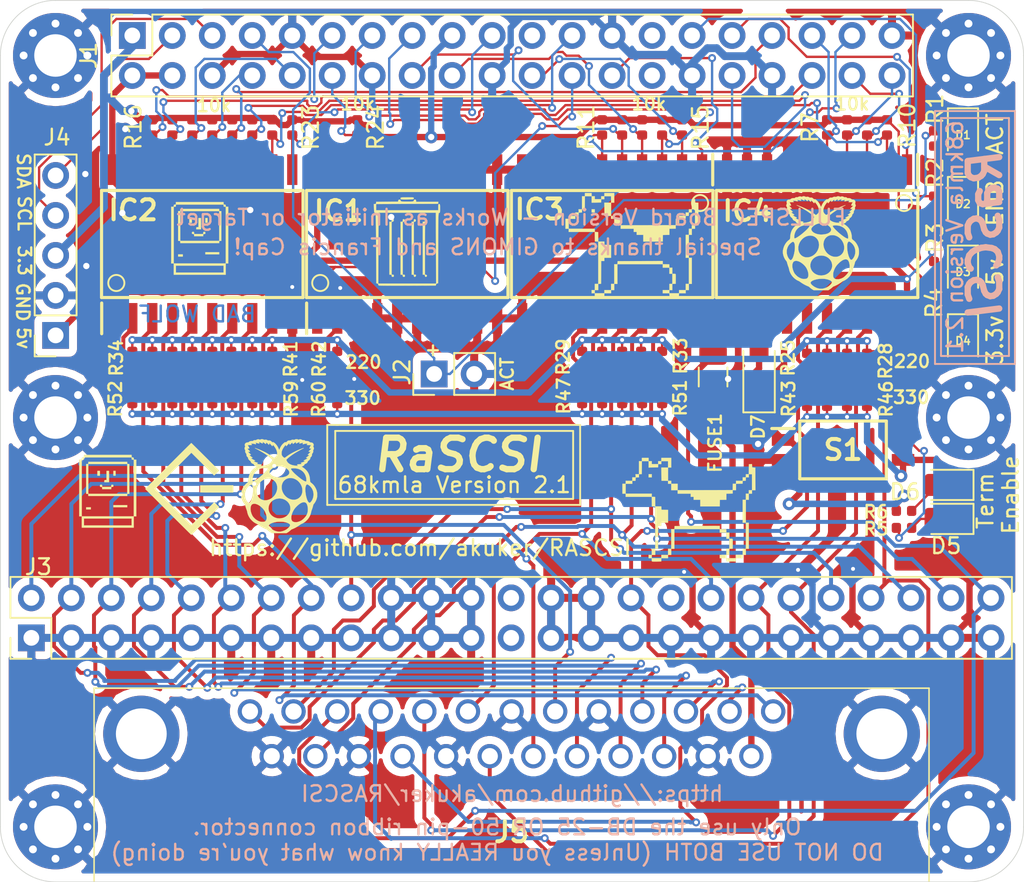
<source format=kicad_pcb>
(kicad_pcb (version 20171130) (host pcbnew "(5.1.6-0-10_14)")
  (layers (0 Top signal hide) (31 Bottom signal hide) (34 B.Paste user hide) (35 F.Paste user) (36 B.SilkS user hide) (37 F.SilkS user) (38 B.Mask user hide) (39 F.Mask user) (44 Edge.Cuts user))
  (net 0 "")
  (net 1 GND)
  (net 2 +3V3)
  (net 3 +5V)
  (net 4 C-REQ)
  (net 5 C-MSG)
  (net 6 C-BSY)
  (net 7 C-SEL)
  (net 8 C-RST)
  (net 9 C-ACK)
  (net 10 C-ATN)
  (net 11 C-DP)
  (net 12 C-D0)
  (net 13 C-D1)
  (net 14 C-D2)
  (net 15 C-D3)
  (net 16 C-D4)
  (net 17 C-D5)
  (net 18 C-D6)
  (net 19 C-D7)
  (net 20 C-I_O)
  (net 21 C-C_D)
  (net 22 TERMPOW)
  (net 23 "Net-(J3-Pad34)")
  (net 24 "Net-(J3-Pad26)")
  (net 25 "Net-(J3-Pad25)")
  (net 26 PI-D7)
  (net 27 PI-D6)
  (net 28 PI-D5)
  (net 29 PI-D4)
  (net 30 PI-D3)
  (net 31 PI-D2)
  (net 32 PI-D1)
  (net 33 PI-D0)
  (net 34 PI-DP)
  (net 35 PI-BSY)
  (net 36 PI-MSG)
  (net 37 PI-C_D)
  (net 38 PI-REQ)
  (net 39 PI-I_O)
  (net 40 PI-ATN)
  (net 41 PI-ACK)
  (net 42 PI-RST)
  (net 43 PI-SEL)
  (net 44 "Net-(J1-Pad28)")
  (net 45 "Net-(J1-Pad27)")
  (net 46 "Net-(J1-Pad21)")
  (net 47 "Net-(D2-Pad2)")
  (net 48 "Net-(D3-Pad2)")
  (net 49 "Net-(D4-Pad2)")
  (net 50 "Net-(D5-Pad2)")
  (net 51 DBG_LED)
  (net 52 PI_SCL)
  (net 53 PI_SDA)
  (net 54 PI-ACT)
  (net 55 "Net-(D6-Pad2)")
  (net 56 /TERM_GND)
  (net 57 "Net-(D7-Pad2)")
  (net 58 /TERM_5v)
  (net 59 PI-IND)
  (net 60 PI-TAD)
  (net 61 PI-DTD)
  (net 62 "Net-(D1-Pad2)")
  (module SamacSys_Parts:L717SDB25PA4CH4F (layer Top) (at 190.3515 87.6705)
    (fp_text reference J5 (at 16.62 7.67) (layer F.SilkS) (effects (font (size 1.27 1.27) (thickness 0.254))))
    (fp_text value L717SDB25PA4CH4F hide)
    (pad MH2 thru_hole circle (at 40.14 1.42) (size 4.845 4.845) (drill 3.23) (layers *.Cu *.Mask) (net 1 GND))
    (pad MH1 thru_hole circle (at -6.9 1.42) (size 4.845 4.845) (drill 3.23) (layers *.Cu *.Mask) (net 1 GND))
    (pad 25 thru_hole circle (at 31.855 2.84) (size 1.545 1.545) (drill 1.03) (layers *.Cu *.Mask) (net 22 TERMPOW))
    (pad 24 thru_hole circle (at 29.085 2.84) (size 1.545 1.545) (drill 1.03) (layers *.Cu *.Mask) (net 1 GND))
    (pad 23 thru_hole circle (at 26.315 2.84) (size 1.545 1.545) (drill 1.03) (layers *.Cu *.Mask) (net 16 C-D4))
    (pad 22 thru_hole circle (at 23.545 2.84) (size 1.545 1.545) (drill 1.03) (layers *.Cu *.Mask) (net 14 C-D2))
    (pad 21 thru_hole circle (at 20.775 2.84) (size 1.545 1.545) (drill 1.03) (layers *.Cu *.Mask) (net 13 C-D1))
    (pad 20 thru_hole circle (at 18.005 2.84) (size 1.545 1.545) (drill 1.03) (layers *.Cu *.Mask) (net 11 C-DP))
    (pad 19 thru_hole circle (at 15.235 2.84) (size 1.545 1.545) (drill 1.03) (layers *.Cu *.Mask) (net 7 C-SEL))
    (pad 18 thru_hole circle (at 12.465 2.84) (size 1.545 1.545) (drill 1.03) (layers *.Cu *.Mask) (net 1 GND))
    (pad 17 thru_hole circle (at 9.695 2.84) (size 1.545 1.545) (drill 1.03) (layers *.Cu *.Mask) (net 10 C-ATN))
    (pad 16 thru_hole circle (at 6.925 2.84) (size 1.545 1.545) (drill 1.03) (layers *.Cu *.Mask) (net 1 GND))
    (pad 15 thru_hole circle (at 4.155 2.84) (size 1.545 1.545) (drill 1.03) (layers *.Cu *.Mask) (net 21 C-C_D))
    (pad 14 thru_hole circle (at 1.385 2.84) (size 1.545 1.545) (drill 1.03) (layers *.Cu *.Mask) (net 1 GND))
    (pad 13 thru_hole circle (at 33.24 0) (size 1.545 1.545) (drill 1.03) (layers *.Cu *.Mask) (net 19 C-D7))
    (pad 12 thru_hole circle (at 30.47 0) (size 1.545 1.545) (drill 1.03) (layers *.Cu *.Mask) (net 18 C-D6))
    (pad 11 thru_hole circle (at 27.7 0) (size 1.545 1.545) (drill 1.03) (layers *.Cu *.Mask) (net 17 C-D5))
    (pad 10 thru_hole circle (at 24.93 0) (size 1.545 1.545) (drill 1.03) (layers *.Cu *.Mask) (net 15 C-D3))
    (pad 9 thru_hole circle (at 22.16 0) (size 1.545 1.545) (drill 1.03) (layers *.Cu *.Mask) (net 1 GND))
    (pad 8 thru_hole circle (at 19.39 0) (size 1.545 1.545) (drill 1.03) (layers *.Cu *.Mask) (net 12 C-D0))
    (pad 7 thru_hole circle (at 16.62 0) (size 1.545 1.545) (drill 1.03) (layers *.Cu *.Mask) (net 1 GND))
    (pad 6 thru_hole circle (at 13.85 0) (size 1.545 1.545) (drill 1.03) (layers *.Cu *.Mask) (net 6 C-BSY))
    (pad 5 thru_hole circle (at 11.08 0) (size 1.545 1.545) (drill 1.03) (layers *.Cu *.Mask) (net 9 C-ACK))
    (pad 4 thru_hole circle (at 8.31 0) (size 1.545 1.545) (drill 1.03) (layers *.Cu *.Mask) (net 8 C-RST))
    (pad 3 thru_hole circle (at 5.54 0) (size 1.545 1.545) (drill 1.03) (layers *.Cu *.Mask) (net 20 C-I_O))
    (pad 2 thru_hole circle (at 2.77 0) (size 1.545 1.545) (drill 1.03) (layers *.Cu *.Mask) (net 5 C-MSG))
    (pad 1 thru_hole circle (at 0 0) (size 1.545 1.545) (drill 1.03) (layers *.Cu *.Mask) (net 4 C-REQ))
  )
  (module SamacSys_Parts:SOIC127P1030X265-20N (layer Top) (at 226.3775 57.9755 270)
    (fp_text reference IC4 (at -2.0955 4.4323 180) (layer F.SilkS) (effects (font (size 1.27 1.27) (thickness 0.254))))
    (fp_text value SN74LS245DW hide)
    (pad 20 smd rect (at 4.725 -5.715) (size 0.65 1.95) (layers Top F.Paste F.Mask) (net 3 +5V))
    (pad 19 smd rect (at 4.725 -4.445) (size 0.65 1.95) (layers Top F.Paste F.Mask) (net 1 GND))
    (pad 18 smd rect (at 4.725 -3.175) (size 0.65 1.95) (layers Top F.Paste F.Mask) (net 7 C-SEL))
    (pad 17 smd rect (at 4.725 -1.905) (size 0.65 1.95) (layers Top F.Paste F.Mask) (net 8 C-RST))
    (pad 16 smd rect (at 4.725 -0.635) (size 0.65 1.95) (layers Top F.Paste F.Mask) (net 9 C-ACK))
    (pad 15 smd rect (at 4.725 0.635) (size 0.65 1.95) (layers Top F.Paste F.Mask) (net 10 C-ATN))
    (pad 14 smd rect (at 4.725 1.905) (size 0.65 1.95) (layers Top F.Paste F.Mask) (net 1 GND))
    (pad 13 smd rect (at 4.725 3.175) (size 0.65 1.95) (layers Top F.Paste F.Mask) (net 1 GND))
    (pad 12 smd rect (at 4.725 4.445) (size 0.65 1.95) (layers Top F.Paste F.Mask) (net 1 GND))
    (pad 11 smd rect (at 4.725 5.715) (size 0.65 1.95) (layers Top F.Paste F.Mask) (net 1 GND))
    (pad 10 smd rect (at -4.725 5.715) (size 0.65 1.95) (layers Top F.Paste F.Mask) (net 1 GND))
    (pad 9 smd rect (at -4.725 4.445) (size 0.65 1.95) (layers Top F.Paste F.Mask) (net 1 GND))
    (pad 8 smd rect (at -4.725 3.175) (size 0.65 1.95) (layers Top F.Paste F.Mask) (net 1 GND))
    (pad 7 smd rect (at -4.725 1.905) (size 0.65 1.95) (layers Top F.Paste F.Mask) (net 1 GND))
    (pad 6 smd rect (at -4.725 0.635) (size 0.65 1.95) (layers Top F.Paste F.Mask) (net 1 GND))
    (pad 5 smd rect (at -4.725 -0.635) (size 0.65 1.95) (layers Top F.Paste F.Mask) (net 40 PI-ATN))
    (pad 4 smd rect (at -4.725 -1.905) (size 0.65 1.95) (layers Top F.Paste F.Mask) (net 41 PI-ACK))
    (pad 3 smd rect (at -4.725 -3.175) (size 0.65 1.95) (layers Top F.Paste F.Mask) (net 42 PI-RST))
    (pad 2 smd rect (at -4.725 -4.445) (size 0.65 1.95) (layers Top F.Paste F.Mask) (net 43 PI-SEL))
    (pad 1 smd rect (at -4.725 -5.715) (size 0.65 1.95) (layers Top F.Paste F.Mask) (net 59 PI-IND))
  )
  (module SamacSys_Parts:SOIC127P1030X265-20N (layer Top) (at 213.36 57.9755 270)
    (fp_text reference IC3 (at -2.1971 4.6228 180) (layer F.SilkS) (effects (font (size 1.27 1.27) (thickness 0.254))))
    (fp_text value SN74LS245DW hide)
    (pad 20 smd rect (at 4.725 -5.715) (size 0.65 1.95) (layers Top F.Paste F.Mask) (net 3 +5V))
    (pad 19 smd rect (at 4.725 -4.445) (size 0.65 1.95) (layers Top F.Paste F.Mask) (net 1 GND))
    (pad 18 smd rect (at 4.725 -3.175) (size 0.65 1.95) (layers Top F.Paste F.Mask) (net 20 C-I_O))
    (pad 17 smd rect (at 4.725 -1.905) (size 0.65 1.95) (layers Top F.Paste F.Mask) (net 4 C-REQ))
    (pad 16 smd rect (at 4.725 -0.635) (size 0.65 1.95) (layers Top F.Paste F.Mask) (net 21 C-C_D))
    (pad 15 smd rect (at 4.725 0.635) (size 0.65 1.95) (layers Top F.Paste F.Mask) (net 5 C-MSG))
    (pad 14 smd rect (at 4.725 1.905) (size 0.65 1.95) (layers Top F.Paste F.Mask) (net 6 C-BSY))
    (pad 13 smd rect (at 4.725 3.175) (size 0.65 1.95) (layers Top F.Paste F.Mask) (net 1 GND))
    (pad 12 smd rect (at 4.725 4.445) (size 0.65 1.95) (layers Top F.Paste F.Mask) (net 1 GND))
    (pad 11 smd rect (at 4.725 5.715) (size 0.65 1.95) (layers Top F.Paste F.Mask) (net 1 GND))
    (pad 10 smd rect (at -4.725 5.715) (size 0.65 1.95) (layers Top F.Paste F.Mask) (net 1 GND))
    (pad 9 smd rect (at -4.725 4.445) (size 0.65 1.95) (layers Top F.Paste F.Mask) (net 1 GND))
    (pad 8 smd rect (at -4.725 3.175) (size 0.65 1.95) (layers Top F.Paste F.Mask) (net 1 GND))
    (pad 7 smd rect (at -4.725 1.905) (size 0.65 1.95) (layers Top F.Paste F.Mask) (net 1 GND))
    (pad 6 smd rect (at -4.725 0.635) (size 0.65 1.95) (layers Top F.Paste F.Mask) (net 35 PI-BSY))
    (pad 5 smd rect (at -4.725 -0.635) (size 0.65 1.95) (layers Top F.Paste F.Mask) (net 36 PI-MSG))
    (pad 4 smd rect (at -4.725 -1.905) (size 0.65 1.95) (layers Top F.Paste F.Mask) (net 37 PI-C_D))
    (pad 3 smd rect (at -4.725 -3.175) (size 0.65 1.95) (layers Top F.Paste F.Mask) (net 38 PI-REQ))
    (pad 2 smd rect (at -4.725 -4.445) (size 0.65 1.95) (layers Top F.Paste F.Mask) (net 39 PI-I_O))
    (pad 1 smd rect (at -4.725 -5.715) (size 0.65 1.95) (layers Top F.Paste F.Mask) (net 60 PI-TAD))
  )
  (module SamacSys_Parts:SOIC127P1030X265-20N (layer Top) (at 187.325 57.9755 90)
    (fp_text reference IC2 (at 2.1463 -4.3942 180) (layer F.SilkS) (effects (font (size 1.27 1.27) (thickness 0.254))))
    (fp_text value SN74LS245DW hide)
    (pad 20 smd rect (at 4.725 -5.715 180) (size 0.65 1.95) (layers Top F.Paste F.Mask) (net 3 +5V))
    (pad 19 smd rect (at 4.725 -4.445 180) (size 0.65 1.95) (layers Top F.Paste F.Mask) (net 1 GND))
    (pad 18 smd rect (at 4.725 -3.175 180) (size 0.65 1.95) (layers Top F.Paste F.Mask) (net 26 PI-D7))
    (pad 17 smd rect (at 4.725 -1.905 180) (size 0.65 1.95) (layers Top F.Paste F.Mask) (net 27 PI-D6))
    (pad 16 smd rect (at 4.725 -0.635 180) (size 0.65 1.95) (layers Top F.Paste F.Mask) (net 28 PI-D5))
    (pad 15 smd rect (at 4.725 0.635 180) (size 0.65 1.95) (layers Top F.Paste F.Mask) (net 29 PI-D4))
    (pad 14 smd rect (at 4.725 1.905 180) (size 0.65 1.95) (layers Top F.Paste F.Mask) (net 30 PI-D3))
    (pad 13 smd rect (at 4.725 3.175 180) (size 0.65 1.95) (layers Top F.Paste F.Mask) (net 31 PI-D2))
    (pad 12 smd rect (at 4.725 4.445 180) (size 0.65 1.95) (layers Top F.Paste F.Mask) (net 32 PI-D1))
    (pad 11 smd rect (at 4.725 5.715 180) (size 0.65 1.95) (layers Top F.Paste F.Mask) (net 33 PI-D0))
    (pad 10 smd rect (at -4.725 5.715 180) (size 0.65 1.95) (layers Top F.Paste F.Mask) (net 1 GND))
    (pad 9 smd rect (at -4.725 4.445 180) (size 0.65 1.95) (layers Top F.Paste F.Mask) (net 12 C-D0))
    (pad 8 smd rect (at -4.725 3.175 180) (size 0.65 1.95) (layers Top F.Paste F.Mask) (net 13 C-D1))
    (pad 7 smd rect (at -4.725 1.905 180) (size 0.65 1.95) (layers Top F.Paste F.Mask) (net 14 C-D2))
    (pad 6 smd rect (at -4.725 0.635 180) (size 0.65 1.95) (layers Top F.Paste F.Mask) (net 15 C-D3))
    (pad 5 smd rect (at -4.725 -0.635 180) (size 0.65 1.95) (layers Top F.Paste F.Mask) (net 16 C-D4))
    (pad 4 smd rect (at -4.725 -1.905 180) (size 0.65 1.95) (layers Top F.Paste F.Mask) (net 17 C-D5))
    (pad 3 smd rect (at -4.725 -3.175 180) (size 0.65 1.95) (layers Top F.Paste F.Mask) (net 18 C-D6))
    (pad 2 smd rect (at -4.725 -4.445 180) (size 0.65 1.95) (layers Top F.Paste F.Mask) (net 19 C-D7))
    (pad 1 smd rect (at -4.725 -5.715 180) (size 0.65 1.95) (layers Top F.Paste F.Mask) (net 61 PI-DTD))
  )
  (module SamacSys_Parts:SOIC127P1030X265-20N (layer Top) (at 200.3425 57.9755 90)
    (fp_text reference IC1 (at 2.0955 -4.3561 180) (layer F.SilkS) (effects (font (size 1.27 1.27) (thickness 0.254))))
    (fp_text value SN74LS245DW hide)
    (pad 20 smd rect (at 4.725 -5.715 180) (size 0.65 1.95) (layers Top F.Paste F.Mask) (net 3 +5V))
    (pad 19 smd rect (at 4.725 -4.445 180) (size 0.65 1.95) (layers Top F.Paste F.Mask) (net 1 GND))
    (pad 18 smd rect (at 4.725 -3.175 180) (size 0.65 1.95) (layers Top F.Paste F.Mask) (net 34 PI-DP))
    (pad 17 smd rect (at 4.725 -1.905 180) (size 0.65 1.95) (layers Top F.Paste F.Mask) (net 1 GND))
    (pad 16 smd rect (at 4.725 -0.635 180) (size 0.65 1.95) (layers Top F.Paste F.Mask) (net 1 GND))
    (pad 15 smd rect (at 4.725 0.635 180) (size 0.65 1.95) (layers Top F.Paste F.Mask) (net 1 GND))
    (pad 14 smd rect (at 4.725 1.905 180) (size 0.65 1.95) (layers Top F.Paste F.Mask) (net 1 GND))
    (pad 13 smd rect (at 4.725 3.175 180) (size 0.65 1.95) (layers Top F.Paste F.Mask) (net 1 GND))
    (pad 12 smd rect (at 4.725 4.445 180) (size 0.65 1.95) (layers Top F.Paste F.Mask) (net 1 GND))
    (pad 11 smd rect (at 4.725 5.715 180) (size 0.65 1.95) (layers Top F.Paste F.Mask) (net 1 GND))
    (pad 10 smd rect (at -4.725 5.715 180) (size 0.65 1.95) (layers Top F.Paste F.Mask) (net 1 GND))
    (pad 9 smd rect (at -4.725 4.445 180) (size 0.65 1.95) (layers Top F.Paste F.Mask) (net 1 GND))
    (pad 8 smd rect (at -4.725 3.175 180) (size 0.65 1.95) (layers Top F.Paste F.Mask) (net 1 GND))
    (pad 7 smd rect (at -4.725 1.905 180) (size 0.65 1.95) (layers Top F.Paste F.Mask) (net 1 GND))
    (pad 6 smd rect (at -4.725 0.635 180) (size 0.65 1.95) (layers Top F.Paste F.Mask) (net 1 GND))
    (pad 5 smd rect (at -4.725 -0.635 180) (size 0.65 1.95) (layers Top F.Paste F.Mask) (net 1 GND))
    (pad 4 smd rect (at -4.725 -1.905 180) (size 0.65 1.95) (layers Top F.Paste F.Mask) (net 1 GND))
    (pad 3 smd rect (at -4.725 -3.175 180) (size 0.65 1.95) (layers Top F.Paste F.Mask) (net 1 GND))
    (pad 2 smd rect (at -4.725 -4.445 180) (size 0.65 1.95) (layers Top F.Paste F.Mask) (net 11 C-DP))
    (pad 1 smd rect (at -4.725 -5.715 180) (size 0.65 1.95) (layers Top F.Paste F.Mask) (net 61 PI-DTD))
  )
  (module Resistor_SMD:R_0402_1005Metric (layer Top) (at 233.807 63.7285 270)
    (fp_text reference R4 (at -2.0065 0 90) (layer F.SilkS))
    (fp_text value 68)
    (pad 2 smd roundrect (at 0.485 0 270) (size 0.59 0.64) (layers Top F.Paste F.Mask) (net 49 "Net-(D4-Pad2)"))
    (pad 1 smd roundrect (at -0.485 0 270) (size 0.59 0.64) (layers Top F.Paste F.Mask) (net 2 +3V3))
  )
  (module Resistor_SMD:R_0402_1005Metric (layer Top) (at 233.807 55.422833 270)
    (fp_text reference R2 (at -1.955833 -0.0635 90) (layer F.SilkS))
    (fp_text value 68)
    (pad 2 smd roundrect (at 0.485 0 270) (size 0.59 0.64) (layers Top F.Paste F.Mask) (net 47 "Net-(D2-Pad2)"))
    (pad 1 smd roundrect (at -0.485 0 270) (size 0.59 0.64) (layers Top F.Paste F.Mask) (net 51 DBG_LED))
  )
  (module Resistor_SMD:R_0402_1005Metric (layer Top) (at 233.807 51.27 270)
    (fp_text reference R1 (at -1.867 -0.0635 90) (layer F.SilkS))
    (fp_text value 68)
    (pad 2 smd roundrect (at 0.485 0 270) (size 0.59 0.64) (layers Top F.Paste F.Mask) (net 62 "Net-(D1-Pad2)"))
    (pad 1 smd roundrect (at -0.485 0 270) (size 0.59 0.64) (layers Top F.Paste F.Mask) (net 54 PI-ACT))
  )
  (module Connector_PinHeader_2.54mm:PinHeader_2x25_P2.54mm_Vertical (layer Top) (at 176.4665 82.9945 90)
    (fp_text reference J3 (at 4.5085 0.4445 180) (layer F.SilkS))
    (fp_text value Conn_02x25_Odd_Even)
    (pad 50 thru_hole oval (at 2.54 60.96 90) (size 1.7 1.7) (drill 1) (layers *.Cu *.Mask) (net 20 C-I_O))
    (pad 49 thru_hole oval (at 0 60.96 90) (size 1.7 1.7) (drill 1) (layers *.Cu *.Mask) (net 1 GND))
    (pad 48 thru_hole oval (at 2.54 58.42 90) (size 1.7 1.7) (drill 1) (layers *.Cu *.Mask) (net 4 C-REQ))
    (pad 47 thru_hole oval (at 0 58.42 90) (size 1.7 1.7) (drill 1) (layers *.Cu *.Mask) (net 1 GND))
    (pad 46 thru_hole oval (at 2.54 55.88 90) (size 1.7 1.7) (drill 1) (layers *.Cu *.Mask) (net 21 C-C_D))
    (pad 45 thru_hole oval (at 0 55.88 90) (size 1.7 1.7) (drill 1) (layers *.Cu *.Mask) (net 1 GND))
    (pad 44 thru_hole oval (at 2.54 53.34 90) (size 1.7 1.7) (drill 1) (layers *.Cu *.Mask) (net 7 C-SEL))
    (pad 43 thru_hole oval (at 0 53.34 90) (size 1.7 1.7) (drill 1) (layers *.Cu *.Mask) (net 1 GND))
    (pad 42 thru_hole oval (at 2.54 50.8 90) (size 1.7 1.7) (drill 1) (layers *.Cu *.Mask) (net 5 C-MSG))
    (pad 41 thru_hole oval (at 0 50.8 90) (size 1.7 1.7) (drill 1) (layers *.Cu *.Mask) (net 1 GND))
    (pad 40 thru_hole oval (at 2.54 48.26 90) (size 1.7 1.7) (drill 1) (layers *.Cu *.Mask) (net 8 C-RST))
    (pad 39 thru_hole oval (at 0 48.26 90) (size 1.7 1.7) (drill 1) (layers *.Cu *.Mask) (net 1 GND))
    (pad 38 thru_hole oval (at 2.54 45.72 90) (size 1.7 1.7) (drill 1) (layers *.Cu *.Mask) (net 9 C-ACK))
    (pad 37 thru_hole oval (at 0 45.72 90) (size 1.7 1.7) (drill 1) (layers *.Cu *.Mask) (net 1 GND))
    (pad 36 thru_hole oval (at 2.54 43.18 90) (size 1.7 1.7) (drill 1) (layers *.Cu *.Mask) (net 6 C-BSY))
    (pad 35 thru_hole oval (at 0 43.18 90) (size 1.7 1.7) (drill 1) (layers *.Cu *.Mask) (net 1 GND))
    (pad 34 thru_hole oval (at 2.54 40.64 90) (size 1.7 1.7) (drill 1) (layers *.Cu *.Mask) (net 23 "Net-(J3-Pad34)"))
    (pad 33 thru_hole oval (at 0 40.64 90) (size 1.7 1.7) (drill 1) (layers *.Cu *.Mask) (net 1 GND))
    (pad 32 thru_hole oval (at 2.54 38.1 90) (size 1.7 1.7) (drill 1) (layers *.Cu *.Mask) (net 10 C-ATN))
    (pad 31 thru_hole oval (at 0 38.1 90) (size 1.7 1.7) (drill 1) (layers *.Cu *.Mask) (net 1 GND))
    (pad 30 thru_hole oval (at 2.54 35.56 90) (size 1.7 1.7) (drill 1) (layers *.Cu *.Mask) (net 1 GND))
    (pad 29 thru_hole oval (at 0 35.56 90) (size 1.7 1.7) (drill 1) (layers *.Cu *.Mask) (net 1 GND))
    (pad 28 thru_hole oval (at 2.54 33.02 90) (size 1.7 1.7) (drill 1) (layers *.Cu *.Mask) (net 1 GND))
    (pad 27 thru_hole oval (at 0 33.02 90) (size 1.7 1.7) (drill 1) (layers *.Cu *.Mask) (net 1 GND))
    (pad 26 thru_hole oval (at 2.54 30.48 90) (size 1.7 1.7) (drill 1) (layers *.Cu *.Mask) (net 24 "Net-(J3-Pad26)"))
    (pad 25 thru_hole oval (at 0 30.48 90) (size 1.7 1.7) (drill 1) (layers *.Cu *.Mask) (net 25 "Net-(J3-Pad25)"))
    (pad 24 thru_hole oval (at 2.54 27.94 90) (size 1.7 1.7) (drill 1) (layers *.Cu *.Mask) (net 1 GND))
    (pad 23 thru_hole oval (at 0 27.94 90) (size 1.7 1.7) (drill 1) (layers *.Cu *.Mask) (net 1 GND))
    (pad 22 thru_hole oval (at 2.54 25.4 90) (size 1.7 1.7) (drill 1) (layers *.Cu *.Mask) (net 1 GND))
    (pad 21 thru_hole oval (at 0 25.4 90) (size 1.7 1.7) (drill 1) (layers *.Cu *.Mask) (net 1 GND))
    (pad 20 thru_hole oval (at 2.54 22.86 90) (size 1.7 1.7) (drill 1) (layers *.Cu *.Mask) (net 1 GND))
    (pad 19 thru_hole oval (at 0 22.86 90) (size 1.7 1.7) (drill 1) (layers *.Cu *.Mask) (net 1 GND))
    (pad 18 thru_hole oval (at 2.54 20.32 90) (size 1.7 1.7) (drill 1) (layers *.Cu *.Mask) (net 11 C-DP))
    (pad 17 thru_hole oval (at 0 20.32 90) (size 1.7 1.7) (drill 1) (layers *.Cu *.Mask) (net 1 GND))
    (pad 16 thru_hole oval (at 2.54 17.78 90) (size 1.7 1.7) (drill 1) (layers *.Cu *.Mask) (net 19 C-D7))
    (pad 15 thru_hole oval (at 0 17.78 90) (size 1.7 1.7) (drill 1) (layers *.Cu *.Mask) (net 1 GND))
    (pad 14 thru_hole oval (at 2.54 15.24 90) (size 1.7 1.7) (drill 1) (layers *.Cu *.Mask) (net 18 C-D6))
    (pad 13 thru_hole oval (at 0 15.24 90) (size 1.7 1.7) (drill 1) (layers *.Cu *.Mask) (net 1 GND))
    (pad 12 thru_hole oval (at 2.54 12.7 90) (size 1.7 1.7) (drill 1) (layers *.Cu *.Mask) (net 17 C-D5))
    (pad 11 thru_hole oval (at 0 12.7 90) (size 1.7 1.7) (drill 1) (layers *.Cu *.Mask) (net 1 GND))
    (pad 10 thru_hole oval (at 2.54 10.16 90) (size 1.7 1.7) (drill 1) (layers *.Cu *.Mask) (net 16 C-D4))
    (pad 9 thru_hole oval (at 0 10.16 90) (size 1.7 1.7) (drill 1) (layers *.Cu *.Mask) (net 1 GND))
    (pad 8 thru_hole oval (at 2.54 7.62 90) (size 1.7 1.7) (drill 1) (layers *.Cu *.Mask) (net 15 C-D3))
    (pad 7 thru_hole oval (at 0 7.62 90) (size 1.7 1.7) (drill 1) (layers *.Cu *.Mask) (net 1 GND))
    (pad 6 thru_hole oval (at 2.54 5.08 90) (size 1.7 1.7) (drill 1) (layers *.Cu *.Mask) (net 14 C-D2))
    (pad 5 thru_hole oval (at 0 5.08 90) (size 1.7 1.7) (drill 1) (layers *.Cu *.Mask) (net 1 GND))
    (pad 4 thru_hole oval (at 2.54 2.54 90) (size 1.7 1.7) (drill 1) (layers *.Cu *.Mask) (net 13 C-D1))
    (pad 3 thru_hole oval (at 0 2.54 90) (size 1.7 1.7) (drill 1) (layers *.Cu *.Mask) (net 1 GND))
    (pad 2 thru_hole oval (at 2.54 0 90) (size 1.7 1.7) (drill 1) (layers *.Cu *.Mask) (net 12 C-D0))
    (pad 1 thru_hole rect (at 0 0 90) (size 1.7 1.7) (drill 1) (layers *.Cu *.Mask) (net 1 GND))
  )
  (module Connector_PinHeader_2.54mm:PinHeader_1x02_P2.54mm_Vertical (layer Top) (at 202.057 66.2305 90)
    (fp_text reference J2 (at 0.127 -2.032 90) (layer F.SilkS))
    (fp_text value Conn_01x02_Male)
    (pad 2 thru_hole oval (at 0 2.54 90) (size 1.7 1.7) (drill 1) (layers *.Cu *.Mask) (net 1 GND))
    (pad 1 thru_hole rect (at 0 0 90) (size 1.7 1.7) (drill 1) (layers *.Cu *.Mask) (net 54 PI-ACT))
  )
  (module SamacSys_Parts:mac_happy_small (layer Top) (at 181.356 73.66)
    (fp_text reference X3 hide)
    (fp_text value Mac2 hide)
  )
  (module SamacSys_Parts:scsi_logo (layer Top) (at 186.4995 73.533)
    (fp_text reference X8 hide)
    (fp_text value Pi hide)
  )
  (module SamacSys_Parts:pi_logo (layer Top) (at 192.2145 73.406)
    (fp_text reference X7 hide)
    (fp_text value Pi hide)
  )
  (module SamacSys_Parts:mac_trashcan (layer Top) (at 200.3425 57.9755)
    (fp_text reference X6 hide)
    (fp_text value "Mac Trashcan" hide)
  )
  (module SamacSys_Parts:dogcow (layer Top) (at 214.63 58.039)
    (fp_text reference X5 hide)
    (fp_text value Dogcow2 hide)
  )
  (module SamacSys_Parts:pi_logo (layer Top) (at 226.6315 57.9755)
    (fp_text reference X4 hide)
    (fp_text value "Raspberry Pi" hide)
  )
  (module SamacSys_Parts:dogcow (layer Top) (at 218.2495 74.8665)
    (fp_text reference X2 hide)
    (fp_text value Dogcow hide)
  )
  (module SamacSys_Parts:mac_happy_small (layer Top) (at 187.198 57.5945)
    (fp_text reference X1 hide)
    (fp_text value Mac hide)
  )
  (module Resistor_SMD:R_0402_1005Metric (layer Top) (at 195.8975 67.6275 90)
    (fp_text reference R60 (at -0.1905 -1.17 90) (layer F.SilkS) (effects (font (size 0.8 0.8))))
    (fp_text value 330)
    (pad 2 smd roundrect (at 0.485 0 90) (size 0.59 0.64) (layers Top F.Paste F.Mask) (net 11 C-DP))
    (pad 1 smd roundrect (at -0.485 0 90) (size 0.59 0.64) (layers Top F.Paste F.Mask) (net 56 /TERM_GND))
  )
  (module Resistor_SMD:R_0402_1005Metric (layer Top) (at 191.77 67.6275 90)
    (fp_text reference R59 (at -0.1905 1.2065 90) (layer F.SilkS) (effects (font (size 0.8 0.8))))
    (fp_text value 330)
    (pad 2 smd roundrect (at 0.485 0 90) (size 0.59 0.64) (layers Top F.Paste F.Mask) (net 12 C-D0))
    (pad 1 smd roundrect (at -0.485 0 90) (size 0.59 0.64) (layers Top F.Paste F.Mask) (net 56 /TERM_GND))
  )
  (module Resistor_SMD:R_0402_1005Metric (layer Top) (at 190.5 67.6275 90)
    (fp_text reference R58)
    (fp_text value 330)
    (pad 2 smd roundrect (at 0.485 0 90) (size 0.59 0.64) (layers Top F.Paste F.Mask) (net 13 C-D1))
    (pad 1 smd roundrect (at -0.485 0 90) (size 0.59 0.64) (layers Top F.Paste F.Mask) (net 56 /TERM_GND))
  )
  (module Resistor_SMD:R_0402_1005Metric (layer Top) (at 189.23 67.6275 90)
    (fp_text reference R57)
    (fp_text value 330)
    (pad 2 smd roundrect (at 0.485 0 90) (size 0.59 0.64) (layers Top F.Paste F.Mask) (net 14 C-D2))
    (pad 1 smd roundrect (at -0.485 0 90) (size 0.59 0.64) (layers Top F.Paste F.Mask) (net 56 /TERM_GND))
  )
  (module Resistor_SMD:R_0402_1005Metric (layer Top) (at 187.96 67.6275 90)
    (fp_text reference R56)
    (fp_text value 330)
    (pad 2 smd roundrect (at 0.485 0 90) (size 0.59 0.64) (layers Top F.Paste F.Mask) (net 15 C-D3))
    (pad 1 smd roundrect (at -0.485 0 90) (size 0.59 0.64) (layers Top F.Paste F.Mask) (net 56 /TERM_GND))
  )
  (module Resistor_SMD:R_0402_1005Metric (layer Top) (at 186.69 67.6275 90)
    (fp_text reference R55)
    (fp_text value 330)
    (pad 2 smd roundrect (at 0.485 0 90) (size 0.59 0.64) (layers Top F.Paste F.Mask) (net 16 C-D4))
    (pad 1 smd roundrect (at -0.485 0 90) (size 0.59 0.64) (layers Top F.Paste F.Mask) (net 56 /TERM_GND))
  )
  (module Resistor_SMD:R_0402_1005Metric (layer Top) (at 185.42 67.6275 90)
    (fp_text reference R54)
    (fp_text value 330)
    (pad 2 smd roundrect (at 0.485 0 90) (size 0.59 0.64) (layers Top F.Paste F.Mask) (net 17 C-D5))
    (pad 1 smd roundrect (at -0.485 0 90) (size 0.59 0.64) (layers Top F.Paste F.Mask) (net 56 /TERM_GND))
  )
  (module Resistor_SMD:R_0402_1005Metric (layer Top) (at 184.15 67.6275 90)
    (fp_text reference R53)
    (fp_text value 330)
    (pad 2 smd roundrect (at 0.485 0 90) (size 0.59 0.64) (layers Top F.Paste F.Mask) (net 18 C-D6))
    (pad 1 smd roundrect (at -0.485 0 90) (size 0.59 0.64) (layers Top F.Paste F.Mask) (net 56 /TERM_GND))
  )
  (module Resistor_SMD:R_0402_1005Metric (layer Top) (at 182.88 67.6275 90)
    (fp_text reference R52 (at -0.1905 -1.0795 90) (layer F.SilkS) (effects (font (size 0.8 0.8))))
    (fp_text value 330)
    (pad 2 smd roundrect (at 0.485 0 90) (size 0.59 0.64) (layers Top F.Paste F.Mask) (net 19 C-D7))
    (pad 1 smd roundrect (at -0.485 0 90) (size 0.59 0.64) (layers Top F.Paste F.Mask) (net 56 /TERM_GND))
  )
  (module Resistor_SMD:R_0402_1005Metric (layer Top) (at 216.535 67.6275 90)
    (fp_text reference R51 (at -0.127 1.143 90) (layer F.SilkS) (effects (font (size 0.8 0.8))))
    (fp_text value 330)
    (pad 2 smd roundrect (at 0.485 0 90) (size 0.59 0.64) (layers Top F.Paste F.Mask) (net 20 C-I_O))
    (pad 1 smd roundrect (at -0.485 0 90) (size 0.59 0.64) (layers Top F.Paste F.Mask) (net 56 /TERM_GND))
  )
  (module Resistor_SMD:R_0402_1005Metric (layer Top) (at 215.265 67.6275 90)
    (fp_text reference R50)
    (fp_text value 330)
    (pad 2 smd roundrect (at 0.485 0 90) (size 0.59 0.64) (layers Top F.Paste F.Mask) (net 4 C-REQ))
    (pad 1 smd roundrect (at -0.485 0 90) (size 0.59 0.64) (layers Top F.Paste F.Mask) (net 56 /TERM_GND))
  )
  (module Resistor_SMD:R_0402_1005Metric (layer Top) (at 213.995 67.6275 90)
    (fp_text reference R49)
    (fp_text value 330)
    (pad 2 smd roundrect (at 0.485 0 90) (size 0.59 0.64) (layers Top F.Paste F.Mask) (net 21 C-C_D))
    (pad 1 smd roundrect (at -0.485 0 90) (size 0.59 0.64) (layers Top F.Paste F.Mask) (net 56 /TERM_GND))
  )
  (module Resistor_SMD:R_0402_1005Metric (layer Top) (at 212.725 67.6275 90)
    (fp_text reference R48)
    (fp_text value 330)
    (pad 2 smd roundrect (at 0.485 0 90) (size 0.59 0.64) (layers Top F.Paste F.Mask) (net 5 C-MSG))
    (pad 1 smd roundrect (at -0.485 0 90) (size 0.59 0.64) (layers Top F.Paste F.Mask) (net 56 /TERM_GND))
  )
  (module Resistor_SMD:R_0402_1005Metric (layer Top) (at 211.455 67.6275 90)
    (fp_text reference R47 (at 0 -1.17 90) (layer F.SilkS) (effects (font (size 0.8 0.8))))
    (fp_text value 330)
    (pad 2 smd roundrect (at 0.485 0 90) (size 0.59 0.64) (layers Top F.Paste F.Mask) (net 6 C-BSY))
    (pad 1 smd roundrect (at -0.485 0 90) (size 0.59 0.64) (layers Top F.Paste F.Mask) (net 56 /TERM_GND))
  )
  (module Resistor_SMD:R_0402_1005Metric (layer Top) (at 229.5525 67.802501 90)
    (fp_text reference R46 (at -0.015499 1.2065 90) (layer F.SilkS) (effects (font (size 0.8 0.8))))
    (fp_text value 330)
    (pad 2 smd roundrect (at 0.485 0 90) (size 0.59 0.64) (layers Top F.Paste F.Mask) (net 7 C-SEL))
    (pad 1 smd roundrect (at -0.485 0 90) (size 0.59 0.64) (layers Top F.Paste F.Mask) (net 56 /TERM_GND))
  )
  (module Resistor_SMD:R_0402_1005Metric (layer Top) (at 228.2825 67.802501 90)
    (fp_text reference R45)
    (fp_text value 330)
    (pad 2 smd roundrect (at 0.485 0 90) (size 0.59 0.64) (layers Top F.Paste F.Mask) (net 8 C-RST))
    (pad 1 smd roundrect (at -0.485 0 90) (size 0.59 0.64) (layers Top F.Paste F.Mask) (net 56 /TERM_GND))
  )
  (module Resistor_SMD:R_0402_1005Metric (layer Top) (at 227.0125 67.802501 90)
    (fp_text reference R44)
    (fp_text value 330)
    (pad 2 smd roundrect (at 0.485 0 90) (size 0.59 0.64) (layers Top F.Paste F.Mask) (net 9 C-ACK))
    (pad 1 smd roundrect (at -0.485 0 90) (size 0.59 0.64) (layers Top F.Paste F.Mask) (net 56 /TERM_GND))
  )
  (module Resistor_SMD:R_0402_1005Metric (layer Top) (at 225.7425 67.802501 90)
    (fp_text reference R43 (at 0 -1.17 90) (layer F.SilkS) (effects (font (size 0.8 0.8))))
    (fp_text value 330)
    (pad 2 smd roundrect (at 0.485 0 90) (size 0.59 0.64) (layers Top F.Paste F.Mask) (net 10 C-ATN))
    (pad 1 smd roundrect (at -0.485 0 90) (size 0.59 0.64) (layers Top F.Paste F.Mask) (net 56 /TERM_GND))
  )
  (module Resistor_SMD:R_0402_1005Metric (layer Top) (at 195.8975 65.278 270)
    (fp_text reference R42 (at 0 1.143 90) (layer F.SilkS) (effects (font (size 0.8 0.8))))
    (fp_text value 220)
    (pad 2 smd roundrect (at 0.485 0 270) (size 0.59 0.64) (layers Top F.Paste F.Mask) (net 11 C-DP))
    (pad 1 smd roundrect (at -0.485 0 270) (size 0.59 0.64) (layers Top F.Paste F.Mask) (net 58 /TERM_5v))
  )
  (module Resistor_SMD:R_0402_1005Metric (layer Top) (at 191.77 65.278 270)
    (fp_text reference R41 (at 0 -1.17 90) (layer F.SilkS) (effects (font (size 0.8 0.8))))
    (fp_text value 220)
    (pad 2 smd roundrect (at 0.485 0 270) (size 0.59 0.64) (layers Top F.Paste F.Mask) (net 12 C-D0))
    (pad 1 smd roundrect (at -0.485 0 270) (size 0.59 0.64) (layers Top F.Paste F.Mask) (net 58 /TERM_5v))
  )
  (module Resistor_SMD:R_0402_1005Metric (layer Top) (at 190.5 65.278 270)
    (fp_text reference R40)
    (fp_text value 220)
    (pad 2 smd roundrect (at 0.485 0 270) (size 0.59 0.64) (layers Top F.Paste F.Mask) (net 13 C-D1))
    (pad 1 smd roundrect (at -0.485 0 270) (size 0.59 0.64) (layers Top F.Paste F.Mask) (net 58 /TERM_5v))
  )
  (module Resistor_SMD:R_0402_1005Metric (layer Top) (at 189.1665 65.278 270)
    (fp_text reference R39)
    (fp_text value 220)
    (pad 2 smd roundrect (at 0.485 0 270) (size 0.59 0.64) (layers Top F.Paste F.Mask) (net 14 C-D2))
    (pad 1 smd roundrect (at -0.485 0 270) (size 0.59 0.64) (layers Top F.Paste F.Mask) (net 58 /TERM_5v))
  )
  (module Resistor_SMD:R_0402_1005Metric (layer Top) (at 187.96 65.278 270)
    (fp_text reference R38)
    (fp_text value 220)
    (pad 2 smd roundrect (at 0.485 0 270) (size 0.59 0.64) (layers Top F.Paste F.Mask) (net 15 C-D3))
    (pad 1 smd roundrect (at -0.485 0 270) (size 0.59 0.64) (layers Top F.Paste F.Mask) (net 58 /TERM_5v))
  )
  (module Resistor_SMD:R_0402_1005Metric (layer Top) (at 186.69 65.278 270)
    (fp_text reference R37)
    (fp_text value 220)
    (pad 2 smd roundrect (at 0.485 0 270) (size 0.59 0.64) (layers Top F.Paste F.Mask) (net 16 C-D4))
    (pad 1 smd roundrect (at -0.485 0 270) (size 0.59 0.64) (layers Top F.Paste F.Mask) (net 58 /TERM_5v))
  )
  (module Resistor_SMD:R_0402_1005Metric (layer Top) (at 185.42 65.278 270)
    (fp_text reference R36)
    (fp_text value 220)
    (pad 2 smd roundrect (at 0.485 0 270) (size 0.59 0.64) (layers Top F.Paste F.Mask) (net 17 C-D5))
    (pad 1 smd roundrect (at -0.485 0 270) (size 0.59 0.64) (layers Top F.Paste F.Mask) (net 58 /TERM_5v))
  )
  (module Resistor_SMD:R_0402_1005Metric (layer Top) (at 184.15 65.278 270)
    (fp_text reference R35)
    (fp_text value 220)
    (pad 2 smd roundrect (at 0.485 0 270) (size 0.59 0.64) (layers Top F.Paste F.Mask) (net 18 C-D6))
    (pad 1 smd roundrect (at -0.485 0 270) (size 0.59 0.64) (layers Top F.Paste F.Mask) (net 58 /TERM_5v))
  )
  (module Resistor_SMD:R_0402_1005Metric (layer Top) (at 182.88 65.278 270)
    (fp_text reference R34 (at -0.0635 1.016 270) (layer F.SilkS) (effects (font (size 0.8 0.8))))
    (fp_text value 220)
    (pad 2 smd roundrect (at 0.485 0 270) (size 0.59 0.64) (layers Top F.Paste F.Mask) (net 19 C-D7))
    (pad 1 smd roundrect (at -0.485 0 270) (size 0.59 0.64) (layers Top F.Paste F.Mask) (net 58 /TERM_5v))
  )
  (module Resistor_SMD:R_0402_1005Metric (layer Top) (at 215.2015 65.278 270)
    (fp_text reference R32)
    (fp_text value 220)
    (pad 2 smd roundrect (at 0.485 0 270) (size 0.59 0.64) (layers Top F.Paste F.Mask) (net 4 C-REQ))
    (pad 1 smd roundrect (at -0.485 0 270) (size 0.59 0.64) (layers Top F.Paste F.Mask) (net 58 /TERM_5v))
  )
  (module Resistor_SMD:R_0402_1005Metric (layer Top) (at 213.995 65.278 270)
    (fp_text reference R31)
    (fp_text value 220)
    (pad 2 smd roundrect (at 0.485 0 270) (size 0.59 0.64) (layers Top F.Paste F.Mask) (net 21 C-C_D))
    (pad 1 smd roundrect (at -0.485 0 270) (size 0.59 0.64) (layers Top F.Paste F.Mask) (net 58 /TERM_5v))
  )
  (module Resistor_SMD:R_0402_1005Metric (layer Top) (at 212.725 65.278 270)
    (fp_text reference R30)
    (fp_text value 220)
    (pad 2 smd roundrect (at 0.485 0 270) (size 0.59 0.64) (layers Top F.Paste F.Mask) (net 5 C-MSG))
    (pad 1 smd roundrect (at -0.485 0 270) (size 0.59 0.64) (layers Top F.Paste F.Mask) (net 58 /TERM_5v))
  )
  (module Resistor_SMD:R_0402_1005Metric (layer Top) (at 211.455 65.278 270)
    (fp_text reference R29 (at -0.127 1.2065 90) (layer F.SilkS) (effects (font (size 0.8 0.8))))
    (fp_text value 220)
    (pad 2 smd roundrect (at 0.485 0 270) (size 0.59 0.64) (layers Top F.Paste F.Mask) (net 6 C-BSY))
    (pad 1 smd roundrect (at -0.485 0 270) (size 0.59 0.64) (layers Top F.Paste F.Mask) (net 58 /TERM_5v))
  )
  (module Resistor_SMD:R_0402_1005Metric (layer Top) (at 229.5525 65.405 270)
    (fp_text reference R28 (at 0 -1.17 90) (layer F.SilkS) (effects (font (size 0.8 0.8))))
    (fp_text value 220)
    (pad 2 smd roundrect (at 0.485 0 270) (size 0.59 0.64) (layers Top F.Paste F.Mask) (net 7 C-SEL))
    (pad 1 smd roundrect (at -0.485 0 270) (size 0.59 0.64) (layers Top F.Paste F.Mask) (net 58 /TERM_5v))
  )
  (module Resistor_SMD:R_0402_1005Metric (layer Top) (at 228.2825 65.405 270)
    (fp_text reference R27)
    (fp_text value 220)
    (pad 2 smd roundrect (at 0.485 0 270) (size 0.59 0.64) (layers Top F.Paste F.Mask) (net 8 C-RST))
    (pad 1 smd roundrect (at -0.485 0 270) (size 0.59 0.64) (layers Top F.Paste F.Mask) (net 58 /TERM_5v))
  )
  (module Resistor_SMD:R_0402_1005Metric (layer Top) (at 227.0125 65.405 270)
    (fp_text reference R26)
    (fp_text value 220)
    (pad 2 smd roundrect (at 0.485 0 270) (size 0.59 0.64) (layers Top F.Paste F.Mask) (net 9 C-ACK))
    (pad 1 smd roundrect (at -0.485 0 270) (size 0.59 0.64) (layers Top F.Paste F.Mask) (net 58 /TERM_5v))
  )
  (module Resistor_SMD:R_0402_1005Metric (layer Top) (at 225.7425 65.405 270)
    (fp_text reference R25 (at -0.1905 1.2065 90) (layer F.SilkS) (effects (font (size 0.8 0.8))))
    (fp_text value 220)
    (pad 2 smd roundrect (at 0.485 0 270) (size 0.59 0.64) (layers Top F.Paste F.Mask) (net 10 C-ATN))
    (pad 1 smd roundrect (at -0.485 0 270) (size 0.59 0.64) (layers Top F.Paste F.Mask) (net 58 /TERM_5v))
  )
  (module Resistor_SMD:R_0402_1005Metric (layer Top) (at 197.1675 50.569 270)
    (fp_text reference R24 (at 0 -1.17 90) (layer F.SilkS))
    (fp_text value 10k)
    (pad 2 smd roundrect (at 0.485 0 270) (size 0.59 0.64) (layers Top F.Paste F.Mask) (net 34 PI-DP))
    (pad 1 smd roundrect (at -0.485 0 270) (size 0.59 0.64) (layers Top F.Paste F.Mask) (net 2 +3V3))
  )
  (module Resistor_SMD:R_0402_1005Metric (layer Top) (at 193.04 50.569 270)
    (fp_text reference R23 (at 0 -1.17 90) (layer F.SilkS))
    (fp_text value 10k)
    (pad 2 smd roundrect (at 0.485 0 270) (size 0.59 0.64) (layers Top F.Paste F.Mask) (net 33 PI-D0))
    (pad 1 smd roundrect (at -0.485 0 270) (size 0.59 0.64) (layers Top F.Paste F.Mask) (net 2 +3V3))
  )
  (module Resistor_SMD:R_0402_1005Metric (layer Top) (at 191.77 50.569 270)
    (fp_text reference R22)
    (fp_text value 10k)
    (pad 2 smd roundrect (at 0.485 0 270) (size 0.59 0.64) (layers Top F.Paste F.Mask) (net 32 PI-D1))
    (pad 1 smd roundrect (at -0.485 0 270) (size 0.59 0.64) (layers Top F.Paste F.Mask) (net 2 +3V3))
  )
  (module Resistor_SMD:R_0402_1005Metric (layer Top) (at 190.5 50.569 270)
    (fp_text reference R21)
    (fp_text value 10k)
    (pad 2 smd roundrect (at 0.485 0 270) (size 0.59 0.64) (layers Top F.Paste F.Mask) (net 31 PI-D2))
    (pad 1 smd roundrect (at -0.485 0 270) (size 0.59 0.64) (layers Top F.Paste F.Mask) (net 2 +3V3))
  )
  (module Resistor_SMD:R_0402_1005Metric (layer Top) (at 189.23 50.569 270)
    (fp_text reference R20)
    (fp_text value 10k)
    (pad 2 smd roundrect (at 0.485 0 270) (size 0.59 0.64) (layers Top F.Paste F.Mask) (net 30 PI-D3))
    (pad 1 smd roundrect (at -0.485 0 270) (size 0.59 0.64) (layers Top F.Paste F.Mask) (net 2 +3V3))
  )
  (module Resistor_SMD:R_0402_1005Metric (layer Top) (at 187.96 50.569 270)
    (fp_text reference R19)
    (fp_text value 10k)
    (pad 2 smd roundrect (at 0.485 0 270) (size 0.59 0.64) (layers Top F.Paste F.Mask) (net 29 PI-D4))
    (pad 1 smd roundrect (at -0.485 0 270) (size 0.59 0.64) (layers Top F.Paste F.Mask) (net 2 +3V3))
  )
  (module Resistor_SMD:R_0402_1005Metric (layer Top) (at 186.69 50.569 270)
    (fp_text reference R18)
    (fp_text value 10k)
    (pad 2 smd roundrect (at 0.485 0 270) (size 0.59 0.64) (layers Top F.Paste F.Mask) (net 28 PI-D5))
    (pad 1 smd roundrect (at -0.485 0 270) (size 0.59 0.64) (layers Top F.Paste F.Mask) (net 2 +3V3))
  )
  (module Resistor_SMD:R_0402_1005Metric (layer Top) (at 185.42 50.569 270)
    (fp_text reference R17)
    (fp_text value 10k)
    (pad 2 smd roundrect (at 0.485 0 270) (size 0.59 0.64) (layers Top F.Paste F.Mask) (net 27 PI-D6))
    (pad 1 smd roundrect (at -0.485 0 270) (size 0.59 0.64) (layers Top F.Paste F.Mask) (net 2 +3V3))
  )
  (module Resistor_SMD:R_0402_1005Metric (layer Top) (at 184.15 50.569 270)
    (fp_text reference R16 (at -0.023 1.2065 90) (layer F.SilkS))
    (fp_text value 10k)
    (pad 2 smd roundrect (at 0.485 0 270) (size 0.59 0.64) (layers Top F.Paste F.Mask) (net 26 PI-D7))
    (pad 1 smd roundrect (at -0.485 0 270) (size 0.59 0.64) (layers Top F.Paste F.Mask) (net 2 +3V3))
  )
  (module Resistor_SMD:R_0402_1005Metric (layer Top) (at 217.805 50.569 270)
    (fp_text reference R15 (at 0 -1.17 90) (layer F.SilkS))
    (fp_text value 10k)
    (pad 2 smd roundrect (at 0.485 0 270) (size 0.59 0.64) (layers Top F.Paste F.Mask) (net 39 PI-I_O))
    (pad 1 smd roundrect (at -0.485 0 270) (size 0.59 0.64) (layers Top F.Paste F.Mask) (net 2 +3V3))
  )
  (module Resistor_SMD:R_0402_1005Metric (layer Top) (at 216.535 50.569 270)
    (fp_text reference R14)
    (fp_text value 10k)
    (pad 2 smd roundrect (at 0.485 0 270) (size 0.59 0.64) (layers Top F.Paste F.Mask) (net 38 PI-REQ))
    (pad 1 smd roundrect (at -0.485 0 270) (size 0.59 0.64) (layers Top F.Paste F.Mask) (net 2 +3V3))
  )
  (module Resistor_SMD:R_0402_1005Metric (layer Top) (at 215.265 50.569 270)
    (fp_text reference R13)
    (fp_text value 10k)
    (pad 2 smd roundrect (at 0.485 0 270) (size 0.59 0.64) (layers Top F.Paste F.Mask) (net 37 PI-C_D))
    (pad 1 smd roundrect (at -0.485 0 270) (size 0.59 0.64) (layers Top F.Paste F.Mask) (net 2 +3V3))
  )
  (module Resistor_SMD:R_0402_1005Metric (layer Top) (at 213.995 50.569 270)
    (fp_text reference R12)
    (fp_text value 10k)
    (pad 2 smd roundrect (at 0.485 0 270) (size 0.59 0.64) (layers Top F.Paste F.Mask) (net 36 PI-MSG))
    (pad 1 smd roundrect (at -0.485 0 270) (size 0.59 0.64) (layers Top F.Paste F.Mask) (net 2 +3V3))
  )
  (module Resistor_SMD:R_0402_1005Metric (layer Top) (at 212.725 50.569 270)
    (fp_text reference R11 (at 0 1.016 90) (layer F.SilkS))
    (fp_text value 10k)
    (pad 2 smd roundrect (at 0.485 0 270) (size 0.59 0.64) (layers Top F.Paste F.Mask) (net 35 PI-BSY))
    (pad 1 smd roundrect (at -0.485 0 270) (size 0.59 0.64) (layers Top F.Paste F.Mask) (net 2 +3V3))
  )
  (module Resistor_SMD:R_0402_1005Metric (layer Top) (at 230.8225 50.569 270)
    (fp_text reference R10 (at -0.1246 -1.2827 90) (layer F.SilkS))
    (fp_text value 10k)
    (pad 2 smd roundrect (at 0.485 0 270) (size 0.59 0.64) (layers Top F.Paste F.Mask) (net 43 PI-SEL))
    (pad 1 smd roundrect (at -0.485 0 270) (size 0.59 0.64) (layers Top F.Paste F.Mask) (net 2 +3V3))
  )
  (module Resistor_SMD:R_0402_1005Metric (layer Top) (at 229.5525 50.569 270)
    (fp_text reference R9)
    (fp_text value 10k)
    (pad 2 smd roundrect (at 0.485 0 270) (size 0.59 0.64) (layers Top F.Paste F.Mask) (net 42 PI-RST))
    (pad 1 smd roundrect (at -0.485 0 270) (size 0.59 0.64) (layers Top F.Paste F.Mask) (net 2 +3V3))
  )
  (module Resistor_SMD:R_0402_1005Metric (layer Top) (at 228.2825 50.569 270)
    (fp_text reference R8)
    (fp_text value 10k)
    (pad 2 smd roundrect (at 0.485 0 270) (size 0.59 0.64) (layers Top F.Paste F.Mask) (net 41 PI-ACK))
    (pad 1 smd roundrect (at -0.485 0 270) (size 0.59 0.64) (layers Top F.Paste F.Mask) (net 2 +3V3))
  )
  (module Resistor_SMD:R_0402_1005Metric (layer Top) (at 227.0125 50.569 270)
    (fp_text reference R7 (at 0 1.0795 90) (layer F.SilkS))
    (fp_text value 10k)
    (pad 2 smd roundrect (at 0.485 0 270) (size 0.59 0.64) (layers Top F.Paste F.Mask) (net 40 PI-ATN))
    (pad 1 smd roundrect (at -0.485 0 270) (size 0.59 0.64) (layers Top F.Paste F.Mask) (net 2 +3V3))
  )
  (module Resistor_SMD:R_0402_1005Metric (layer Top) (at 231.902 74.93)
    (fp_text reference R6 (at -1.778 0.0635) (layer F.SilkS) (effects (font (size 0.8 0.8))))
    (fp_text value 147)
    (pad 2 smd roundrect (at 0.485 0) (size 0.59 0.64) (layers Top F.Paste F.Mask) (net 55 "Net-(D6-Pad2)"))
    (pad 1 smd roundrect (at -0.485 0) (size 0.59 0.64) (layers Top F.Paste F.Mask) (net 3 +5V))
  )
  (module Resistor_SMD:R_0402_1005Metric (layer Top) (at 233.807 59.575666 270)
    (fp_text reference R3 (at -1.981166 -0.0635 90) (layer F.SilkS))
    (fp_text value 147)
    (pad 2 smd roundrect (at 0.485 0 270) (size 0.59 0.64) (layers Top F.Paste F.Mask) (net 48 "Net-(D3-Pad2)"))
    (pad 1 smd roundrect (at -0.485 0 270) (size 0.59 0.64) (layers Top F.Paste F.Mask) (net 3 +5V))
  )
  (module Resistor_SMD:R_0402_1005Metric (layer Top) (at 231.902 76.0095)
    (fp_text reference R5 (at -1.778 0.0635) (layer F.SilkS) (effects (font (size 0.8 0.8))))
    (fp_text value 147)
    (pad 2 smd roundrect (at 0.485 0) (size 0.59 0.64) (layers Top F.Paste F.Mask) (net 50 "Net-(D5-Pad2)"))
    (pad 1 smd roundrect (at -0.485 0) (size 0.59 0.64) (layers Top F.Paste F.Mask) (net 58 /TERM_5v))
  )
  (module Fuse:Fuse_1206_3216Metric (layer Top) (at 219.7735 66.424 90)
    (fp_text reference FUSE1 (at -4.188 0.127 270) (layer F.SilkS) (effects (font (size 0.8 0.8))))
    (fp_text value 1A)
    (pad 2 smd roundrect (at 1.4 0 90) (size 1.25 1.75) (layers Top F.Paste F.Mask) (roundrect_rratio 0.2) (net 22 TERMPOW))
    (pad 1 smd roundrect (at -1.4 0 90) (size 1.25 1.75) (layers Top F.Paste F.Mask) (roundrect_rratio 0.2) (net 57 "Net-(D7-Pad2)"))
  )
  (module Diode_SMD:D_SOD-123 (layer Top) (at 222.6945 66.42 90)
    (fp_text reference D7 (at -3.176 -0.0635 90) (layer F.SilkS) (effects (font (size 0.8 0.8))))
    (fp_text value 1N4004)
    (pad 2 smd rect (at 1.65 0 90) (size 0.9 1.2) (layers Top F.Paste F.Mask) (net 57 "Net-(D7-Pad2)"))
    (pad 1 smd rect (at -1.65 0 90) (size 0.9 1.2) (layers Top F.Paste F.Mask) (net 3 +5V))
  )
  (module Resistor_SMD:R_0402_1005Metric (layer Top) (at 216.535 65.278 270)
    (fp_text reference R33 (at -0.1905 -1.17 90) (layer F.SilkS) (effects (font (size 0.8 0.8))))
    (fp_text value 220)
    (pad 2 smd roundrect (at 0.485 0 270) (size 0.59 0.64) (layers Top F.Paste F.Mask) (net 20 C-I_O))
    (pad 1 smd roundrect (at -0.485 0 270) (size 0.59 0.64) (layers Top F.Paste F.Mask) (net 58 /TERM_5v))
  )
  (module rascsi_din:SOIC127P812X230-4N (layer Top) (at 228.0285 71.0565)
    (fp_text reference S1 (at 0 0) (layer F.SilkS) (effects (font (size 1.27 1.27) (thickness 0.254))))
    (fp_text value TDA02H0SB1R hide)
    (pad 1 smd rect (at -3.812 -0.635 90) (size 0.75 1.425) (layers Top F.Paste F.Mask) (net 3 +5V))
    (pad 2 smd rect (at -3.812 0.635 90) (size 0.75 1.425) (layers Top F.Paste F.Mask) (net 1 GND))
    (pad 3 smd rect (at 3.812 0.635 90) (size 0.75 1.425) (layers Top F.Paste F.Mask) (net 56 /TERM_GND))
    (pad 4 smd rect (at 3.812 -0.635 90) (size 0.75 1.425) (layers Top F.Paste F.Mask) (net 58 /TERM_5v))
  )
  (module LED_SMD:LED_0805_2012Metric (layer Top) (at 234.6325 75.438 180)
    (fp_text reference D5 (at 0.0635 -1.7145) (layer F.SilkS))
    (fp_text value LED_Small)
    (pad 1 smd roundrect (at -0.9375 0 180) (size 0.975 1.4) (layers Top F.Paste F.Mask) (net 1 GND))
    (pad 2 smd roundrect (at 0.9375 0 180) (size 0.975 1.4) (layers Top F.Paste F.Mask) (net 50 "Net-(D5-Pad2)"))
  )
  (module LED_SMD:LED_0805_2012Metric (layer Top) (at 234.6325 73.279 180)
    (fp_text reference D6 (at 2.667 -0.4445 180) (layer F.SilkS))
    (fp_text value LED_Small)
    (pad 2 smd roundrect (at 0.9375 0 180) (size 0.975 1.4) (layers Top F.Paste F.Mask) (net 55 "Net-(D6-Pad2)"))
    (pad 1 smd roundrect (at -0.9375 0 180) (size 0.975 1.4) (layers Top F.Paste F.Mask) (net 56 /TERM_GND))
  )
  (module Connector_PinSocket_2.54mm:PinSocket_2x20_P2.54mm_Vertical (layer Top) (at 182.88 44.73 90)
    (fp_text reference J1 (at -1.27 -2.77 90) (layer F.SilkS))
    (fp_text value Raspberry_Pi_2_3)
    (pad 40 thru_hole oval (at -2.54 48.26 90) (size 1.7 1.7) (drill 1) (layers *.Cu *.Mask) (net 41 PI-ACK))
    (pad 39 thru_hole oval (at 0 48.26 90) (size 1.7 1.7) (drill 1) (layers *.Cu *.Mask) (net 1 GND))
    (pad 38 thru_hole oval (at -2.54 45.72 90) (size 1.7 1.7) (drill 1) (layers *.Cu *.Mask) (net 42 PI-RST))
    (pad 37 thru_hole oval (at 0 45.72 90) (size 1.7 1.7) (drill 1) (layers *.Cu *.Mask) (net 35 PI-BSY))
    (pad 36 thru_hole oval (at -2.54 43.18 90) (size 1.7 1.7) (drill 1) (layers *.Cu *.Mask) (net 27 PI-D6))
    (pad 35 thru_hole oval (at 0 43.18 90) (size 1.7 1.7) (drill 1) (layers *.Cu *.Mask) (net 40 PI-ATN))
    (pad 34 thru_hole oval (at -2.54 40.64 90) (size 1.7 1.7) (drill 1) (layers *.Cu *.Mask) (net 1 GND))
    (pad 33 thru_hole oval (at 0 40.64 90) (size 1.7 1.7) (drill 1) (layers *.Cu *.Mask) (net 30 PI-D3))
    (pad 32 thru_hole oval (at -2.54 38.1 90) (size 1.7 1.7) (drill 1) (layers *.Cu *.Mask) (net 31 PI-D2))
    (pad 31 thru_hole oval (at 0 38.1 90) (size 1.7 1.7) (drill 1) (layers *.Cu *.Mask) (net 59 PI-IND))
    (pad 30 thru_hole oval (at -2.54 35.56 90) (size 1.7 1.7) (drill 1) (layers *.Cu *.Mask) (net 1 GND))
    (pad 29 thru_hole oval (at 0 35.56 90) (size 1.7 1.7) (drill 1) (layers *.Cu *.Mask) (net 51 DBG_LED))
    (pad 28 thru_hole oval (at -2.54 33.02 90) (size 1.7 1.7) (drill 1) (layers *.Cu *.Mask) (net 44 "Net-(J1-Pad28)"))
    (pad 27 thru_hole oval (at 0 33.02 90) (size 1.7 1.7) (drill 1) (layers *.Cu *.Mask) (net 45 "Net-(J1-Pad27)"))
    (pad 26 thru_hole oval (at -2.54 30.48 90) (size 1.7 1.7) (drill 1) (layers *.Cu *.Mask) (net 60 PI-TAD))
    (pad 25 thru_hole oval (at 0 30.48 90) (size 1.7 1.7) (drill 1) (layers *.Cu *.Mask) (net 1 GND))
    (pad 24 thru_hole oval (at -2.54 27.94 90) (size 1.7 1.7) (drill 1) (layers *.Cu *.Mask) (net 61 PI-DTD))
    (pad 23 thru_hole oval (at 0 27.94 90) (size 1.7 1.7) (drill 1) (layers *.Cu *.Mask) (net 32 PI-D1))
    (pad 22 thru_hole oval (at -2.54 25.4 90) (size 1.7 1.7) (drill 1) (layers *.Cu *.Mask) (net 39 PI-I_O))
    (pad 21 thru_hole oval (at 0 25.4 90) (size 1.7 1.7) (drill 1) (layers *.Cu *.Mask) (net 46 "Net-(J1-Pad21)"))
    (pad 20 thru_hole oval (at -2.54 22.86 90) (size 1.7 1.7) (drill 1) (layers *.Cu *.Mask) (net 1 GND))
    (pad 19 thru_hole oval (at 0 22.86 90) (size 1.7 1.7) (drill 1) (layers *.Cu *.Mask) (net 33 PI-D0))
    (pad 18 thru_hole oval (at -2.54 20.32 90) (size 1.7 1.7) (drill 1) (layers *.Cu *.Mask) (net 37 PI-C_D))
    (pad 17 thru_hole oval (at 0 20.32 90) (size 1.7 1.7) (drill 1) (layers *.Cu *.Mask) (net 2 +3V3))
    (pad 16 thru_hole oval (at -2.54 17.78 90) (size 1.7 1.7) (drill 1) (layers *.Cu *.Mask) (net 36 PI-MSG))
    (pad 15 thru_hole oval (at 0 17.78 90) (size 1.7 1.7) (drill 1) (layers *.Cu *.Mask) (net 38 PI-REQ))
    (pad 14 thru_hole oval (at -2.54 15.24 90) (size 1.7 1.7) (drill 1) (layers *.Cu *.Mask) (net 1 GND))
    (pad 13 thru_hole oval (at 0 15.24 90) (size 1.7 1.7) (drill 1) (layers *.Cu *.Mask) (net 43 PI-SEL))
    (pad 12 thru_hole oval (at -2.54 12.7 90) (size 1.7 1.7) (drill 1) (layers *.Cu *.Mask) (net 34 PI-DP))
    (pad 11 thru_hole oval (at 0 12.7 90) (size 1.7 1.7) (drill 1) (layers *.Cu *.Mask) (net 26 PI-D7))
    (pad 10 thru_hole oval (at -2.54 10.16 90) (size 1.7 1.7) (drill 1) (layers *.Cu *.Mask) (net 28 PI-D5))
    (pad 9 thru_hole oval (at 0 10.16 90) (size 1.7 1.7) (drill 1) (layers *.Cu *.Mask) (net 1 GND))
    (pad 8 thru_hole oval (at -2.54 7.62 90) (size 1.7 1.7) (drill 1) (layers *.Cu *.Mask) (net 29 PI-D4))
    (pad 7 thru_hole oval (at 0 7.62 90) (size 1.7 1.7) (drill 1) (layers *.Cu *.Mask) (net 54 PI-ACT))
    (pad 6 thru_hole oval (at -2.54 5.08 90) (size 1.7 1.7) (drill 1) (layers *.Cu *.Mask) (net 1 GND))
    (pad 5 thru_hole oval (at 0 5.08 90) (size 1.7 1.7) (drill 1) (layers *.Cu *.Mask) (net 52 PI_SCL))
    (pad 4 thru_hole oval (at -2.54 2.54 90) (size 1.7 1.7) (drill 1) (layers *.Cu *.Mask) (net 3 +5V))
    (pad 3 thru_hole oval (at 0 2.54 90) (size 1.7 1.7) (drill 1) (layers *.Cu *.Mask) (net 53 PI_SDA))
    (pad 2 thru_hole oval (at -2.54 0 90) (size 1.7 1.7) (drill 1) (layers *.Cu *.Mask) (net 3 +5V))
    (pad 1 thru_hole rect (at 0 0 90) (size 1.7 1.7) (drill 1) (layers *.Cu *.Mask) (net 2 +3V3))
  )
  (module MountingHole:MountingHole_2.7mm_M2.5_Pad_Via (layer Top) (at 236 46)
    (fp_text reference H2 hide)
    (fp_text value Hole2 hide)
    (pad 1 thru_hole circle (at 1.431891 -1.431891) (size 0.8 0.8) (drill 0.5) (layers *.Cu *.Mask) (net 1 GND))
    (pad 1 thru_hole circle (at 0 -2.025) (size 0.8 0.8) (drill 0.5) (layers *.Cu *.Mask) (net 1 GND))
    (pad 1 thru_hole circle (at -1.431891 -1.431891) (size 0.8 0.8) (drill 0.5) (layers *.Cu *.Mask) (net 1 GND))
    (pad 1 thru_hole circle (at -2.025 0) (size 0.8 0.8) (drill 0.5) (layers *.Cu *.Mask) (net 1 GND))
    (pad 1 thru_hole circle (at -1.431891 1.431891) (size 0.8 0.8) (drill 0.5) (layers *.Cu *.Mask) (net 1 GND))
    (pad 1 thru_hole circle (at 0 2.025) (size 0.8 0.8) (drill 0.5) (layers *.Cu *.Mask) (net 1 GND))
    (pad 1 thru_hole circle (at 1.431891 1.431891) (size 0.8 0.8) (drill 0.5) (layers *.Cu *.Mask) (net 1 GND))
    (pad 1 thru_hole circle (at 2.025 0) (size 0.8 0.8) (drill 0.5) (layers *.Cu *.Mask) (net 1 GND))
    (pad 1 thru_hole circle (at 0 0) (size 5.4 5.4) (drill 2.7) (layers *.Cu *.Mask) (net 1 GND))
  )
  (module MountingHole:MountingHole_2.7mm_M2.5_Pad_Via (layer Top) (at 178 46)
    (fp_text reference H1 hide)
    (fp_text value Hole1 hide)
    (pad 1 thru_hole circle (at 1.431891 -1.431891) (size 0.8 0.8) (drill 0.5) (layers *.Cu *.Mask) (net 1 GND))
    (pad 1 thru_hole circle (at 0 -2.025) (size 0.8 0.8) (drill 0.5) (layers *.Cu *.Mask) (net 1 GND))
    (pad 1 thru_hole circle (at -1.431891 -1.431891) (size 0.8 0.8) (drill 0.5) (layers *.Cu *.Mask) (net 1 GND))
    (pad 1 thru_hole circle (at -2.025 0) (size 0.8 0.8) (drill 0.5) (layers *.Cu *.Mask) (net 1 GND))
    (pad 1 thru_hole circle (at -1.431891 1.431891) (size 0.8 0.8) (drill 0.5) (layers *.Cu *.Mask) (net 1 GND))
    (pad 1 thru_hole circle (at 0 2.025) (size 0.8 0.8) (drill 0.5) (layers *.Cu *.Mask) (net 1 GND))
    (pad 1 thru_hole circle (at 1.431891 1.431891) (size 0.8 0.8) (drill 0.5) (layers *.Cu *.Mask) (net 1 GND))
    (pad 1 thru_hole circle (at 2.025 0) (size 0.8 0.8) (drill 0.5) (layers *.Cu *.Mask) (net 1 GND))
    (pad 1 thru_hole circle (at 0 0) (size 5.4 5.4) (drill 2.7) (layers *.Cu *.Mask) (net 1 GND))
  )
  (module Connector_PinSocket_2.54mm:PinSocket_1x05_P2.54mm_Vertical (layer Top) (at 178.01 63.78 180)
    (fp_text reference J4 (at -0.09 12.58) (layer F.SilkS))
    (fp_text value "I2C Pinout")
    (pad 5 thru_hole oval (at 0 10.16 180) (size 1.7 1.7) (drill 1) (layers *.Cu *.Mask) (net 53 PI_SDA))
    (pad 4 thru_hole oval (at 0 7.62 180) (size 1.7 1.7) (drill 1) (layers *.Cu *.Mask) (net 52 PI_SCL))
    (pad 3 thru_hole oval (at 0 5.08 180) (size 1.7 1.7) (drill 1) (layers *.Cu *.Mask) (net 2 +3V3))
    (pad 2 thru_hole oval (at 0 2.54 180) (size 1.7 1.7) (drill 1) (layers *.Cu *.Mask) (net 1 GND))
    (pad 1 thru_hole rect (at 0 0 180) (size 1.7 1.7) (drill 1) (layers *.Cu *.Mask) (net 3 +5V))
  )
  (module MountingHole:MountingHole_2.7mm_M2.5_Pad_Via (layer Top) (at 236 95)
    (fp_text reference H6 hide)
    (fp_text value Hole6)
    (pad 1 thru_hole circle (at 1.431891 -1.431891) (size 0.8 0.8) (drill 0.5) (layers *.Cu *.Mask) (net 1 GND))
    (pad 1 thru_hole circle (at 0 -2.025) (size 0.8 0.8) (drill 0.5) (layers *.Cu *.Mask) (net 1 GND))
    (pad 1 thru_hole circle (at -1.431891 -1.431891) (size 0.8 0.8) (drill 0.5) (layers *.Cu *.Mask) (net 1 GND))
    (pad 1 thru_hole circle (at -2.025 0) (size 0.8 0.8) (drill 0.5) (layers *.Cu *.Mask) (net 1 GND))
    (pad 1 thru_hole circle (at -1.431891 1.431891) (size 0.8 0.8) (drill 0.5) (layers *.Cu *.Mask) (net 1 GND))
    (pad 1 thru_hole circle (at 0 2.025) (size 0.8 0.8) (drill 0.5) (layers *.Cu *.Mask) (net 1 GND))
    (pad 1 thru_hole circle (at 1.431891 1.431891) (size 0.8 0.8) (drill 0.5) (layers *.Cu *.Mask) (net 1 GND))
    (pad 1 thru_hole circle (at 2.025 0) (size 0.8 0.8) (drill 0.5) (layers *.Cu *.Mask) (net 1 GND))
    (pad 1 thru_hole circle (at 0 0) (size 5.4 5.4) (drill 2.7) (layers *.Cu *.Mask) (net 1 GND))
  )
  (module MountingHole:MountingHole_2.7mm_M2.5_Pad_Via (layer Top) (at 178 95)
    (fp_text reference H5 hide)
    (fp_text value Hole4)
    (pad 1 thru_hole circle (at 1.431891 -1.431891) (size 0.8 0.8) (drill 0.5) (layers *.Cu *.Mask) (net 1 GND))
    (pad 1 thru_hole circle (at 0 -2.025) (size 0.8 0.8) (drill 0.5) (layers *.Cu *.Mask) (net 1 GND))
    (pad 1 thru_hole circle (at -1.431891 -1.431891) (size 0.8 0.8) (drill 0.5) (layers *.Cu *.Mask) (net 1 GND))
    (pad 1 thru_hole circle (at -2.025 0) (size 0.8 0.8) (drill 0.5) (layers *.Cu *.Mask) (net 1 GND))
    (pad 1 thru_hole circle (at -1.431891 1.431891) (size 0.8 0.8) (drill 0.5) (layers *.Cu *.Mask) (net 1 GND))
    (pad 1 thru_hole circle (at 0 2.025) (size 0.8 0.8) (drill 0.5) (layers *.Cu *.Mask) (net 1 GND))
    (pad 1 thru_hole circle (at 1.431891 1.431891) (size 0.8 0.8) (drill 0.5) (layers *.Cu *.Mask) (net 1 GND))
    (pad 1 thru_hole circle (at 2.025 0) (size 0.8 0.8) (drill 0.5) (layers *.Cu *.Mask) (net 1 GND))
    (pad 1 thru_hole circle (at 0 0) (size 5.4 5.4) (drill 2.7) (layers *.Cu *.Mask) (net 1 GND))
  )
  (module MountingHole:MountingHole_2.7mm_M2.5_Pad_Via (layer Top) (at 236 69)
    (fp_text reference H4 hide)
    (fp_text value Hole5 hide)
    (pad 1 thru_hole circle (at 1.431891 -1.431891) (size 0.8 0.8) (drill 0.5) (layers *.Cu *.Mask) (net 1 GND))
    (pad 1 thru_hole circle (at 0 -2.025) (size 0.8 0.8) (drill 0.5) (layers *.Cu *.Mask) (net 1 GND))
    (pad 1 thru_hole circle (at -1.431891 -1.431891) (size 0.8 0.8) (drill 0.5) (layers *.Cu *.Mask) (net 1 GND))
    (pad 1 thru_hole circle (at -2.025 0) (size 0.8 0.8) (drill 0.5) (layers *.Cu *.Mask) (net 1 GND))
    (pad 1 thru_hole circle (at -1.431891 1.431891) (size 0.8 0.8) (drill 0.5) (layers *.Cu *.Mask) (net 1 GND))
    (pad 1 thru_hole circle (at 0 2.025) (size 0.8 0.8) (drill 0.5) (layers *.Cu *.Mask) (net 1 GND))
    (pad 1 thru_hole circle (at 1.431891 1.431891) (size 0.8 0.8) (drill 0.5) (layers *.Cu *.Mask) (net 1 GND))
    (pad 1 thru_hole circle (at 2.025 0) (size 0.8 0.8) (drill 0.5) (layers *.Cu *.Mask) (net 1 GND))
    (pad 1 thru_hole circle (at 0 0) (size 5.4 5.4) (drill 2.7) (layers *.Cu *.Mask) (net 1 GND))
  )
  (module MountingHole:MountingHole_2.7mm_M2.5_Pad_Via (layer Top) (at 178 69)
    (fp_text reference H3 hide)
    (fp_text value Hole3 hide)
    (pad 1 thru_hole circle (at 1.431891 -1.431891) (size 0.8 0.8) (drill 0.5) (layers *.Cu *.Mask) (net 1 GND))
    (pad 1 thru_hole circle (at 0 -2.025) (size 0.8 0.8) (drill 0.5) (layers *.Cu *.Mask) (net 1 GND))
    (pad 1 thru_hole circle (at -1.431891 -1.431891) (size 0.8 0.8) (drill 0.5) (layers *.Cu *.Mask) (net 1 GND))
    (pad 1 thru_hole circle (at -2.025 0) (size 0.8 0.8) (drill 0.5) (layers *.Cu *.Mask) (net 1 GND))
    (pad 1 thru_hole circle (at -1.431891 1.431891) (size 0.8 0.8) (drill 0.5) (layers *.Cu *.Mask) (net 1 GND))
    (pad 1 thru_hole circle (at 0 2.025) (size 0.8 0.8) (drill 0.5) (layers *.Cu *.Mask) (net 1 GND))
    (pad 1 thru_hole circle (at 1.431891 1.431891) (size 0.8 0.8) (drill 0.5) (layers *.Cu *.Mask) (net 1 GND))
    (pad 1 thru_hole circle (at 2.025 0) (size 0.8 0.8) (drill 0.5) (layers *.Cu *.Mask) (net 1 GND))
    (pad 1 thru_hole circle (at 0 0) (size 5.4 5.4) (drill 2.7) (layers *.Cu *.Mask) (net 1 GND))
  )
  (module LED_SMD:LED_0805_2012Metric (layer Top) (at 235.6485 64.12 270)
    (fp_text reference D4 (at 0.015 0 180) (layer F.SilkS) (effects (font (size 0.5 0.5) (thickness 0.1))))
    (fp_text value LED_Small)
    (pad 2 smd roundrect (at 0.9375 0 270) (size 0.975 1.4) (layers Top F.Paste F.Mask) (net 49 "Net-(D4-Pad2)"))
    (pad 1 smd roundrect (at -0.9375 0 270) (size 0.975 1.4) (layers Top F.Paste F.Mask) (net 1 GND))
  )
  (module LED_SMD:LED_0805_2012Metric (layer Top) (at 235.6485 59.759666 270)
    (fp_text reference D3 (at -0.006166 0 180) (layer F.SilkS) (effects (font (size 0.5 0.5) (thickness 0.1))))
    (fp_text value LED_Small)
    (pad 2 smd roundrect (at 0.9375 0 270) (size 0.975 1.4) (layers Top F.Paste F.Mask) (net 48 "Net-(D3-Pad2)"))
    (pad 1 smd roundrect (at -0.9375 0 270) (size 0.975 1.4) (layers Top F.Paste F.Mask) (net 1 GND))
  )
  (module LED_SMD:LED_0805_2012Metric (layer Top) (at 235.6485 55.399333 270)
    (fp_text reference D2 (at 0.036167 0 180) (layer F.SilkS) (effects (font (size 0.5 0.5) (thickness 0.1))))
    (fp_text value LED_Small)
    (pad 2 smd roundrect (at 0.9375 0 270) (size 0.975 1.4) (layers Top F.Paste F.Mask) (net 47 "Net-(D2-Pad2)"))
    (pad 1 smd roundrect (at -0.9375 0 270) (size 0.975 1.4) (layers Top F.Paste F.Mask) (net 1 GND))
  )
  (module LED_SMD:LED_0805_2012Metric (layer Top) (at 235.6485 51.039 270)
    (fp_text reference D1 (at 0.015 0 180) (layer F.SilkS) (effects (font (size 0.5 0.5) (thickness 0.1))))
    (fp_text value LED_Small)
    (pad 2 smd roundrect (at 0.9375 0 270) (size 0.975 1.4) (layers Top F.Paste F.Mask) (net 62 "Net-(D1-Pad2)"))
    (pad 1 smd roundrect (at -0.9375 0 270) (size 0.975 1.4) (layers Top F.Paste F.Mask) (net 1 GND))
  )
  (gr_text 10k (at 228.6 49.0728) (layer F.SilkS) (effects (font (size 0.8 0.8))))
  (gr_text 10k (at 215.6968 49.0728) (layer F.SilkS) (effects (font (size 0.8 0.8))))
  (gr_text 10k (at 197.2056 49.0728) (layer F.SilkS) (effects (font (size 0.8 0.8))))
  (gr_text SDA (at 175.9712 53.34 270) (layer F.SilkS) (effects (font (size 0.8 0.8))))
  (gr_text SCL (at 176.022 56.0324 270) (layer F.SilkS) (effects (font (size 0.8 0.8))))
  (gr_text 3.3 (at 176.022 59.0296 270) (layer F.SilkS) (effects (font (size 0.8 0.8))))
  (gr_text "GND\n" (at 175.9204 61.6712 270) (layer F.SilkS) (effects (font (size 0.8 0.8))))
  (gr_text 5v (at 175.9712 63.9572 270) (layer F.SilkS) (effects (font (size 0.8 0.8))))
  (gr_text 220 (at 197.5612 65.4812) (layer F.SilkS) (effects (font (size 0.8 0.8))))
  (gr_text 330 (at 197.5104 67.7672) (layer F.SilkS) (effects (font (size 0.8 0.8))))
  (gr_text 330 (at 232.3592 67.7164) (layer F.SilkS) (effects (font (size 0.8 0.8))))
  (gr_text 220 (at 232.41 65.4304) (layer F.SilkS) (effects (font (size 0.8 0.8))))
  (gr_text 10k (at 188.0616 49.1744) (layer F.SilkS) (effects (font (size 0.8 0.8))))
  (gr_text + (at 201.9808 64.6684) (layer F.SilkS) (effects (font (size 0.8 0.8))))
  (gr_text "BAD WOLF" (at 186.9948 62.4332) (layer Bottom) (effects (font (size 1 1)) (justify mirror)))
  (gr_text ACT (at 206.6925 66.2305 90) (layer F.SilkS) (effects (font (size 0.8 0.8))))
  (gr_text https://github.com/akuker/RASCSI (at 207.01 92.9005) (layer B.SilkS) (effects (font (size 1 1)) (justify mirror)))
  (gr_text https://github.com/akuker/RASCSI (at 201.168 77.2795) (layer F.SilkS) (effects (font (size 1 1))))
  (gr_line (start 233.8705 65.5955) (end 238.9505 65.5955) (layer B.SilkS) (width 0.12))
  (gr_line (start 233.8705 49.53) (end 233.8705 65.5955) (layer B.SilkS) (width 0.12))
  (gr_line (start 238.9505 49.53) (end 233.8705 49.53) (layer B.SilkS) (width 0.12))
  (gr_line (start 238.5695 49.9745) (end 238.5695 65.0875) (layer B.SilkS) (width 0.12))
  (gr_line (start 234.2515 49.9745) (end 238.5695 49.9745) (layer B.SilkS) (width 0.12))
  (gr_line (start 234.2515 65.024) (end 234.2515 49.9745) (layer B.SilkS) (width 0.12))
  (gr_line (start 238.5695 65.0875) (end 234.315 65.0875) (layer B.SilkS) (width 0.12))
  (gr_line (start 234.2515 65.0875) (end 234.5055 65.0875) (layer B.SilkS) (width 0.12))
  (gr_line (start 238.9505 49.53) (end 238.9505 65.5955) (layer B.SilkS) (width 0.12))
  (gr_line (start 234.2515 65.024) (end 234.2515 65.0875) (layer B.SilkS) (width 0.12))
  (gr_text RaSCSI (at 237.0455 57.277 90) (layer B.SilkS) (effects (font (size 2 2) (thickness 0.4) italic) (justify mirror)))
  (gr_text "68kmla Version 2.1" (at 235.1405 57.531 90) (layer B.SilkS) (effects (font (size 1 1)) (justify mirror)))
  (gr_line (start 195.2625 74.549) (end 195.2625 69.469) (layer F.SilkS) (width 0.12))
  (gr_line (start 211.328 74.549) (end 195.2625 74.549) (layer F.SilkS) (width 0.12))
  (gr_line (start 211.328 69.469) (end 211.328 74.549) (layer F.SilkS) (width 0.12))
  (gr_text ACT (at 237.6805 50.9905 90) (layer F.SilkS) (effects (font (size 1 1))))
  (gr_text ENB (at 237.6805 55.372 90) (layer F.SilkS) (effects (font (size 1 1))))
  (gr_text 3.3v (at 237.6805 64.0715 90) (layer F.SilkS) (effects (font (size 1 1))))
  (gr_text 5v (at 237.6805 59.7535 90) (layer F.SilkS) (effects (font (size 1 1))))
  (gr_circle (center 181.864 60.452) (end 182.3085 60.198) (layer F.SilkS) (width 0.12))
  (gr_circle (center 194.818 60.452) (end 195.2625 60.198) (layer F.SilkS) (width 0.12))
  (gr_circle (center 218.948 55.372) (end 219.3925 55.118) (layer F.SilkS) (width 0.12))
  (gr_circle (center 231.902 55.372) (end 232.3465 55.118) (layer F.SilkS) (width 0.12))
  (gr_text "Term \nEnable" (at 237.871 73.914 90) (layer F.SilkS) (effects (font (size 1 1))))
  (gr_text "FULLSPEC Board Version - Works as Initiator or Target" (at 206.9592 56.2864) (layer B.SilkS) (effects (font (size 1 1)) (justify mirror)))
  (gr_text "Special thanks to GIMONS and Francis Cap!" (at 206.0956 58.166) (layer B.SilkS) (effects (font (size 1 1)) (justify mirror)))
  (gr_text "Only use the DB-25 OR 50-pin ribbon connector.\nDO NOT USE BOTH (Unless you REALLY know what you're doing)" (at 206.0575 95.8215) (layer B.SilkS) (effects (font (size 1 1)) (justify mirror)))
  (gr_line (start 195.7705 74.168) (end 195.7705 73.914) (layer F.SilkS) (width 0.12))
  (gr_line (start 195.834 74.168) (end 195.7705 74.168) (layer F.SilkS) (width 0.12))
  (gr_line (start 211.328 69.469) (end 195.2625 69.469) (layer F.SilkS) (width 0.12))
  (gr_line (start 195.7705 69.85) (end 195.7705 74.1045) (layer F.SilkS) (width 0.12))
  (gr_line (start 210.8835 69.85) (end 195.7705 69.85) (layer F.SilkS) (width 0.12))
  (gr_line (start 210.8835 74.168) (end 210.8835 69.85) (layer F.SilkS) (width 0.12))
  (gr_line (start 195.834 74.168) (end 210.8835 74.168) (layer F.SilkS) (width 0.12))
  (gr_text "68kmla Version 2.1" (at 203.327 73.279) (layer F.SilkS) (effects (font (size 1 1))))
  (gr_text RaSCSI (at 203.581 71.374) (layer F.SilkS) (effects (font (size 2 2) (thickness 0.4) italic)))
  (gr_line (start 178 98.496) (end 236 98.496) (layer Edge.Cuts) (width 0.05))
  (gr_arc (start 178 94.996) (end 174.5 94.996) (angle -90) (layer Edge.Cuts) (width 0.05))
  (gr_arc (start 236 94.996) (end 236 98.496) (angle -90) (layer Edge.Cuts) (width 0.05))
  (gr_line (start 174.5 46) (end 174.5 94.996) (layer Edge.Cuts) (width 0.05))
  (gr_line (start 239.5 46) (end 239.5 94.996) (layer Edge.Cuts) (width 0.05))
  (gr_line (start 178 42.5) (end 236 42.5) (layer Edge.Cuts) (width 0.05))
  (gr_arc (start 178 46) (end 178 42.5) (angle -90) (layer Edge.Cuts) (width 0.05))
  (gr_arc (start 236 46) (end 239.5 46) (angle -90) (layer Edge.Cuts) (width 0.05))
  (segment (start 218.44 46.506538) (end 218.44 47.27) (width 0.5) (layer Bottom) (net 1))
  (segment (start 219.409039 45.537499) (end 218.44 46.506538) (width 0.5) (layer Bottom) (net 1))
  (segment (start 220.010961 45.537499) (end 219.409039 45.537499) (width 0.5) (layer Bottom) (net 1))
  (segment (start 220.516461 46.042999) (end 220.010961 45.537499) (width 0.5) (layer Bottom) (net 1))
  (segment (start 222.292999 46.042999) (end 220.516461 46.042999) (width 0.5) (layer Bottom) (net 1))
  (segment (start 223.52 47.27) (end 222.292999 46.042999) (width 0.5) (layer Bottom) (net 1))
  (segment (start 214.587001 45.957001) (end 213.36 44.73) (width 0.5) (layer Bottom) (net 1))
  (segment (start 217.127001 45.957001) (end 214.587001 45.957001) (width 0.5) (layer Bottom) (net 1))
  (segment (start 218.44 47.27) (end 217.127001 45.957001) (width 0.5) (layer Bottom) (net 1))
  (via (at 199.3265 56.261) (size 0.8) (drill 0.4) (layers Top Bottom) (net 1))
  (segment (start 198.506501 55.441001) (end 199.3265 56.261) (width 0.4) (layer Bottom) (net 1))
  (segment (start 198.506501 49.536962) (end 198.506501 55.441001) (width 0.4) (layer Bottom) (net 1))
  (segment (start 198.12 47.27) (end 198.12 49.150461) (width 0.4) (layer Bottom) (net 1))
  (segment (start 198.12 49.150461) (end 198.506501 49.536962) (width 0.4) (layer Bottom) (net 1))
  (segment (start 191.862999 45.907001) (end 193.04 44.73) (width 0.4) (layer Top) (net 1))
  (segment (start 189.322999 45.907001) (end 191.862999 45.907001) (width 0.4) (layer Top) (net 1))
  (segment (start 187.96 47.27) (end 189.322999 45.907001) (width 0.4) (layer Top) (net 1))
  (segment (start 196.942999 46.092999) (end 198.12 47.27) (width 0.4) (layer Top) (net 1))
  (segment (start 194.402999 46.092999) (end 196.942999 46.092999) (width 0.4) (layer Top) (net 1))
  (segment (start 193.04 44.73) (end 194.402999 46.092999) (width 0.4) (layer Top) (net 1))
  (via (at 190.373 55.8165) (size 0.8) (drill 0.4) (layers Top Bottom) (net 1))
  (via (at 182.245 56.007) (size 0.8) (drill 0.4) (layers Top Bottom) (net 1))
  (via (at 179.8955 53.5305) (size 0.8) (drill 0.4) (layers Top Bottom) (net 1))
  (via (at 179.959 59.3725) (size 0.8) (drill 0.4) (layers Top Bottom) (net 1))
  (via (at 182.4355 50.673) (size 0.8) (drill 0.4) (layers Top Bottom) (net 1))
  (segment (start 182.88 53.2505) (end 182.88 51.1175) (width 0.4) (layer Top) (net 1))
  (segment (start 182.88 51.1175) (end 182.4355 50.673) (width 0.4) (layer Top) (net 1))
  (segment (start 182.4355 55.8165) (end 182.245 56.007) (width 0.4) (layer Bottom) (net 1))
  (segment (start 182.4355 50.673) (end 182.4355 55.8165) (width 0.4) (layer Bottom) (net 1))
  (via (at 220.726 66.548) (size 0.8) (drill 0.4) (layers Top Bottom) (net 1))
  (segment (start 221.3575 65.9165) (end 220.726 66.548) (width 0.25) (layer Top) (net 1))
  (segment (start 221.3575 63.9255) (end 221.3575 65.9165) (width 0.25) (layer Top) (net 1))
  (segment (start 221.9325 62.7005) (end 221.9325 63.3505) (width 0.25) (layer Top) (net 1))
  (segment (start 221.9325 63.3505) (end 221.3575 63.9255) (width 0.25) (layer Top) (net 1))
  (via (at 222.631 70.6755) (size 0.8) (drill 0.4) (layers Top Bottom) (net 1))
  (segment (start 220.726 66.548) (end 220.726 68.7705) (width 0.4) (layer Bottom) (net 1))
  (segment (start 220.726 68.7705) (end 222.631 70.6755) (width 0.4) (layer Bottom) (net 1))
  (segment (start 235.57 76.238) (end 235.57 75.438) (width 0.4) (layer Top) (net 1))
  (segment (start 236.063501 76.731501) (end 235.57 76.238) (width 0.4) (layer Top) (net 1))
  (segment (start 236.063501 81.817499) (end 236.063501 76.731501) (width 0.4) (layer Top) (net 1))
  (segment (start 234.8865 82.9945) (end 236.063501 81.817499) (width 0.4) (layer Top) (net 1))
  (via (at 228.6635 78.613) (size 0.5) (drill 0.25) (layers Top Bottom) (net 1))
  (segment (start 228.629499 78.647001) (end 228.6635 78.613) (width 0.4) (layer Top) (net 1))
  (segment (start 229.8065 82.9945) (end 228.629499 81.817499) (width 0.4) (layer Top) (net 1))
  (segment (start 228.629499 81.817499) (end 228.629499 78.647001) (width 0.4) (layer Top) (net 1))
  (via (at 225.171 78.6765) (size 0.5) (drill 0.25) (layers Top Bottom) (net 1))
  (segment (start 226.089499 79.594999) (end 225.171 78.6765) (width 0.4) (layer Bottom) (net 1))
  (segment (start 227.2665 82.9945) (end 226.089499 81.817499) (width 0.4) (layer Bottom) (net 1))
  (segment (start 226.089499 81.817499) (end 226.089499 79.594999) (width 0.4) (layer Bottom) (net 1))
  (via (at 217.932 78.8035) (size 0.5) (drill 0.25) (layers Top Bottom) (net 1))
  (segment (start 218.469499 79.340999) (end 217.932 78.8035) (width 0.4) (layer Top) (net 1))
  (segment (start 219.6465 82.9945) (end 218.469499 81.817499) (width 0.4) (layer Top) (net 1))
  (segment (start 218.469499 81.817499) (end 218.469499 79.340999) (width 0.4) (layer Top) (net 1))
  (via (at 193.04 60.706) (size 0.5) (drill 0.25) (layers Top Bottom) (net 1))
  (via (at 196.088 60.7695) (size 0.5) (drill 0.25) (layers Top Bottom) (net 1))
  (via (at 196.977 66.548) (size 0.5) (drill 0.25) (layers Top Bottom) (net 1))
  (via (at 193.675 66.6115) (size 0.5) (drill 0.25) (layers Top Bottom) (net 1))
  (segment (start 176.4665 82.9945) (end 176.4665 83.693) (width 0.4) (layer Top) (net 1))
  (segment (start 206.67149 46.33851) (end 205.74 47.27) (width 0.4) (layer Bottom) (net 1))
  (segment (start 213.36 44.73) (end 212.182999 43.552999) (width 0.4) (layer Bottom) (net 1))
  (segment (start 212.182999 43.552999) (end 207.602201 43.552999) (width 0.4) (layer Bottom) (net 1))
  (segment (start 207.602201 43.552999) (end 206.917001 44.238199) (width 0.4) (layer Bottom) (net 1))
  (segment (start 206.917001 44.238199) (end 206.917001 45.314637) (width 0.4) (layer Bottom) (net 1))
  (segment (start 206.917001 45.314637) (end 206.67149 45.560148) (width 0.4) (layer Bottom) (net 1))
  (segment (start 206.67149 45.560148) (end 206.67149 46.33851) (width 0.4) (layer Bottom) (net 1))
  (segment (start 192.705832 50.418168) (end 193.04 50.084) (width 0.4) (layer Top) (net 2))
  (segment (start 192.312206 50.418168) (end 192.705832 50.418168) (width 0.4) (layer Top) (net 2))
  (segment (start 191.863037 49.968999) (end 192.312206 50.418168) (width 0.4) (layer Top) (net 2))
  (segment (start 184.472191 49.968999) (end 191.863037 49.968999) (width 0.4) (layer Top) (net 2))
  (segment (start 184.35719 50.084) (end 184.472191 49.968999) (width 0.4) (layer Top) (net 2))
  (segment (start 184.15 50.084) (end 184.35719 50.084) (width 0.4) (layer Top) (net 2))
  (segment (start 196.7475 50.084) (end 197.1675 50.084) (width 0.4) (layer Top) (net 2))
  (segment (start 196.649469 50.182031) (end 196.7475 50.084) (width 0.4) (layer Top) (net 2))
  (segment (start 193.737004 50.182031) (end 196.649469 50.182031) (width 0.4) (layer Top) (net 2))
  (segment (start 193.638971 50.084) (end 193.737004 50.182031) (width 0.4) (layer Top) (net 2))
  (segment (start 193.04 50.084) (end 193.638971 50.084) (width 0.4) (layer Top) (net 2))
  (segment (start 197.501668 50.418168) (end 197.674668 50.418168) (width 0.4) (layer Top) (net 2))
  (segment (start 197.1675 50.084) (end 197.501668 50.418168) (width 0.4) (layer Top) (net 2))
  (segment (start 197.674668 50.418168) (end 198.4375 51.181) (width 0.4) (layer Top) (net 2))
  (segment (start 211.208 51.181) (end 201.8665 51.181) (width 0.4) (layer Top) (net 2))
  (segment (start 212.305 50.084) (end 211.208 51.181) (width 0.4) (layer Top) (net 2))
  (segment (start 212.725 50.084) (end 212.305 50.084) (width 0.4) (layer Top) (net 2))
  (segment (start 203.2 44.73) (end 202.022999 45.907001) (width 0.4) (layer Bottom) (net 2))
  (segment (start 201.8665 51.181) (end 198.4375 51.181) (width 0.4) (layer Top) (net 2))
  (via (at 201.8665 51.181) (size 0.8) (drill 0.4) (layers Top Bottom) (net 2))
  (segment (start 202.022999 46.705039) (end 202.022999 45.907001) (width 0.4) (layer Bottom) (net 2))
  (segment (start 201.8665 46.861538) (end 202.022999 46.705039) (width 0.4) (layer Bottom) (net 2))
  (segment (start 201.8665 51.181) (end 201.8665 46.861538) (width 0.4) (layer Bottom) (net 2))
  (segment (start 212.725 50.084) (end 217.805 50.084) (width 0.4) (layer Top) (net 2))
  (segment (start 227.0125 50.084) (end 229.5525 50.084) (width 0.4) (layer Top) (net 2))
  (segment (start 229.5525 50.084) (end 230.8225 50.084) (width 0.4) (layer Top) (net 2))
  (segment (start 232.9815 62.418) (end 233.807 63.2435) (width 0.15) (layer Top) (net 2))
  (segment (start 232.9815 60.049448) (end 232.9815 62.418) (width 0.15) (layer Top) (net 2))
  (segment (start 231.565499 58.633447) (end 232.9815 60.049448) (width 0.15) (layer Top) (net 2))
  (segment (start 230.8225 50.084) (end 231.565499 50.826999) (width 0.15) (layer Top) (net 2))
  (segment (start 231.565499 50.826999) (end 231.565499 58.633447) (width 0.15) (layer Top) (net 2))
  (segment (start 181.077001 55.632999) (end 178.01 58.7) (width 0.5) (layer Bottom) (net 2))
  (segment (start 182.88 45.454038) (end 181.077001 47.257037) (width 0.5) (layer Bottom) (net 2))
  (segment (start 182.88 44.73) (end 182.88 45.454038) (width 0.5) (layer Bottom) (net 2))
  (via (at 182.8165 49.53) (size 0.8) (drill 0.4) (layers Top Bottom) (net 2))
  (segment (start 184.15 50.084) (end 183.3705 50.084) (width 0.5) (layer Top) (net 2))
  (segment (start 183.3705 50.084) (end 182.8165 49.53) (width 0.5) (layer Top) (net 2))
  (segment (start 181.386814 48.665999) (end 181.077001 48.665999) (width 0.5) (layer Bottom) (net 2))
  (segment (start 182.250815 49.53) (end 181.386814 48.665999) (width 0.5) (layer Bottom) (net 2))
  (segment (start 182.8165 49.53) (end 182.250815 49.53) (width 0.5) (layer Bottom) (net 2))
  (segment (start 181.077001 47.257037) (end 181.077001 48.665999) (width 0.5) (layer Bottom) (net 2))
  (segment (start 181.077001 48.665999) (end 181.077001 55.632999) (width 0.5) (layer Bottom) (net 2))
  (segment (start 227.0125 50.165) (end 227.0125 50.084) (width 0.4) (layer Top) (net 2))
  (segment (start 226.74551 50.43199) (end 227.0125 50.165) (width 0.4) (layer Top) (net 2))
  (segment (start 218.57299 50.43199) (end 226.74551 50.43199) (width 0.4) (layer Top) (net 2))
  (segment (start 217.805 50.084) (end 218.225 50.084) (width 0.4) (layer Top) (net 2))
  (segment (start 218.225 50.084) (end 218.57299 50.43199) (width 0.4) (layer Top) (net 2))
  (segment (start 181.61 48.54) (end 181.61 53.2505) (width 0.4) (layer Top) (net 3))
  (segment (start 182.88 47.27) (end 181.61 48.54) (width 0.4) (layer Top) (net 3))
  (segment (start 182.88 47.27) (end 185.42 47.27) (width 0.4) (layer Top) (net 3))
  (segment (start 232.0925 60.198) (end 232.0925 62.7005) (width 0.4) (layer Top) (net 3))
  (segment (start 230.929957 59.035457) (end 232.0925 60.198) (width 0.4) (layer Top) (net 3))
  (segment (start 181.61 53.2505) (end 181.61 53.9005) (width 0.4) (layer Top) (net 3))
  (segment (start 181.61 53.9005) (end 186.744957 59.035457) (width 0.4) (layer Top) (net 3))
  (segment (start 194.6275 58.126914) (end 194.6275 53.2505) (width 0.4) (layer Top) (net 3))
  (segment (start 193.718957 59.035457) (end 194.6275 58.126914) (width 0.4) (layer Top) (net 3))
  (segment (start 186.744957 59.035457) (end 193.718957 59.035457) (width 0.4) (layer Top) (net 3))
  (segment (start 219.075 60.095414) (end 219.075 62.7005) (width 0.4) (layer Top) (net 3))
  (segment (start 218.015043 59.035457) (end 219.075 60.095414) (width 0.4) (layer Top) (net 3))
  (segment (start 218.015043 59.035457) (end 230.929957 59.035457) (width 0.4) (layer Top) (net 3))
  (segment (start 193.718957 59.035457) (end 218.015043 59.035457) (width 0.4) (layer Top) (net 3))
  (via (at 232.0925 60.198) (size 0.5) (drill 0.25) (layers Top Bottom) (net 3))
  (via (at 233.68 58.4835) (size 0.5) (drill 0.25) (layers Top Bottom) (net 3))
  (segment (start 232.0925 60.198) (end 233.68 58.6105) (width 0.15) (layer Bottom) (net 3))
  (segment (start 233.68 58.6105) (end 233.68 58.4835) (width 0.15) (layer Bottom) (net 3))
  (segment (start 233.68 58.963666) (end 233.807 59.090666) (width 0.15) (layer Top) (net 3))
  (segment (start 233.68 58.4835) (end 233.68 58.963666) (width 0.15) (layer Top) (net 3))
  (segment (start 182.754543 59.035457) (end 178.01 63.78) (width 0.4) (layer Top) (net 3))
  (segment (start 186.744957 59.035457) (end 182.754543 59.035457) (width 0.4) (layer Top) (net 3))
  (segment (start 222.6945 68.8995) (end 224.2165 70.4215) (width 0.4) (layer Top) (net 3))
  (segment (start 222.6945 68.07) (end 222.6945 68.8995) (width 0.4) (layer Top) (net 3))
  (via (at 224.282 64.389) (size 0.5) (drill 0.25) (layers Top Bottom) (net 3))
  (segment (start 224.282 65.6325) (end 224.282 64.389) (width 0.4) (layer Top) (net 3))
  (segment (start 222.6945 68.07) (end 222.6945 67.22) (width 0.4) (layer Top) (net 3))
  (segment (start 222.6945 67.22) (end 224.282 65.6325) (width 0.4) (layer Top) (net 3))
  (segment (start 228.473 60.198) (end 232.0925 60.198) (width 0.4) (layer Bottom) (net 3))
  (segment (start 224.282 64.389) (end 228.473 60.198) (width 0.4) (layer Bottom) (net 3))
  (via (at 224.5995 74.4855) (size 0.8) (drill 0.4) (layers Top Bottom) (net 3))
  (segment (start 225.256001 73.828999) (end 224.5995 74.4855) (width 0.4) (layer Top) (net 3))
  (segment (start 225.256001 71.054899) (end 225.256001 73.828999) (width 0.4) (layer Top) (net 3))
  (segment (start 224.2165 70.4215) (end 224.622602 70.4215) (width 0.4) (layer Top) (net 3))
  (segment (start 224.622602 70.4215) (end 225.256001 71.054899) (width 0.4) (layer Top) (net 3))
  (segment (start 224.5995 74.4855) (end 231.244999 74.4855) (width 0.4) (layer Bottom) (net 3))
  (segment (start 231.308499 74.821499) (end 231.417 74.93) (width 0.4) (layer Top) (net 3))
  (via (at 231.902 73.9775) (size 0.8) (drill 0.4) (layers Top Bottom) (net 3))
  (segment (start 231.417 74.93) (end 231.417 74.4625) (width 0.4) (layer Top) (net 3))
  (segment (start 231.417 74.4625) (end 231.902 73.9775) (width 0.4) (layer Top) (net 3))
  (segment (start 231.394 74.4855) (end 224.5995 74.4855) (width 0.4) (layer Bottom) (net 3))
  (segment (start 231.902 73.9775) (end 231.394 74.4855) (width 0.4) (layer Bottom) (net 3))
  (segment (start 215.2015 67.079) (end 215.265 67.1425) (width 0.25) (layer Top) (net 4))
  (segment (start 215.2015 65.763) (end 215.2015 67.079) (width 0.25) (layer Top) (net 4))
  (via (at 216.2175 76.702) (size 0.5) (drill 0.25) (layers Top Bottom) (net 4))
  (segment (start 232.41 77.978) (end 234.8865 80.4545) (width 0.25) (layer Bottom) (net 4))
  (segment (start 231.500962 77.978) (end 232.41 77.978) (width 0.25) (layer Bottom) (net 4))
  (segment (start 216.2175 76.702) (end 230.224962 76.702) (width 0.25) (layer Bottom) (net 4))
  (segment (start 230.224962 76.702) (end 231.500962 77.978) (width 0.25) (layer Bottom) (net 4))
  (segment (start 214.62949 65.19099) (end 215.2015 65.763) (width 0.25) (layer Top) (net 4))
  (segment (start 214.62949 63.900548) (end 214.62949 65.19099) (width 0.25) (layer Top) (net 4))
  (segment (start 215.265 63.265038) (end 214.62949 63.900548) (width 0.25) (layer Top) (net 4))
  (segment (start 215.265 62.7005) (end 215.265 63.265038) (width 0.25) (layer Top) (net 4))
  (segment (start 216.2175 76.092038) (end 216.2175 76.702) (width 0.25) (layer Top) (net 4))
  (segment (start 215.83701 75.711548) (end 216.2175 76.092038) (width 0.25) (layer Top) (net 4))
  (segment (start 215.265 67.1425) (end 215.83701 67.71451) (width 0.25) (layer Top) (net 4))
  (via (at 206.201946 75.317) (size 0.5) (drill 0.25) (layers Top Bottom) (net 4))
  (segment (start 205.373038 75.317) (end 206.201946 75.317) (width 0.25) (layer Top) (net 4))
  (segment (start 200.764499 79.925539) (end 205.373038 75.317) (width 0.25) (layer Top) (net 4))
  (segment (start 200.764499 80.754447) (end 200.764499 79.925539) (width 0.25) (layer Top) (net 4))
  (segment (start 198.797539 81.892499) (end 199.626447 81.892499) (width 0.25) (layer Top) (net 4))
  (segment (start 198.224499 82.465539) (end 198.797539 81.892499) (width 0.25) (layer Top) (net 4))
  (segment (start 191.376001 88.695001) (end 193.613261 88.695001) (width 0.25) (layer Top) (net 4))
  (segment (start 199.626447 81.892499) (end 200.764499 80.754447) (width 0.25) (layer Top) (net 4))
  (segment (start 193.613261 88.695001) (end 194.146001 88.162261) (width 0.25) (layer Top) (net 4))
  (segment (start 190.3515 87.6705) (end 191.376001 88.695001) (width 0.25) (layer Top) (net 4))
  (segment (start 194.146001 88.162261) (end 194.146001 87.372945) (width 0.25) (layer Top) (net 4))
  (segment (start 194.146001 87.372945) (end 198.224499 83.294447) (width 0.25) (layer Top) (net 4))
  (segment (start 198.224499 83.294447) (end 198.224499 82.465539) (width 0.25) (layer Top) (net 4))
  (via (at 215.83701 75.43749) (size 0.5) (drill 0.25) (layers Top Bottom) (net 4))
  (segment (start 215.71652 75.317) (end 215.83701 75.43749) (width 0.25) (layer Bottom) (net 4))
  (segment (start 206.201946 75.317) (end 215.71652 75.317) (width 0.25) (layer Bottom) (net 4))
  (segment (start 215.83701 67.71451) (end 215.83701 75.43749) (width 0.25) (layer Top) (net 4))
  (segment (start 215.83701 75.43749) (end 215.83701 75.711548) (width 0.25) (layer Top) (net 4))
  (segment (start 212.15 65.188) (end 212.725 65.763) (width 0.25) (layer Top) (net 5))
  (segment (start 212.15 63.9255) (end 212.15 65.188) (width 0.25) (layer Top) (net 5))
  (segment (start 212.725 63.3505) (end 212.15 63.9255) (width 0.25) (layer Top) (net 5))
  (segment (start 212.725 62.7005) (end 212.725 63.3505) (width 0.25) (layer Top) (net 5))
  (segment (start 212.725 65.763) (end 212.725 67.1425) (width 0.25) (layer Top) (net 5))
  (via (at 213.868 77.343) (size 0.5) (drill 0.25) (layers Top Bottom) (net 5))
  (segment (start 213.29701 76.77201) (end 213.868 77.343) (width 0.25) (layer Top) (net 5))
  (segment (start 212.725 67.1425) (end 213.29701 67.71451) (width 0.25) (layer Top) (net 5))
  (segment (start 213.29701 67.71451) (end 213.29701 76.77201) (width 0.25) (layer Top) (net 5))
  (segment (start 214.117999 77.592999) (end 226.182999 77.592999) (width 0.25) (layer Bottom) (net 5))
  (segment (start 213.868 77.343) (end 214.117999 77.592999) (width 0.25) (layer Bottom) (net 5))
  (segment (start 227.2665 78.6765) (end 227.2665 80.4545) (width 0.25) (layer Bottom) (net 5))
  (segment (start 226.182999 77.592999) (end 227.2665 78.6765) (width 0.25) (layer Bottom) (net 5))
  (segment (start 203.335038 74.815) (end 206.694206 74.815) (width 0.25) (layer Top) (net 5))
  (segment (start 198.224499 79.925539) (end 203.335038 74.815) (width 0.25) (layer Top) (net 5))
  (segment (start 195.684499 85.107501) (end 195.684499 82.465539) (width 0.25) (layer Top) (net 5))
  (segment (start 193.1215 87.6705) (end 195.684499 85.107501) (width 0.25) (layer Top) (net 5))
  (segment (start 195.684499 82.465539) (end 196.257539 81.892499) (width 0.25) (layer Top) (net 5))
  (segment (start 196.257539 81.892499) (end 197.315461 81.892499) (width 0.25) (layer Top) (net 5))
  (via (at 206.694206 74.815) (size 0.5) (drill 0.25) (layers Top Bottom) (net 5))
  (segment (start 197.315461 81.892499) (end 198.224499 80.983461) (width 0.25) (layer Top) (net 5))
  (segment (start 198.224499 80.983461) (end 198.224499 79.925539) (width 0.25) (layer Top) (net 5))
  (via (at 213.29701 74.815) (size 0.5) (drill 0.25) (layers Top Bottom) (net 5))
  (segment (start 206.694206 74.815) (end 213.29701 74.815) (width 0.25) (layer Bottom) (net 5))
  (segment (start 210.88299 65.19099) (end 211.455 65.763) (width 0.25) (layer Top) (net 6))
  (segment (start 210.88299 63.92251) (end 210.88299 65.19099) (width 0.25) (layer Top) (net 6))
  (segment (start 211.455 63.3505) (end 210.88299 63.92251) (width 0.25) (layer Top) (net 6))
  (segment (start 211.455 62.7005) (end 211.455 63.3505) (width 0.25) (layer Top) (net 6))
  (segment (start 211.455 65.763) (end 211.455 67.1425) (width 0.25) (layer Top) (net 6))
  (segment (start 219.6465 79.252419) (end 218.372081 77.978) (width 0.25) (layer Bottom) (net 6))
  (segment (start 219.6465 80.4545) (end 219.6465 79.252419) (width 0.25) (layer Bottom) (net 6))
  (via (at 211.455 76.3905) (size 0.5) (drill 0.25) (layers Top Bottom) (net 6))
  (segment (start 218.372081 77.978) (end 213.0425 77.978) (width 0.25) (layer Bottom) (net 6))
  (segment (start 213.0425 77.978) (end 211.455 76.3905) (width 0.25) (layer Bottom) (net 6))
  (segment (start 212.02701 75.81849) (end 211.455 76.3905) (width 0.25) (layer Top) (net 6))
  (segment (start 212.02701 67.799516) (end 212.02701 75.81849) (width 0.25) (layer Top) (net 6))
  (segment (start 211.455 67.227506) (end 212.02701 67.799516) (width 0.25) (layer Top) (net 6))
  (segment (start 211.455 67.1425) (end 211.455 67.227506) (width 0.25) (layer Top) (net 6))
  (segment (start 208.743538 76.3905) (end 211.455 76.3905) (width 0.25) (layer Top) (net 6))
  (segment (start 205.844499 79.289539) (end 208.743538 76.3905) (width 0.25) (layer Top) (net 6))
  (segment (start 205.844499 86.027501) (end 205.844499 79.289539) (width 0.25) (layer Top) (net 6))
  (segment (start 204.2015 87.6705) (end 205.844499 86.027501) (width 0.25) (layer Top) (net 6))
  (segment (start 229.5525 65.89) (end 229.5525 67.317501) (width 0.25) (layer Top) (net 7))
  (segment (start 229.5525 63.3505) (end 229.5525 62.7005) (width 0.25) (layer Top) (net 7))
  (segment (start 228.9775 63.9255) (end 229.5525 63.3505) (width 0.25) (layer Top) (net 7))
  (segment (start 228.9775 64.49452) (end 228.9775 63.9255) (width 0.25) (layer Top) (net 7))
  (segment (start 228.98049 64.49751) (end 228.9775 64.49452) (width 0.25) (layer Top) (net 7))
  (segment (start 228.98049 65.31799) (end 228.98049 64.49751) (width 0.25) (layer Top) (net 7))
  (segment (start 229.5525 65.89) (end 228.98049 65.31799) (width 0.25) (layer Top) (net 7))
  (segment (start 230.656499 68.4215) (end 230.656499 79.604501) (width 0.25) (layer Top) (net 7))
  (segment (start 229.5525 67.317501) (end 230.656499 68.4215) (width 0.25) (layer Top) (net 7))
  (segment (start 205.5865 90.5105) (end 205.5865 92.9375) (width 0.25) (layer Top) (net 7))
  (segment (start 205.5865 92.9375) (end 209.55 96.901) (width 0.25) (layer Top) (net 7))
  (segment (start 230.656499 79.604501) (end 229.8065 80.4545) (width 0.25) (layer Top) (net 7))
  (segment (start 232.875461 79.352499) (end 230.908501 79.352499) (width 0.25) (layer Top) (net 7))
  (segment (start 230.908501 79.352499) (end 230.656499 79.604501) (width 0.25) (layer Top) (net 7))
  (segment (start 233.448501 79.925539) (end 232.875461 79.352499) (width 0.25) (layer Top) (net 7))
  (segment (start 233.448501 93.182537) (end 233.448501 79.925539) (width 0.25) (layer Top) (net 7))
  (segment (start 229.730038 96.901) (end 233.448501 93.182537) (width 0.25) (layer Top) (net 7))
  (segment (start 209.55 96.901) (end 229.730038 96.901) (width 0.25) (layer Top) (net 7))
  (segment (start 224.7265 80.4545) (end 224.828899 80.4545) (width 0.25) (layer Top) (net 8))
  (segment (start 228.2825 65.89) (end 228.2825 67.317501) (width 0.25) (layer Top) (net 8))
  (segment (start 228.2825 63.3505) (end 228.2825 62.7005) (width 0.25) (layer Top) (net 8))
  (segment (start 227.7075 63.9255) (end 228.2825 63.3505) (width 0.25) (layer Top) (net 8))
  (segment (start 227.7075 64.49452) (end 227.7075 63.9255) (width 0.25) (layer Top) (net 8))
  (segment (start 227.71049 64.49751) (end 227.7075 64.49452) (width 0.25) (layer Top) (net 8))
  (segment (start 227.71049 65.31799) (end 227.71049 64.49751) (width 0.25) (layer Top) (net 8))
  (segment (start 228.2825 65.89) (end 227.71049 65.31799) (width 0.25) (layer Top) (net 8))
  (segment (start 228.85451 76.32649) (end 224.7265 80.4545) (width 0.25) (layer Top) (net 8))
  (segment (start 228.85451 67.889511) (end 228.85451 76.32649) (width 0.25) (layer Top) (net 8))
  (segment (start 228.2825 67.317501) (end 228.85451 67.889511) (width 0.25) (layer Top) (net 8))
  (segment (start 226.164499 82.801537) (end 226.164499 94.320001) (width 0.25) (layer Top) (net 8))
  (segment (start 224.7265 80.4545) (end 224.7265 81.363538) (width 0.25) (layer Top) (net 8))
  (segment (start 224.7265 81.363538) (end 226.164499 82.801537) (width 0.25) (layer Top) (net 8))
  (segment (start 226.164499 94.320001) (end 224.409 96.0755) (width 0.25) (layer Top) (net 8))
  (segment (start 224.409 96.0755) (end 209.434436 96.0755) (width 0.25) (layer Top) (net 8))
  (via (at 209.079468 95.720532) (size 0.5) (drill 0.25) (layers Top Bottom) (net 8))
  (segment (start 209.434436 96.0755) (end 209.079468 95.720532) (width 0.25) (layer Top) (net 8))
  (segment (start 209.079468 95.720532) (end 208.725915 95.720532) (width 0.25) (layer Bottom) (net 8))
  (segment (start 198.301001 88.030999) (end 198.301001 94.732501) (width 0.25) (layer Bottom) (net 8))
  (segment (start 198.6615 87.6705) (end 198.301001 88.030999) (width 0.25) (layer Bottom) (net 8))
  (segment (start 198.301001 94.732501) (end 199.3265 95.758) (width 0.25) (layer Bottom) (net 8))
  (segment (start 199.363968 95.720532) (end 209.079468 95.720532) (width 0.25) (layer Bottom) (net 8))
  (segment (start 199.3265 95.758) (end 199.363968 95.720532) (width 0.25) (layer Bottom) (net 8))
  (segment (start 227.0125 65.89) (end 227.0125 67.317501) (width 0.25) (layer Top) (net 9))
  (segment (start 227.0125 63.3505) (end 227.0125 62.7005) (width 0.25) (layer Top) (net 9))
  (segment (start 226.4375 63.9255) (end 227.0125 63.3505) (width 0.25) (layer Top) (net 9))
  (segment (start 226.4375 64.49452) (end 226.4375 63.9255) (width 0.25) (layer Top) (net 9))
  (segment (start 226.44049 64.49751) (end 226.4375 64.49452) (width 0.25) (layer Top) (net 9))
  (segment (start 226.44049 65.31799) (end 226.44049 64.49751) (width 0.25) (layer Top) (net 9))
  (segment (start 227.0125 65.89) (end 226.44049 65.31799) (width 0.25) (layer Top) (net 9))
  (segment (start 226.44049 76.20051) (end 222.1865 80.4545) (width 0.25) (layer Top) (net 9))
  (segment (start 226.44049 67.889511) (end 226.44049 76.20051) (width 0.25) (layer Top) (net 9))
  (segment (start 227.0125 67.317501) (end 226.44049 67.889511) (width 0.25) (layer Top) (net 9))
  (segment (start 222.1865 80.4545) (end 223.288501 81.556501) (width 0.25) (layer Top) (net 9))
  (segment (start 223.288501 81.556501) (end 223.288501 86.019999) (width 0.25) (layer Top) (net 9))
  (segment (start 201.8665 87.2355) (end 201.4315 87.6705) (width 0.25) (layer Top) (net 9))
  (via (at 223.5835 95.5735) (size 0.5) (drill 0.25) (layers Top Bottom) (net 9))
  (segment (start 224.616001 94.540999) (end 223.5835 95.5735) (width 0.25) (layer Top) (net 9))
  (segment (start 224.616001 87.178739) (end 224.616001 94.540999) (width 0.25) (layer Top) (net 9))
  (segment (start 223.288501 86.019999) (end 223.457261 86.019999) (width 0.25) (layer Top) (net 9))
  (segment (start 223.457261 86.019999) (end 224.616001 87.178739) (width 0.25) (layer Top) (net 9))
  (via (at 201.8665 95.218532) (size 0.5) (drill 0.25) (layers Top Bottom) (net 9))
  (segment (start 223.5835 95.5735) (end 223.228532 95.218532) (width 0.25) (layer Bottom) (net 9))
  (segment (start 223.228532 95.218532) (end 201.8665 95.218532) (width 0.25) (layer Bottom) (net 9))
  (segment (start 201.4315 94.429979) (end 201.4315 87.6705) (width 0.25) (layer Top) (net 9))
  (segment (start 201.8665 94.864979) (end 201.4315 94.429979) (width 0.25) (layer Top) (net 9))
  (segment (start 201.8665 95.218532) (end 201.8665 94.864979) (width 0.25) (layer Top) (net 9))
  (segment (start 225.17049 65.31799) (end 225.7425 65.89) (width 0.25) (layer Top) (net 10))
  (segment (start 225.17049 63.92251) (end 225.17049 65.31799) (width 0.25) (layer Top) (net 10))
  (segment (start 225.7425 63.3505) (end 225.17049 63.92251) (width 0.25) (layer Top) (net 10))
  (segment (start 225.7425 62.7005) (end 225.7425 63.3505) (width 0.25) (layer Top) (net 10))
  (segment (start 225.7425 65.89) (end 225.7425 67.317501) (width 0.25) (layer Top) (net 10))
  (via (at 224.2185 76.2) (size 0.5) (drill 0.25) (layers Top Bottom) (net 10))
  (via (at 215.5825 76.2) (size 0.5) (drill 0.25) (layers Top Bottom) (net 10))
  (segment (start 224.2185 76.2) (end 215.5825 76.2) (width 0.25) (layer Bottom) (net 10))
  (segment (start 214.5665 76.862447) (end 214.5665 80.4545) (width 0.25) (layer Top) (net 10))
  (segment (start 215.228947 76.2) (end 214.5665 76.862447) (width 0.25) (layer Top) (net 10))
  (segment (start 215.5825 76.2) (end 215.228947 76.2) (width 0.25) (layer Top) (net 10))
  (segment (start 225.17049 67.889511) (end 225.7425 67.317501) (width 0.25) (layer Top) (net 10))
  (segment (start 225.17049 69.834388) (end 225.17049 67.889511) (width 0.25) (layer Top) (net 10))
  (segment (start 225.7425 70.406398) (end 225.17049 69.834388) (width 0.25) (layer Top) (net 10))
  (segment (start 225.7425 74.676) (end 225.7425 70.406398) (width 0.25) (layer Top) (net 10))
  (segment (start 224.2185 76.2) (end 225.7425 74.676) (width 0.25) (layer Top) (net 10))
  (via (at 218.694 94.716532) (size 0.5) (drill 0.25) (layers Top Bottom) (net 10))
  (segment (start 217.691001 90.018739) (end 217.691001 93.713533) (width 0.25) (layer Top) (net 10))
  (segment (start 219.076001 88.633739) (end 217.691001 90.018739) (width 0.25) (layer Top) (net 10))
  (segment (start 219.076001 87.58845) (end 219.076001 88.633739) (width 0.25) (layer Top) (net 10))
  (segment (start 220.656501 86.00795) (end 219.076001 87.58845) (width 0.25) (layer Top) (net 10))
  (segment (start 215.668501 81.556501) (end 215.668501 83.523461) (width 0.25) (layer Top) (net 10))
  (segment (start 215.668501 83.523461) (end 216.241541 84.096501) (width 0.25) (layer Top) (net 10))
  (segment (start 217.691001 93.713533) (end 218.694 94.716532) (width 0.25) (layer Top) (net 10))
  (segment (start 216.241541 84.096501) (end 219.226974 84.096501) (width 0.25) (layer Top) (net 10))
  (segment (start 219.226974 84.096501) (end 220.656501 85.526028) (width 0.25) (layer Top) (net 10))
  (segment (start 214.5665 80.4545) (end 215.668501 81.556501) (width 0.25) (layer Top) (net 10))
  (segment (start 220.656501 85.526028) (end 220.656501 86.00795) (width 0.25) (layer Top) (net 10))
  (segment (start 218.340447 94.716532) (end 218.302415 94.6785) (width 0.25) (layer Bottom) (net 10))
  (segment (start 218.694 94.716532) (end 218.340447 94.716532) (width 0.25) (layer Bottom) (net 10))
  (segment (start 218.302415 94.6785) (end 204.2145 94.6785) (width 0.25) (layer Bottom) (net 10))
  (segment (start 204.2145 94.6785) (end 200.0465 90.5105) (width 0.25) (layer Bottom) (net 10))
  (segment (start 197.4215 80.4545) (end 196.7865 80.4545) (width 0.25) (layer Top) (net 11))
  (segment (start 195.32549 65.19099) (end 195.8975 65.763) (width 0.25) (layer Top) (net 11))
  (segment (start 195.32549 63.92251) (end 195.32549 65.19099) (width 0.25) (layer Top) (net 11))
  (segment (start 195.8975 63.3505) (end 195.32549 63.92251) (width 0.25) (layer Top) (net 11))
  (segment (start 195.8975 62.7005) (end 195.8975 63.3505) (width 0.25) (layer Top) (net 11))
  (segment (start 195.8975 65.763) (end 195.8975 67.1425) (width 0.25) (layer Top) (net 11))
  (segment (start 195.8975 67.1425) (end 196.7865 68.0315) (width 0.25) (layer Top) (net 11))
  (via (at 207.915013 77.961987) (size 0.5) (drill 0.25) (layers Top Bottom) (net 11))
  (segment (start 208.3565 90.5105) (end 208.3565 78.403474) (width 0.25) (layer Top) (net 11))
  (segment (start 208.3565 78.403474) (end 207.915013 77.961987) (width 0.25) (layer Top) (net 11))
  (via (at 196.7865 76.454) (size 0.5) (drill 0.25) (layers Top Bottom) (net 11))
  (segment (start 206.407026 76.454) (end 196.7865 76.454) (width 0.25) (layer Bottom) (net 11))
  (segment (start 207.915013 77.961987) (end 206.407026 76.454) (width 0.25) (layer Bottom) (net 11))
  (segment (start 196.7865 68.0315) (end 196.7865 76.454) (width 0.25) (layer Top) (net 11))
  (segment (start 196.7865 76.454) (end 196.7865 80.4545) (width 0.25) (layer Top) (net 11))
  (segment (start 191.19799 65.19099) (end 191.77 65.763) (width 0.25) (layer Top) (net 12))
  (segment (start 191.19799 63.92251) (end 191.19799 65.19099) (width 0.25) (layer Top) (net 12))
  (segment (start 191.77 63.3505) (end 191.19799 63.92251) (width 0.25) (layer Top) (net 12))
  (segment (start 191.77 62.7005) (end 191.77 63.3505) (width 0.25) (layer Top) (net 12))
  (segment (start 191.77 65.763) (end 191.77 67.1425) (width 0.25) (layer Top) (net 12))
  (via (at 191.897 72.0725) (size 0.5) (drill 0.25) (layers Top Bottom) (net 12))
  (segment (start 192.34201 71.62749) (end 191.897 72.0725) (width 0.25) (layer Top) (net 12))
  (segment (start 191.77 67.1425) (end 192.34201 67.71451) (width 0.25) (layer Top) (net 12))
  (segment (start 192.34201 67.71451) (end 192.34201 71.62749) (width 0.25) (layer Top) (net 12))
  (segment (start 191.897 72.0725) (end 191.262 72.7075) (width 0.25) (layer Bottom) (net 12))
  (segment (start 179.5145 72.7075) (end 176.4665 75.7555) (width 0.25) (layer Bottom) (net 12))
  (segment (start 176.4665 75.7555) (end 176.4665 80.4545) (width 0.25) (layer Bottom) (net 12))
  (via (at 210.693 83.881939) (size 0.5) (drill 0.25) (layers Top Bottom) (net 12))
  (segment (start 209.7415 87.6705) (end 209.7415 84.833439) (width 0.25) (layer Top) (net 12))
  (segment (start 209.7415 84.833439) (end 210.693 83.881939) (width 0.25) (layer Top) (net 12))
  (segment (start 210.693 80.030038) (end 206.481962 75.819) (width 0.25) (layer Bottom) (net 12))
  (segment (start 210.693 83.881939) (end 210.693 80.030038) (width 0.25) (layer Bottom) (net 12))
  (segment (start 206.481962 75.819) (end 191.77 75.819) (width 0.25) (layer Bottom) (net 12))
  (segment (start 191.129001 72.828501) (end 191.008 72.7075) (width 0.25) (layer Bottom) (net 12))
  (segment (start 191.129001 75.178001) (end 191.129001 72.828501) (width 0.25) (layer Bottom) (net 12))
  (segment (start 191.77 75.819) (end 191.129001 75.178001) (width 0.25) (layer Bottom) (net 12))
  (segment (start 191.262 72.7075) (end 191.008 72.7075) (width 0.25) (layer Bottom) (net 12))
  (segment (start 191.008 72.7075) (end 179.5145 72.7075) (width 0.25) (layer Bottom) (net 12))
  (segment (start 189.92799 65.19099) (end 190.5 65.763) (width 0.25) (layer Top) (net 13))
  (segment (start 189.92799 63.92251) (end 189.92799 65.19099) (width 0.25) (layer Top) (net 13))
  (segment (start 190.5 63.3505) (end 189.92799 63.92251) (width 0.25) (layer Top) (net 13))
  (segment (start 190.5 62.7005) (end 190.5 63.3505) (width 0.25) (layer Top) (net 13))
  (segment (start 190.5 65.763) (end 190.5 67.1425) (width 0.25) (layer Top) (net 13))
  (via (at 190.627 73.2095) (size 0.5) (drill 0.25) (layers Top Bottom) (net 13))
  (segment (start 190.273447 73.2095) (end 190.267447 73.2155) (width 0.25) (layer Bottom) (net 13))
  (segment (start 190.627 73.2095) (end 190.273447 73.2095) (width 0.25) (layer Bottom) (net 13))
  (segment (start 190.267447 73.2155) (end 180.2765 73.2155) (width 0.25) (layer Bottom) (net 13))
  (segment (start 179.0065 74.4855) (end 179.0065 80.4545) (width 0.25) (layer Bottom) (net 13))
  (segment (start 180.2765 73.2155) (end 179.0065 74.4855) (width 0.25) (layer Bottom) (net 13))
  (segment (start 191.07201 72.76449) (end 190.627 73.2095) (width 0.25) (layer Top) (net 13))
  (segment (start 191.07201 67.799516) (end 191.07201 72.76449) (width 0.25) (layer Top) (net 13))
  (segment (start 190.5 67.227506) (end 191.07201 67.799516) (width 0.25) (layer Top) (net 13))
  (segment (start 190.5 67.1425) (end 190.5 67.227506) (width 0.25) (layer Top) (net 13))
  (via (at 213.2965 84.258949) (size 0.5) (drill 0.25) (layers Top Bottom) (net 13))
  (segment (start 211.1265 90.5105) (end 211.1265 86.428949) (width 0.25) (layer Top) (net 13))
  (segment (start 211.1265 86.428949) (end 213.2965 84.258949) (width 0.25) (layer Top) (net 13))
  (segment (start 213.2965 84.2645) (end 213.177061 84.383939) (width 0.25) (layer Bottom) (net 13))
  (segment (start 213.2965 84.258949) (end 213.2965 84.2645) (width 0.25) (layer Bottom) (net 13))
  (segment (start 213.177061 84.383939) (end 186.888061 84.383939) (width 0.25) (layer Bottom) (net 13))
  (segment (start 185.6105 85.6615) (end 185.6105 85.718866) (width 0.25) (layer Bottom) (net 13))
  (segment (start 186.888061 84.383939) (end 185.6105 85.6615) (width 0.25) (layer Bottom) (net 13))
  (segment (start 185.6105 85.718866) (end 185.600376 85.72899) (width 0.25) (layer Bottom) (net 13))
  (segment (start 185.600376 85.72899) (end 181.102 85.72899) (width 0.25) (layer Bottom) (net 13))
  (via (at 180.0285 85.217) (size 0.5) (drill 0.25) (layers Top Bottom) (net 13))
  (segment (start 180.701962 85.217) (end 180.0285 85.217) (width 0.25) (layer Bottom) (net 13))
  (segment (start 181.102 85.72899) (end 181.102 85.617038) (width 0.25) (layer Bottom) (net 13))
  (segment (start 181.102 85.617038) (end 180.701962 85.217) (width 0.25) (layer Bottom) (net 13))
  (segment (start 177.904499 81.556501) (end 179.0065 80.4545) (width 0.25) (layer Top) (net 13))
  (segment (start 177.904499 83.523461) (end 177.904499 81.556501) (width 0.25) (layer Top) (net 13))
  (segment (start 179.598038 85.217) (end 177.904499 83.523461) (width 0.25) (layer Top) (net 13))
  (segment (start 180.0285 85.217) (end 179.598038 85.217) (width 0.25) (layer Top) (net 13))
  (segment (start 189.1665 67.079) (end 189.23 67.1425) (width 0.25) (layer Top) (net 14))
  (segment (start 189.1665 65.763) (end 189.1665 67.079) (width 0.25) (layer Top) (net 14))
  (segment (start 188.59449 65.19099) (end 189.1665 65.763) (width 0.25) (layer Top) (net 14))
  (segment (start 188.59449 63.900548) (end 188.59449 65.19099) (width 0.25) (layer Top) (net 14))
  (segment (start 189.23 63.265038) (end 188.59449 63.900548) (width 0.25) (layer Top) (net 14))
  (segment (start 189.23 62.7005) (end 189.23 63.265038) (width 0.25) (layer Top) (net 14))
  (segment (start 189.80201 73.828194) (end 189.762704 73.8675) (width 0.25) (layer Top) (net 14))
  (segment (start 189.23 67.1425) (end 189.80201 67.71451) (width 0.25) (layer Top) (net 14))
  (segment (start 189.80201 67.71451) (end 189.80201 73.828194) (width 0.25) (layer Top) (net 14))
  (segment (start 189.762704 73.8675) (end 182.0375 73.8675) (width 0.25) (layer Bottom) (net 14))
  (segment (start 181.5465 74.3585) (end 181.5465 80.4545) (width 0.25) (layer Bottom) (net 14))
  (segment (start 182.0375 73.8675) (end 181.5465 74.3585) (width 0.25) (layer Bottom) (net 14))
  (via (at 189.762704 73.8675) (size 0.5) (drill 0.25) (layers Top Bottom) (net 14))
  (via (at 215.194825 84.627982) (size 0.5) (drill 0.25) (layers Top Bottom) (net 14))
  (segment (start 213.8965 90.5105) (end 213.8965 85.926307) (width 0.25) (layer Top) (net 14))
  (segment (start 213.8965 85.926307) (end 215.194825 84.627982) (width 0.25) (layer Top) (net 14))
  (segment (start 215.194825 84.627982) (end 215.061858 84.760949) (width 0.25) (layer Bottom) (net 14))
  (segment (start 187.101589 84.760949) (end 185.756538 86.106) (width 0.25) (layer Bottom) (net 14))
  (segment (start 215.061858 84.760949) (end 187.101589 84.760949) (width 0.25) (layer Bottom) (net 14))
  (via (at 180.5305 85.7885) (size 0.5) (drill 0.25) (layers Top Bottom) (net 14))
  (segment (start 185.756538 86.106) (end 180.848 86.106) (width 0.25) (layer Bottom) (net 14))
  (segment (start 180.848 86.106) (end 180.5305 85.7885) (width 0.25) (layer Bottom) (net 14))
  (segment (start 180.444499 81.556501) (end 181.5465 80.4545) (width 0.25) (layer Top) (net 14))
  (segment (start 180.444499 83.523461) (end 180.444499 81.556501) (width 0.25) (layer Top) (net 14))
  (segment (start 180.5305 83.609462) (end 180.444499 83.523461) (width 0.25) (layer Top) (net 14))
  (segment (start 180.5305 85.7885) (end 180.5305 83.609462) (width 0.25) (layer Top) (net 14))
  (segment (start 187.38799 65.19099) (end 187.96 65.763) (width 0.25) (layer Top) (net 15))
  (segment (start 187.38799 63.92251) (end 187.38799 65.19099) (width 0.25) (layer Top) (net 15))
  (segment (start 187.96 63.3505) (end 187.38799 63.92251) (width 0.25) (layer Top) (net 15))
  (segment (start 187.96 62.7005) (end 187.96 63.3505) (width 0.25) (layer Top) (net 15))
  (segment (start 187.96 65.763) (end 187.96 67.1425) (width 0.25) (layer Top) (net 15))
  (segment (start 188.62599 74.349547) (end 188.479018 74.496518) (width 0.25) (layer Top) (net 15))
  (segment (start 187.96 67.1425) (end 188.62599 67.80849) (width 0.25) (layer Top) (net 15))
  (segment (start 188.62599 67.80849) (end 188.62599 74.349547) (width 0.25) (layer Top) (net 15))
  (segment (start 188.456037 74.5195) (end 184.6875 74.5195) (width 0.25) (layer Bottom) (net 15))
  (segment (start 184.0865 75.1205) (end 184.0865 80.4545) (width 0.25) (layer Bottom) (net 15))
  (segment (start 184.6875 74.5195) (end 184.0865 75.1205) (width 0.25) (layer Bottom) (net 15))
  (segment (start 188.479018 74.496518) (end 188.456037 74.5195) (width 0.25) (layer Top) (net 15))
  (via (at 188.479018 74.496518) (size 0.5) (drill 0.25) (layers Top Bottom) (net 15))
  (via (at 216.154 85.012969) (size 0.5) (drill 0.25) (layers Top Bottom) (net 15))
  (segment (start 215.2815 87.6705) (end 215.2815 85.885469) (width 0.25) (layer Top) (net 15))
  (segment (start 215.2815 85.885469) (end 216.154 85.012969) (width 0.25) (layer Top) (net 15))
  (segment (start 216.154 85.012969) (end 215.51699 85.012969) (width 0.25) (layer Bottom) (net 15))
  (segment (start 215.51699 85.012969) (end 215.392 85.137959) (width 0.25) (layer Bottom) (net 15))
  (via (at 186.4995 86.106) (size 0.5) (drill 0.25) (layers Top Bottom) (net 15))
  (segment (start 215.392 85.137959) (end 187.467541 85.137959) (width 0.25) (layer Bottom) (net 15))
  (segment (start 187.467541 85.137959) (end 186.4995 86.106) (width 0.25) (layer Bottom) (net 15))
  (segment (start 182.984499 81.556501) (end 184.0865 80.4545) (width 0.25) (layer Top) (net 15))
  (segment (start 182.984499 83.523461) (end 182.984499 81.556501) (width 0.25) (layer Top) (net 15))
  (segment (start 185.567038 86.106) (end 182.984499 83.523461) (width 0.25) (layer Top) (net 15))
  (segment (start 186.4995 86.106) (end 185.567038 86.106) (width 0.25) (layer Top) (net 15))
  (segment (start 186.115 65.188) (end 186.69 65.763) (width 0.25) (layer Top) (net 16))
  (segment (start 186.115 63.9255) (end 186.115 65.188) (width 0.25) (layer Top) (net 16))
  (segment (start 186.69 63.3505) (end 186.115 63.9255) (width 0.25) (layer Top) (net 16))
  (segment (start 186.69 62.7005) (end 186.69 63.3505) (width 0.25) (layer Top) (net 16))
  (segment (start 186.69 65.763) (end 186.69 67.1425) (width 0.25) (layer Top) (net 16))
  (via (at 188.214 75.2475) (size 0.5) (drill 0.25) (layers Top Bottom) (net 16))
  (segment (start 187.26201 74.29551) (end 188.214 75.2475) (width 0.25) (layer Top) (net 16))
  (segment (start 186.69 67.1425) (end 187.26201 67.71451) (width 0.25) (layer Top) (net 16))
  (segment (start 187.26201 67.71451) (end 187.26201 74.29551) (width 0.25) (layer Top) (net 16))
  (segment (start 186.6265 80.4545) (end 185.1025 78.9305) (width 0.25) (layer Bottom) (net 16))
  (segment (start 188.214 75.2475) (end 185.42 75.2475) (width 0.25) (layer Bottom) (net 16))
  (segment (start 185.1025 75.565) (end 185.1025 76.327) (width 0.25) (layer Bottom) (net 16))
  (segment (start 185.42 75.2475) (end 185.1025 75.565) (width 0.25) (layer Bottom) (net 16))
  (segment (start 185.1025 78.9305) (end 185.1025 76.327) (width 0.25) (layer Bottom) (net 16))
  (segment (start 185.1025 76.327) (end 185.1025 76.1365) (width 0.25) (layer Bottom) (net 16))
  (via (at 218.059 85.389979) (size 0.5) (drill 0.25) (layers Top Bottom) (net 16))
  (segment (start 216.6665 90.5105) (end 216.6665 86.782479) (width 0.25) (layer Top) (net 16))
  (segment (start 216.6665 86.782479) (end 218.059 85.389979) (width 0.25) (layer Top) (net 16))
  (segment (start 217.705447 85.389979) (end 217.580457 85.514969) (width 0.25) (layer Bottom) (net 16))
  (segment (start 218.059 85.389979) (end 217.705447 85.389979) (width 0.25) (layer Bottom) (net 16))
  (via (at 187.6425 86.1695) (size 0.5) (drill 0.25) (layers Top Bottom) (net 16))
  (segment (start 187.6425 86.061538) (end 187.6425 86.1695) (width 0.25) (layer Bottom) (net 16))
  (segment (start 217.580457 85.514969) (end 188.189069 85.514969) (width 0.25) (layer Bottom) (net 16))
  (segment (start 188.189069 85.514969) (end 187.6425 86.061538) (width 0.25) (layer Bottom) (net 16))
  (segment (start 185.524499 81.556501) (end 186.6265 80.4545) (width 0.25) (layer Top) (net 16))
  (segment (start 185.524499 84.051499) (end 185.524499 81.556501) (width 0.25) (layer Top) (net 16))
  (segment (start 187.6425 86.1695) (end 185.524499 84.051499) (width 0.25) (layer Top) (net 16))
  (segment (start 184.84799 65.19099) (end 185.42 65.763) (width 0.25) (layer Top) (net 17))
  (segment (start 184.84799 63.92251) (end 184.84799 65.19099) (width 0.25) (layer Top) (net 17))
  (segment (start 185.42 63.3505) (end 184.84799 63.92251) (width 0.25) (layer Top) (net 17))
  (segment (start 185.42 62.7005) (end 185.42 63.3505) (width 0.25) (layer Top) (net 17))
  (segment (start 185.42 65.763) (end 185.42 67.1425) (width 0.25) (layer Top) (net 17))
  (via (at 188.7855 76.0095) (size 0.5) (drill 0.25) (layers Top Bottom) (net 17))
  (segment (start 188.233038 76.0095) (end 188.7855 76.0095) (width 0.25) (layer Top) (net 17))
  (segment (start 185.99201 73.768472) (end 188.233038 76.0095) (width 0.25) (layer Top) (net 17))
  (segment (start 185.42 67.1425) (end 185.99201 67.71451) (width 0.25) (layer Top) (net 17))
  (segment (start 185.99201 67.71451) (end 185.99201 73.768472) (width 0.25) (layer Top) (net 17))
  (segment (start 188.7855 80.0735) (end 189.1665 80.4545) (width 0.25) (layer Bottom) (net 17))
  (segment (start 188.7855 76.0095) (end 188.7855 80.0735) (width 0.25) (layer Bottom) (net 17))
  (via (at 220.1545 85.766989) (size 0.5) (drill 0.25) (layers Top Bottom) (net 17))
  (segment (start 218.0515 87.6705) (end 219.955011 85.766989) (width 0.25) (layer Top) (net 17))
  (segment (start 219.955011 85.766989) (end 220.1545 85.766989) (width 0.25) (layer Top) (net 17))
  (segment (start 219.800947 85.766989) (end 219.675957 85.891979) (width 0.25) (layer Bottom) (net 17))
  (segment (start 220.1545 85.766989) (end 219.800947 85.766989) (width 0.25) (layer Bottom) (net 17))
  (via (at 188.341 86.106) (size 0.5) (drill 0.25) (layers Top Bottom) (net 17))
  (segment (start 219.675957 85.891979) (end 188.555021 85.891979) (width 0.25) (layer Bottom) (net 17))
  (segment (start 188.555021 85.891979) (end 188.341 86.106) (width 0.25) (layer Bottom) (net 17))
  (segment (start 188.064499 81.556501) (end 189.1665 80.4545) (width 0.25) (layer Top) (net 17))
  (segment (start 188.064499 85.829499) (end 188.064499 81.556501) (width 0.25) (layer Top) (net 17))
  (segment (start 188.341 86.106) (end 188.064499 85.829499) (width 0.25) (layer Top) (net 17))
  (segment (start 183.57799 65.19099) (end 184.15 65.763) (width 0.25) (layer Top) (net 18))
  (segment (start 183.57799 63.92251) (end 183.57799 65.19099) (width 0.25) (layer Top) (net 18))
  (segment (start 184.15 63.3505) (end 183.57799 63.92251) (width 0.25) (layer Top) (net 18))
  (segment (start 184.15 62.7005) (end 184.15 63.3505) (width 0.25) (layer Top) (net 18))
  (segment (start 184.15 65.763) (end 184.15 67.1425) (width 0.25) (layer Top) (net 18))
  (via (at 189.6745 76.581) (size 0.5) (drill 0.25) (layers Top Bottom) (net 18))
  (segment (start 188.271366 76.581) (end 189.6745 76.581) (width 0.25) (layer Top) (net 18))
  (segment (start 184.84799 73.157624) (end 188.271366 76.581) (width 0.25) (layer Top) (net 18))
  (segment (start 184.15 67.1425) (end 184.84799 67.84049) (width 0.25) (layer Top) (net 18))
  (segment (start 184.84799 67.84049) (end 184.84799 73.157624) (width 0.25) (layer Top) (net 18))
  (segment (start 189.6745 78.4225) (end 191.7065 80.4545) (width 0.25) (layer Bottom) (net 18))
  (segment (start 189.6745 76.581) (end 189.6745 78.4225) (width 0.25) (layer Bottom) (net 18))
  (segment (start 190.604499 83.467316) (end 190.604499 81.556501) (width 0.25) (layer Top) (net 18))
  (via (at 221.6295 86.143999) (size 0.5) (drill 0.25) (layers Top Bottom) (net 18))
  (segment (start 220.8215 87.6705) (end 220.8215 86.951999) (width 0.25) (layer Top) (net 18))
  (segment (start 220.8215 86.951999) (end 221.6295 86.143999) (width 0.25) (layer Top) (net 18))
  (segment (start 221.275947 86.143999) (end 221.150957 86.268989) (width 0.25) (layer Bottom) (net 18))
  (segment (start 221.6295 86.143999) (end 221.275947 86.143999) (width 0.25) (layer Bottom) (net 18))
  (segment (start 221.150957 86.268989) (end 189.575011 86.268989) (width 0.25) (layer Bottom) (net 18))
  (via (at 189.357 86.487) (size 0.5) (drill 0.25) (layers Top Bottom) (net 18))
  (segment (start 189.575011 86.268989) (end 189.357 86.487) (width 0.25) (layer Bottom) (net 18))
  (segment (start 190.604499 81.556501) (end 191.7065 80.4545) (width 0.25) (layer Top) (net 18))
  (segment (start 190.604499 85.239501) (end 190.604499 81.556501) (width 0.25) (layer Top) (net 18))
  (segment (start 189.357 86.487) (end 190.604499 85.239501) (width 0.25) (layer Top) (net 18))
  (segment (start 182.30799 65.19099) (end 182.88 65.763) (width 0.25) (layer Top) (net 19))
  (segment (start 182.30799 63.92251) (end 182.30799 65.19099) (width 0.25) (layer Top) (net 19))
  (segment (start 182.88 63.3505) (end 182.30799 63.92251) (width 0.25) (layer Top) (net 19))
  (segment (start 182.88 62.7005) (end 182.88 63.3505) (width 0.25) (layer Top) (net 19))
  (segment (start 182.88 65.763) (end 182.88 67.1425) (width 0.25) (layer Top) (net 19))
  (via (at 191.135 76.5175) (size 0.5) (drill 0.25) (layers Top Bottom) (net 19))
  (segment (start 190.569499 77.083001) (end 191.135 76.5175) (width 0.25) (layer Top) (net 19))
  (segment (start 188.240195 77.083001) (end 190.569499 77.083001) (width 0.25) (layer Top) (net 19))
  (segment (start 183.57799 72.420796) (end 188.240195 77.083001) (width 0.25) (layer Top) (net 19))
  (segment (start 182.88 67.1425) (end 183.57799 67.84049) (width 0.25) (layer Top) (net 19))
  (segment (start 183.57799 67.84049) (end 183.57799 72.420796) (width 0.25) (layer Top) (net 19))
  (segment (start 194.2465 79.629) (end 194.2465 80.4545) (width 0.25) (layer Bottom) (net 19))
  (segment (start 191.135 76.5175) (end 194.2465 79.629) (width 0.25) (layer Bottom) (net 19))
  (segment (start 223.5915 87.6705) (end 223.727501 87.534499) (width 0.25) (layer Bottom) (net 19))
  (via (at 192.224253 86.951958) (size 0.5) (drill 0.25) (layers Top Bottom) (net 19))
  (segment (start 192.530212 86.645999) (end 192.224253 86.951958) (width 0.25) (layer Bottom) (net 19))
  (segment (start 223.5915 87.6705) (end 222.566999 86.645999) (width 0.25) (layer Bottom) (net 19))
  (segment (start 222.566999 86.645999) (end 192.530212 86.645999) (width 0.25) (layer Bottom) (net 19))
  (segment (start 193.144499 81.556501) (end 194.2465 80.4545) (width 0.25) (layer Top) (net 19))
  (segment (start 193.144499 86.031712) (end 193.144499 81.556501) (width 0.25) (layer Top) (net 19))
  (segment (start 192.224253 86.951958) (end 193.144499 86.031712) (width 0.25) (layer Top) (net 19))
  (segment (start 215.96299 65.19099) (end 216.535 65.763) (width 0.25) (layer Top) (net 20))
  (segment (start 215.96299 63.92251) (end 215.96299 65.19099) (width 0.25) (layer Top) (net 20))
  (segment (start 216.535 63.3505) (end 215.96299 63.92251) (width 0.25) (layer Top) (net 20))
  (segment (start 216.535 62.7005) (end 216.535 63.3505) (width 0.25) (layer Top) (net 20))
  (segment (start 216.535 65.763) (end 216.535 67.1425) (width 0.25) (layer Top) (net 20))
  (segment (start 216.535 67.1425) (end 218.186 68.7935) (width 0.25) (layer Top) (net 20))
  (segment (start 237.4265 80.4545) (end 234.118501 77.146501) (width 0.25) (layer Bottom) (net 20))
  (via (at 218.3765 75.6285) (size 0.5) (drill 0.25) (layers Top Bottom) (net 20))
  (segment (start 229.825538 75.6285) (end 218.3765 75.6285) (width 0.25) (layer Bottom) (net 20))
  (segment (start 231.343539 77.146501) (end 229.825538 75.6285) (width 0.25) (layer Bottom) (net 20))
  (segment (start 234.118501 77.146501) (end 231.343539 77.146501) (width 0.25) (layer Bottom) (net 20))
  (segment (start 218.186 75.084447) (end 218.186 72.0725) (width 0.25) (layer Top) (net 20))
  (segment (start 218.3765 75.274947) (end 218.186 75.084447) (width 0.25) (layer Top) (net 20))
  (segment (start 218.3765 75.6285) (end 218.3765 75.274947) (width 0.25) (layer Top) (net 20))
  (segment (start 218.186 68.7935) (end 218.186 72.0725) (width 0.25) (layer Top) (net 20))
  (segment (start 218.186 72.0725) (end 218.186 72.263) (width 0.25) (layer Top) (net 20))
  (via (at 204.6605 93.98) (size 0.5) (drill 0.25) (layers Top Bottom) (net 20))
  (segment (start 202.919967 95.720533) (end 204.6605 93.98) (width 0.25) (layer Top) (net 20))
  (segment (start 198.200271 95.720533) (end 202.919967 95.720533) (width 0.25) (layer Top) (net 20))
  (segment (start 193.481999 91.002261) (end 198.200271 95.720533) (width 0.25) (layer Top) (net 20))
  (segment (start 195.8915 87.6705) (end 193.481999 90.080001) (width 0.25) (layer Top) (net 20))
  (segment (start 193.481999 90.080001) (end 193.481999 91.002261) (width 0.25) (layer Top) (net 20))
  (segment (start 236.324499 81.556501) (end 237.4265 80.4545) (width 0.25) (layer Bottom) (net 20))
  (segment (start 236.324499 90.306539) (end 236.324499 81.556501) (width 0.25) (layer Bottom) (net 20))
  (segment (start 232.651038 93.98) (end 236.324499 90.306539) (width 0.25) (layer Bottom) (net 20))
  (segment (start 204.6605 93.98) (end 232.651038 93.98) (width 0.25) (layer Bottom) (net 20))
  (segment (start 213.42299 65.19099) (end 213.995 65.763) (width 0.25) (layer Top) (net 21))
  (segment (start 213.42299 63.92251) (end 213.42299 65.19099) (width 0.25) (layer Top) (net 21))
  (segment (start 213.995 63.3505) (end 213.42299 63.92251) (width 0.25) (layer Top) (net 21))
  (segment (start 213.995 62.7005) (end 213.995 63.3505) (width 0.25) (layer Top) (net 21))
  (segment (start 213.995 65.763) (end 213.995 67.1425) (width 0.25) (layer Top) (net 21))
  (segment (start 232.3465 80.4545) (end 228.981 77.089) (width 0.25) (layer Bottom) (net 21))
  (via (at 213.995 76.454) (size 0.5) (drill 0.25) (layers Top Bottom) (net 21))
  (segment (start 214.745001 77.204001) (end 213.995 76.454) (width 0.25) (layer Bottom) (net 21))
  (segment (start 228.981 77.089) (end 228.865999 77.204001) (width 0.25) (layer Bottom) (net 21))
  (segment (start 228.865999 77.204001) (end 214.745001 77.204001) (width 0.25) (layer Bottom) (net 21))
  (segment (start 214.59901 75.84999) (end 213.995 76.454) (width 0.25) (layer Top) (net 21))
  (segment (start 214.59901 67.74651) (end 214.59901 75.84999) (width 0.25) (layer Top) (net 21))
  (segment (start 213.995 67.1425) (end 214.59901 67.74651) (width 0.25) (layer Top) (net 21))
  (segment (start 207.284038 75.946) (end 207.5815 75.946) (width 0.25) (layer Top) (net 21))
  (segment (start 203.304499 79.925539) (end 207.284038 75.946) (width 0.25) (layer Top) (net 21))
  (segment (start 203.304499 80.647463) (end 203.304499 79.925539) (width 0.25) (layer Top) (net 21))
  (segment (start 202.395461 81.556501) (end 203.304499 80.647463) (width 0.25) (layer Top) (net 21))
  (segment (start 196.916001 88.100999) (end 196.916001 87.178739) (width 0.25) (layer Top) (net 21))
  (via (at 207.5815 75.946) (size 0.5) (drill 0.25) (layers Top Bottom) (net 21))
  (segment (start 194.5065 90.5105) (end 196.916001 88.100999) (width 0.25) (layer Top) (net 21))
  (segment (start 196.916001 87.178739) (end 200.764499 83.330241) (width 0.25) (layer Top) (net 21))
  (segment (start 200.764499 83.330241) (end 200.764499 82.465539) (width 0.25) (layer Top) (net 21))
  (segment (start 200.764499 82.465539) (end 201.673537 81.556501) (width 0.25) (layer Top) (net 21))
  (segment (start 201.673537 81.556501) (end 202.395461 81.556501) (width 0.25) (layer Top) (net 21))
  (segment (start 213.429499 75.888499) (end 213.995 76.454) (width 0.25) (layer Bottom) (net 21))
  (segment (start 211.214039 75.888499) (end 213.429499 75.888499) (width 0.25) (layer Bottom) (net 21))
  (segment (start 211.156538 75.946) (end 211.214039 75.888499) (width 0.25) (layer Bottom) (net 21))
  (segment (start 207.5815 75.946) (end 211.156538 75.946) (width 0.25) (layer Bottom) (net 21))
  (segment (start 218.57149 66.22601) (end 219.7735 65.024) (width 0.4) (layer Top) (net 22))
  (segment (start 218.57149 68.438008) (end 218.57149 66.22601) (width 0.4) (layer Top) (net 22))
  (segment (start 221.009499 70.876017) (end 218.57149 68.438008) (width 0.4) (layer Top) (net 22))
  (segment (start 221.009499 83.559461) (end 221.009499 70.876017) (width 0.4) (layer Top) (net 22))
  (segment (start 222.2065 84.756462) (end 221.009499 83.559461) (width 0.4) (layer Top) (net 22))
  (segment (start 222.2065 90.5105) (end 222.2065 84.756462) (width 0.4) (layer Top) (net 22))
  (segment (start 184.15 51.054) (end 184.241152 51.054) (width 0.15) (layer Top) (net 26))
  (via (at 184.404 48.1965) (size 0.5) (drill 0.25) (layers Top Bottom) (net 26))
  (segment (start 185.192049 48.599011) (end 194.26201 48.599011) (width 0.15) (layer Top) (net 26))
  (segment (start 184.404 48.1965) (end 184.789538 48.1965) (width 0.15) (layer Top) (net 26))
  (segment (start 184.789538 48.1965) (end 185.192049 48.599011) (width 0.15) (layer Top) (net 26))
  (via (at 194.437 48.774001) (size 0.5) (drill 0.25) (layers Top Bottom) (net 26))
  (segment (start 194.26201 48.599011) (end 194.437 48.774001) (width 0.15) (layer Top) (net 26))
  (segment (start 194.437 45.873) (end 195.58 44.73) (width 0.15) (layer Bottom) (net 26))
  (segment (start 194.437 48.774001) (end 194.437 45.873) (width 0.15) (layer Bottom) (net 26))
  (segment (start 184.15 51.054) (end 184.15 53.2505) (width 0.15) (layer Top) (net 26))
  (via (at 184.798618 50.545999) (size 0.5) (drill 0.25) (layers Top Bottom) (net 26))
  (segment (start 184.15 51.054) (end 184.290617 51.054) (width 0.15) (layer Top) (net 26))
  (segment (start 184.290617 51.054) (end 184.798618 50.545999) (width 0.15) (layer Top) (net 26))
  (segment (start 184.404 48.550053) (end 184.404 48.1965) (width 0.15) (layer Bottom) (net 26))
  (segment (start 184.404 49.540751) (end 184.404 48.550053) (width 0.15) (layer Bottom) (net 26))
  (segment (start 184.798618 49.935369) (end 184.404 49.540751) (width 0.15) (layer Bottom) (net 26))
  (segment (start 184.798618 50.545999) (end 184.798618 49.935369) (width 0.15) (layer Bottom) (net 26))
  (via (at 185.928 50.673) (size 0.5) (drill 0.25) (layers Top Bottom) (net 27))
  (segment (start 185.42 51.054) (end 185.547 51.054) (width 0.15) (layer Top) (net 27))
  (segment (start 185.547 51.054) (end 185.928 50.673) (width 0.15) (layer Top) (net 27))
  (via (at 184.856 48.9585) (size 0.5) (drill 0.25) (layers Top Bottom) (net 27))
  (segment (start 185.928 50.673) (end 184.856 49.601) (width 0.15) (layer Bottom) (net 27))
  (segment (start 184.856 49.601) (end 184.856 48.9585) (width 0.15) (layer Bottom) (net 27))
  (segment (start 194.986989 48.599011) (end 224.730989 48.599011) (width 0.15) (layer Top) (net 27))
  (segment (start 194.889001 48.990962) (end 194.889001 48.696999) (width 0.15) (layer Top) (net 27))
  (segment (start 184.938479 48.876021) (end 193.9925 48.876021) (width 0.15) (layer Top) (net 27))
  (segment (start 184.856 48.9585) (end 184.938479 48.876021) (width 0.15) (layer Top) (net 27))
  (segment (start 193.9925 48.876021) (end 193.9925 49.0855) (width 0.15) (layer Top) (net 27))
  (segment (start 224.730989 48.599011) (end 226.06 47.27) (width 0.15) (layer Top) (net 27))
  (segment (start 194.889001 48.696999) (end 194.986989 48.599011) (width 0.15) (layer Top) (net 27))
  (segment (start 193.9925 49.0855) (end 194.133002 49.226002) (width 0.15) (layer Top) (net 27))
  (segment (start 194.133002 49.226002) (end 194.653961 49.226002) (width 0.15) (layer Top) (net 27))
  (segment (start 194.653961 49.226002) (end 194.889001 48.990962) (width 0.15) (layer Top) (net 27))
  (segment (start 185.42 51.054) (end 185.42 53.2505) (width 0.15) (layer Top) (net 27))
  (via (at 187.2615 50.6095) (size 0.5) (drill 0.25) (layers Top Bottom) (net 28))
  (segment (start 186.69 51.054) (end 186.817 51.054) (width 0.15) (layer Top) (net 28))
  (segment (start 186.817 51.054) (end 187.2615 50.6095) (width 0.15) (layer Top) (net 28))
  (segment (start 191.987999 46.217999) (end 193.04 47.27) (width 0.15) (layer Bottom) (net 28))
  (segment (start 187.455039 46.217999) (end 191.987999 46.217999) (width 0.15) (layer Bottom) (net 28))
  (segment (start 186.907999 46.765039) (end 187.455039 46.217999) (width 0.15) (layer Bottom) (net 28))
  (segment (start 186.907999 50.255999) (end 186.907999 46.765039) (width 0.15) (layer Bottom) (net 28))
  (segment (start 187.2615 50.6095) (end 186.907999 50.255999) (width 0.15) (layer Bottom) (net 28))
  (segment (start 186.69 51.054) (end 186.69 53.2505) (width 0.15) (layer Top) (net 28))
  (via (at 188.595 50.546) (size 0.5) (drill 0.25) (layers Top Bottom) (net 29))
  (segment (start 187.96 51.054) (end 188.087 51.054) (width 0.15) (layer Top) (net 29))
  (segment (start 188.087 51.054) (end 188.595 50.546) (width 0.15) (layer Top) (net 29))
  (segment (start 189.678038 47.27) (end 190.5 47.27) (width 0.15) (layer Bottom) (net 29))
  (segment (start 188.595 48.353038) (end 189.678038 47.27) (width 0.15) (layer Bottom) (net 29))
  (segment (start 188.595 50.546) (end 188.595 48.353038) (width 0.15) (layer Bottom) (net 29))
  (segment (start 187.96 51.054) (end 187.96 53.2505) (width 0.15) (layer Top) (net 29))
  (via (at 189.8015 50.6095) (size 0.5) (drill 0.25) (layers Top Bottom) (net 30))
  (segment (start 189.8015 48.5775) (end 189.8015 50.6095) (width 0.15) (layer Bottom) (net 30))
  (segment (start 189.6745 50.6095) (end 189.23 51.054) (width 0.15) (layer Top) (net 30))
  (segment (start 189.8015 50.6095) (end 189.6745 50.6095) (width 0.15) (layer Top) (net 30))
  (segment (start 221.552999 48.322001) (end 189.546001 48.322001) (width 0.15) (layer Top) (net 30))
  (segment (start 222.467999 47.407001) (end 221.552999 48.322001) (width 0.15) (layer Top) (net 30))
  (segment (start 222.467999 45.782001) (end 222.467999 47.407001) (width 0.15) (layer Top) (net 30))
  (segment (start 223.52 44.73) (end 222.467999 45.782001) (width 0.15) (layer Top) (net 30))
  (via (at 189.484 48.133) (size 0.5) (drill 0.25) (layers Top Bottom) (net 30))
  (segment (start 189.546001 48.322001) (end 189.546001 48.195001) (width 0.15) (layer Top) (net 30))
  (segment (start 189.546001 48.195001) (end 189.484 48.133) (width 0.15) (layer Top) (net 30))
  (segment (start 189.8015 50.255947) (end 189.8015 50.6095) (width 0.15) (layer Bottom) (net 30))
  (segment (start 189.801499 48.450499) (end 189.8015 50.255947) (width 0.15) (layer Bottom) (net 30))
  (segment (start 189.484 48.133) (end 189.801499 48.450499) (width 0.15) (layer Bottom) (net 30))
  (segment (start 189.23 51.054) (end 189.23 53.2505) (width 0.15) (layer Top) (net 30))
  (via (at 225.6155 48.514) (size 0.5) (drill 0.25) (layers Top Bottom) (net 31))
  (segment (start 225.6155 48.514) (end 225.253479 48.876021) (width 0.15) (layer Top) (net 31))
  (segment (start 195.395693 48.876021) (end 195.003741 49.267972) (width 0.15) (layer Top) (net 31))
  (segment (start 225.253479 48.876021) (end 195.395693 48.876021) (width 0.15) (layer Top) (net 31))
  (segment (start 194.018261 49.503012) (end 193.71549 49.200241) (width 0.15) (layer Top) (net 31))
  (segment (start 195.003741 49.267972) (end 194.768702 49.503012) (width 0.15) (layer Top) (net 31))
  (segment (start 194.768702 49.503012) (end 194.018261 49.503012) (width 0.15) (layer Top) (net 31))
  (via (at 190.2535 49.328021) (size 0.5) (drill 0.25) (layers Top Bottom) (net 31))
  (segment (start 193.71549 49.200241) (end 190.38128 49.200241) (width 0.15) (layer Top) (net 31))
  (segment (start 190.38128 49.200241) (end 190.2535 49.328021) (width 0.15) (layer Top) (net 31))
  (via (at 191.0715 50.673) (size 0.5) (drill 0.25) (layers Top Bottom) (net 31))
  (segment (start 190.2535 49.328021) (end 191.0715 50.146021) (width 0.15) (layer Bottom) (net 31))
  (segment (start 191.0715 50.146021) (end 191.0715 50.673) (width 0.15) (layer Bottom) (net 31))
  (segment (start 190.881 50.673) (end 190.5 51.054) (width 0.15) (layer Top) (net 31))
  (segment (start 191.0715 50.673) (end 190.881 50.673) (width 0.15) (layer Top) (net 31))
  (segment (start 190.5 51.054) (end 190.5 53.2505) (width 0.15) (layer Top) (net 31))
  (segment (start 225.6155 49.244894) (end 225.6155 48.514) (width 0.15) (layer Bottom) (net 31))
  (segment (start 223.059903 51.800491) (end 225.6155 49.244894) (width 0.15) (layer Bottom) (net 31))
  (segment (start 221.470529 51.800491) (end 223.059903 51.800491) (width 0.15) (layer Bottom) (net 31))
  (segment (start 220.98 47.27) (end 220.98 51.309962) (width 0.15) (layer Bottom) (net 31))
  (segment (start 220.98 51.309962) (end 221.470529 51.800491) (width 0.15) (layer Bottom) (net 31))
  (segment (start 191.77 51.054) (end 191.897 51.054) (width 0.15) (layer Top) (net 32))
  (segment (start 194.883443 49.78002) (end 195.510432 49.153031) (width 0.15) (layer Top) (net 32))
  (segment (start 193.710489 49.58699) (end 193.90352 49.780022) (width 0.15) (layer Top) (net 32))
  (segment (start 193.90352 49.780022) (end 194.883443 49.78002) (width 0.15) (layer Top) (net 32))
  (via (at 209.55 49.328021) (size 0.5) (drill 0.25) (layers Top Bottom) (net 32))
  (segment (start 195.510432 49.153031) (end 209.37501 49.153031) (width 0.15) (layer Top) (net 32))
  (segment (start 209.37501 49.153031) (end 209.55 49.328021) (width 0.15) (layer Top) (net 32))
  (segment (start 209.55 46) (end 210.82 44.73) (width 0.15) (layer Bottom) (net 32))
  (segment (start 209.55 49.328021) (end 209.55 46) (width 0.15) (layer Bottom) (net 32))
  (segment (start 191.77 51.054) (end 191.77 53.2505) (width 0.15) (layer Top) (net 32))
  (via (at 192.405 49.657) (size 0.5) (drill 0.25) (layers Top Bottom) (net 32))
  (segment (start 192.3415 51.562) (end 192.3415 49.7205) (width 0.15) (layer Bottom) (net 32))
  (segment (start 192.3415 49.7205) (end 192.405 49.657) (width 0.15) (layer Bottom) (net 32))
  (segment (start 192.47501 49.58699) (end 193.710489 49.58699) (width 0.15) (layer Top) (net 32))
  (segment (start 192.405 49.657) (end 192.47501 49.58699) (width 0.15) (layer Top) (net 32))
  (via (at 192.278 51.6255) (size 0.5) (drill 0.25) (layers Top Bottom) (net 32))
  (segment (start 192.3415 51.562) (end 192.278 51.6255) (width 0.15) (layer Bottom) (net 32))
  (segment (start 192.278 51.562) (end 191.77 51.054) (width 0.15) (layer Top) (net 32))
  (segment (start 192.278 51.6255) (end 192.278 51.562) (width 0.15) (layer Top) (net 32))
  (via (at 193.548 51.6255) (size 0.5) (drill 0.25) (layers Top Bottom) (net 33))
  (segment (start 193.04 51.054) (end 193.294 51.054) (width 0.15) (layer Top) (net 33))
  (via (at 195.723214 49.605031) (size 0.5) (drill 0.25) (layers Top Bottom) (net 33))
  (segment (start 194.742969 49.605031) (end 195.723214 49.605031) (width 0.15) (layer Bottom) (net 33))
  (segment (start 195.758969 49.605031) (end 195.933959 49.430041) (width 0.15) (layer Top) (net 33))
  (segment (start 195.723214 49.605031) (end 195.758969 49.605031) (width 0.15) (layer Top) (net 33))
  (segment (start 195.933959 49.430041) (end 204.29501 49.430041) (width 0.15) (layer Top) (net 33))
  (via (at 204.47 49.605031) (size 0.5) (drill 0.25) (layers Top Bottom) (net 33))
  (segment (start 204.29501 49.430041) (end 204.47 49.605031) (width 0.15) (layer Top) (net 33))
  (segment (start 204.47 46) (end 205.74 44.73) (width 0.15) (layer Bottom) (net 33))
  (segment (start 204.47 49.605031) (end 204.47 46) (width 0.15) (layer Bottom) (net 33))
  (segment (start 193.04 51.054) (end 193.04 53.2505) (width 0.15) (layer Top) (net 33))
  (segment (start 193.04 51.1175) (end 193.548 51.6255) (width 0.15) (layer Top) (net 33))
  (segment (start 193.04 51.054) (end 193.04 51.1175) (width 0.15) (layer Top) (net 33))
  (segment (start 193.797999 50.550001) (end 194.742969 49.605031) (width 0.15) (layer Bottom) (net 33))
  (segment (start 193.797999 51.375501) (end 193.797999 50.550001) (width 0.15) (layer Bottom) (net 33))
  (segment (start 193.548 51.6255) (end 193.797999 51.375501) (width 0.15) (layer Bottom) (net 33))
  (via (at 196.1515 50.8) (size 0.5) (drill 0.25) (layers Top Bottom) (net 34))
  (segment (start 197.1675 51.054) (end 196.4055 51.054) (width 0.15) (layer Top) (net 34))
  (segment (start 196.4055 51.054) (end 196.1515 50.8) (width 0.15) (layer Top) (net 34))
  (segment (start 195.58 48.472081) (end 195.58 47.27) (width 0.15) (layer Bottom) (net 34))
  (segment (start 196.401499 49.29358) (end 195.58 48.472081) (width 0.15) (layer Bottom) (net 34))
  (segment (start 196.401499 50.550001) (end 196.401499 49.29358) (width 0.15) (layer Bottom) (net 34))
  (segment (start 196.1515 50.8) (end 196.401499 50.550001) (width 0.15) (layer Bottom) (net 34))
  (segment (start 197.1675 51.054) (end 197.1675 53.2505) (width 0.15) (layer Top) (net 34))
  (segment (start 212.725 51.054) (end 212.725 53.2505) (width 0.15) (layer Top) (net 35))
  (via (at 211.963 51.308) (size 0.5) (drill 0.25) (layers Top Bottom) (net 35))
  (segment (start 212.725 51.054) (end 212.217 51.054) (width 0.15) (layer Top) (net 35))
  (segment (start 212.217 51.054) (end 211.963 51.308) (width 0.15) (layer Top) (net 35))
  (via (at 225.9255 49.603856) (size 0.5) (drill 0.25) (layers Top Bottom) (net 35))
  (segment (start 223.451855 52.077501) (end 225.9255 49.603856) (width 0.15) (layer Bottom) (net 35))
  (segment (start 211.963 51.308) (end 212.732501 52.077501) (width 0.15) (layer Bottom) (net 35))
  (segment (start 212.732501 52.077501) (end 223.451855 52.077501) (width 0.15) (layer Bottom) (net 35))
  (via (at 227.611685 49.357608) (size 0.5) (drill 0.25) (layers Top Bottom) (net 35))
  (segment (start 226.710854 49.357608) (end 227.611685 49.357608) (width 0.15) (layer Top) (net 35))
  (segment (start 225.9255 49.603856) (end 226.464606 49.603856) (width 0.15) (layer Top) (net 35))
  (segment (start 226.464606 49.603856) (end 226.710854 49.357608) (width 0.15) (layer Top) (net 35))
  (segment (start 227.547999 45.782001) (end 228.6 44.73) (width 0.15) (layer Bottom) (net 35))
  (segment (start 227.547999 48.940369) (end 227.547999 45.782001) (width 0.15) (layer Bottom) (net 35))
  (segment (start 227.611685 49.004055) (end 227.547999 48.940369) (width 0.15) (layer Bottom) (net 35))
  (segment (start 227.611685 49.357608) (end 227.611685 49.004055) (width 0.15) (layer Bottom) (net 35))
  (segment (start 213.995 51.054) (end 213.995 53.2505) (width 0.15) (layer Top) (net 36))
  (via (at 213.4235 50.661) (size 0.5) (drill 0.25) (layers Top Bottom) (net 36))
  (segment (start 213.995 51.054) (end 213.8165 51.054) (width 0.15) (layer Top) (net 36))
  (segment (start 213.8165 51.054) (end 213.4235 50.661) (width 0.15) (layer Top) (net 36))
  (via (at 207.4164 45.6692) (size 0.5) (drill 0.25) (layers Top Bottom) (net 36))
  (segment (start 207.144611 45.940989) (end 207.4164 45.6692) (width 0.15) (layer Top) (net 36))
  (segment (start 200.66 47.27) (end 201.989011 45.940989) (width 0.15) (layer Top) (net 36))
  (segment (start 201.989011 45.940989) (end 207.144611 45.940989) (width 0.15) (layer Top) (net 36))
  (segment (start 207.0735 46.0121) (end 207.4164 45.6692) (width 0.15) (layer Bottom) (net 36))
  (segment (start 207.0735 47.620462) (end 207.0735 46.0121) (width 0.15) (layer Bottom) (net 36))
  (segment (start 213.4235 50.661) (end 210.114038 50.661) (width 0.15) (layer Bottom) (net 36))
  (segment (start 210.114038 50.661) (end 207.0735 47.620462) (width 0.15) (layer Bottom) (net 36))
  (segment (start 215.265 51.054) (end 215.265 53.2505) (width 0.15) (layer Top) (net 37))
  (via (at 214.6935 50.673) (size 0.5) (drill 0.25) (layers Top Bottom) (net 37))
  (segment (start 215.265 51.054) (end 215.0745 51.054) (width 0.15) (layer Top) (net 37))
  (segment (start 215.0745 51.054) (end 214.6935 50.673) (width 0.15) (layer Top) (net 37))
  (via (at 211.890294 46.669999) (size 0.5) (drill 0.25) (layers Top Bottom) (net 37))
  (segment (start 214.6935 50.673) (end 211.890294 47.869794) (width 0.15) (layer Bottom) (net 37))
  (segment (start 211.890294 47.869794) (end 211.890294 46.669999) (width 0.15) (layer Bottom) (net 37))
  (segment (start 204.252001 46.217999) (end 203.2 47.27) (width 0.15) (layer Top) (net 37))
  (segment (start 211.890294 46.669999) (end 211.233557 46.013262) (width 0.15) (layer Top) (net 37))
  (segment (start 211.233557 46.013262) (end 210.454001 46.013262) (width 0.15) (layer Top) (net 37))
  (segment (start 210.454001 46.013262) (end 210.218961 45.778222) (width 0.15) (layer Top) (net 37))
  (segment (start 210.218961 45.778222) (end 209.785039 45.778222) (width 0.15) (layer Top) (net 37))
  (segment (start 209.785039 45.778222) (end 209.345262 46.217999) (width 0.15) (layer Top) (net 37))
  (segment (start 209.345262 46.217999) (end 204.252001 46.217999) (width 0.15) (layer Top) (net 37))
  (segment (start 216.535 51.054) (end 216.535 53.2505) (width 0.15) (layer Top) (net 38))
  (via (at 199.263 50.3555) (size 0.5) (drill 0.25) (layers Top Bottom) (net 38))
  (segment (start 200.66 44.73) (end 199.1995 46.1905) (width 0.15) (layer Bottom) (net 38))
  (segment (start 199.1995 46.1905) (end 199.1995 49.630995) (width 0.15) (layer Bottom) (net 38))
  (via (at 219.583 49.605031) (size 0.5) (drill 0.25) (layers Top Bottom) (net 38))
  (via (at 216.9795 51.6255) (size 0.5) (drill 0.25) (layers Top Bottom) (net 38))
  (segment (start 219.583 49.605031) (end 217.562531 51.6255) (width 0.15) (layer Bottom) (net 38))
  (segment (start 217.562531 51.6255) (end 216.9795 51.6255) (width 0.15) (layer Bottom) (net 38))
  (segment (start 216.9795 51.4985) (end 216.535 51.054) (width 0.15) (layer Top) (net 38))
  (segment (start 216.9795 51.6255) (end 216.9795 51.4985) (width 0.15) (layer Top) (net 38))
  (segment (start 199.263 49.694495) (end 199.263 50.3555) (width 0.15) (layer Bottom) (net 38))
  (segment (start 199.1995 49.630995) (end 199.263 49.694495) (width 0.15) (layer Bottom) (net 38))
  (segment (start 204.801702 50.334042) (end 204.07004 50.334042) (width 0.15) (layer Top) (net 38))
  (segment (start 205.232 49.903744) (end 204.801702 50.334042) (width 0.15) (layer Top) (net 38))
  (segment (start 205.245449 49.707051) (end 205.232 49.7205) (width 0.15) (layer Top) (net 38))
  (segment (start 205.232 49.7205) (end 205.232 49.903744) (width 0.15) (layer Top) (net 38))
  (segment (start 219.583 49.605031) (end 219.40801 49.430041) (width 0.15) (layer Top) (net 38))
  (segment (start 199.519498 50.099002) (end 199.263 50.3555) (width 0.15) (layer Top) (net 38))
  (segment (start 203.835 50.099002) (end 199.519498 50.099002) (width 0.15) (layer Top) (net 38))
  (segment (start 210.538959 49.430041) (end 209.911968 50.057032) (width 0.15) (layer Top) (net 38))
  (segment (start 209.911968 50.057032) (end 209.218298 50.057032) (width 0.15) (layer Top) (net 38))
  (segment (start 204.07004 50.334042) (end 203.835 50.099002) (width 0.15) (layer Top) (net 38))
  (segment (start 219.40801 49.430041) (end 210.538959 49.430041) (width 0.15) (layer Top) (net 38))
  (segment (start 209.218298 50.057032) (end 208.868317 49.707051) (width 0.15) (layer Top) (net 38))
  (segment (start 208.868317 49.707051) (end 205.245449 49.707051) (width 0.15) (layer Top) (net 38))
  (segment (start 217.805 51.054) (end 217.805 53.2505) (width 0.15) (layer Top) (net 39))
  (via (at 217.2335 50.8) (size 0.5) (drill 0.25) (layers Top Bottom) (net 39))
  (segment (start 217.805 51.054) (end 217.551 51.054) (width 0.15) (layer Top) (net 39))
  (segment (start 217.551 51.054) (end 217.17 50.673) (width 0.15) (layer Top) (net 39))
  (via (at 210.002 46.230223) (size 0.5) (drill 0.25) (layers Top Bottom) (net 39))
  (segment (start 210.014224 46.217999) (end 210.002 46.230223) (width 0.15) (layer Bottom) (net 39))
  (segment (start 213.864961 46.217999) (end 210.014224 46.217999) (width 0.15) (layer Bottom) (net 39))
  (segment (start 214.412001 46.765039) (end 213.864961 46.217999) (width 0.15) (layer Bottom) (net 39))
  (segment (start 217.17 50.673) (end 214.412001 47.915001) (width 0.15) (layer Bottom) (net 39))
  (segment (start 214.412001 47.915001) (end 214.412001 46.765039) (width 0.15) (layer Bottom) (net 39))
  (segment (start 208.962223 47.27) (end 208.28 47.27) (width 0.15) (layer Top) (net 39))
  (segment (start 210.002 46.230223) (end 208.962223 47.27) (width 0.15) (layer Top) (net 39))
  (segment (start 227.0125 51.054) (end 227.0125 53.2505) (width 0.15) (layer Top) (net 40))
  (via (at 227.584 50.8) (size 0.5) (drill 0.25) (layers Top Bottom) (net 40))
  (segment (start 227.0125 51.054) (end 227.33 51.054) (width 0.15) (layer Top) (net 40))
  (segment (start 227.33 51.054) (end 227.584 50.8) (width 0.15) (layer Top) (net 40))
  (segment (start 227.112001 45.782001) (end 226.06 44.73) (width 0.15) (layer Bottom) (net 40))
  (segment (start 227.112001 49.974448) (end 227.112001 45.782001) (width 0.15) (layer Bottom) (net 40))
  (segment (start 227.584 50.446447) (end 227.112001 49.974448) (width 0.15) (layer Bottom) (net 40))
  (segment (start 227.584 50.8) (end 227.584 50.446447) (width 0.15) (layer Bottom) (net 40))
  (segment (start 228.2825 51.054) (end 228.2825 53.2505) (width 0.15) (layer Top) (net 41))
  (via (at 228.854 50.8) (size 0.5) (drill 0.25) (layers Top Bottom) (net 41))
  (segment (start 228.2825 51.054) (end 228.6 51.054) (width 0.15) (layer Top) (net 41))
  (segment (start 228.6 51.054) (end 228.854 50.8) (width 0.15) (layer Top) (net 41))
  (segment (start 231.14 48.514) (end 231.14 47.27) (width 0.15) (layer Bottom) (net 41))
  (segment (start 228.854 50.8) (end 231.14 48.514) (width 0.15) (layer Bottom) (net 41))
  (segment (start 229.5525 51.054) (end 229.5525 53.2505) (width 0.15) (layer Top) (net 42))
  (via (at 230.124 50.8) (size 0.5) (drill 0.25) (layers Top Bottom) (net 42))
  (segment (start 229.5525 51.054) (end 229.87 51.054) (width 0.15) (layer Top) (net 42))
  (segment (start 229.87 51.054) (end 230.124 50.8) (width 0.15) (layer Top) (net 42))
  (via (at 231.592 48.431305) (size 0.5) (drill 0.25) (layers Top Bottom) (net 42))
  (segment (start 230.124 50.8) (end 231.592 49.332) (width 0.15) (layer Bottom) (net 42))
  (segment (start 231.592 49.332) (end 231.592 48.431305) (width 0.15) (layer Bottom) (net 42))
  (segment (start 229.761305 48.431305) (end 228.6 47.27) (width 0.15) (layer Top) (net 42))
  (segment (start 231.592 48.431305) (end 229.761305 48.431305) (width 0.15) (layer Top) (net 42))
  (segment (start 230.8225 51.054) (end 230.8225 53.2505) (width 0.15) (layer Top) (net 43))
  (via (at 230.251 51.4985) (size 0.5) (drill 0.25) (layers Top Bottom) (net 43))
  (segment (start 230.8225 51.054) (end 230.6955 51.054) (width 0.15) (layer Top) (net 43))
  (segment (start 230.6955 51.054) (end 230.251 51.4985) (width 0.15) (layer Top) (net 43))
  (via (at 226.3775 49.022) (size 0.5) (drill 0.25) (layers Top Bottom) (net 43))
  (segment (start 226.3775 50.262462) (end 226.3775 49.022) (width 0.15) (layer Bottom) (net 43))
  (segment (start 230.251 51.4985) (end 227.613538 51.4985) (width 0.15) (layer Bottom) (net 43))
  (segment (start 227.613538 51.4985) (end 226.3775 50.262462) (width 0.15) (layer Bottom) (net 43))
  (segment (start 225.892916 49.153031) (end 210.393952 49.153031) (width 0.15) (layer Top) (net 43))
  (segment (start 226.3775 49.022) (end 226.023947 49.022) (width 0.15) (layer Top) (net 43))
  (segment (start 226.023947 49.022) (end 225.892916 49.153031) (width 0.15) (layer Top) (net 43))
  (segment (start 209.333039 49.780022) (end 209.097999 49.544982) (width 0.15) (layer Top) (net 43))
  (segment (start 209.766961 49.780022) (end 209.333039 49.780022) (width 0.15) (layer Top) (net 43))
  (segment (start 210.393952 49.153031) (end 209.766961 49.780022) (width 0.15) (layer Top) (net 43))
  (segment (start 209.097999 49.458999) (end 209.069041 49.430041) (width 0.15) (layer Top) (net 43))
  (segment (start 209.097999 49.544982) (end 209.097999 49.458999) (width 0.15) (layer Top) (net 43))
  (segment (start 209.069041 49.430041) (end 205.077959 49.430041) (width 0.15) (layer Top) (net 43))
  (segment (start 204.253039 50.057032) (end 204.017999 49.821992) (width 0.15) (layer Top) (net 43))
  (segment (start 204.686961 50.057032) (end 204.253039 50.057032) (width 0.15) (layer Top) (net 43))
  (segment (start 204.922001 49.821992) (end 204.686961 50.057032) (width 0.15) (layer Top) (net 43))
  (segment (start 204.922001 49.585999) (end 204.922001 49.821992) (width 0.15) (layer Top) (net 43))
  (segment (start 205.077959 49.430041) (end 204.922001 49.585999) (width 0.15) (layer Top) (net 43))
  (via (at 197.9295 49.882041) (size 0.5) (drill 0.25) (layers Top Bottom) (net 43))
  (segment (start 204.017999 49.821992) (end 197.989549 49.821992) (width 0.15) (layer Top) (net 43))
  (segment (start 197.989549 49.821992) (end 197.9295 49.882041) (width 0.15) (layer Top) (net 43))
  (segment (start 197.067999 45.782001) (end 198.12 44.73) (width 0.15) (layer Bottom) (net 43))
  (segment (start 197.067999 48.666987) (end 197.067999 45.782001) (width 0.15) (layer Bottom) (net 43))
  (segment (start 197.9295 49.528488) (end 197.067999 48.666987) (width 0.15) (layer Bottom) (net 43))
  (segment (start 197.9295 49.882041) (end 197.9295 49.528488) (width 0.15) (layer Bottom) (net 43))
  (segment (start 235.2195 55.907833) (end 235.6485 56.336833) (width 0.15) (layer Top) (net 47))
  (segment (start 233.807 55.907833) (end 235.2195 55.907833) (width 0.15) (layer Top) (net 47))
  (segment (start 235.012 60.060666) (end 235.6485 60.697166) (width 0.15) (layer Top) (net 48))
  (segment (start 233.807 60.060666) (end 235.012 60.060666) (width 0.15) (layer Top) (net 48))
  (segment (start 234.8045 64.2135) (end 235.6485 65.0575) (width 0.15) (layer Top) (net 49))
  (segment (start 233.807 64.2135) (end 234.8045 64.2135) (width 0.15) (layer Top) (net 49))
  (segment (start 232.9585 75.438) (end 232.387 76.0095) (width 0.15) (layer Top) (net 50))
  (segment (start 233.695 75.438) (end 232.9585 75.438) (width 0.15) (layer Top) (net 50))
  (via (at 232.664 54.737) (size 0.5) (drill 0.25) (layers Top Bottom) (net 51))
  (segment (start 233.807 54.937833) (end 232.864833 54.937833) (width 0.15) (layer Top) (net 51))
  (segment (start 232.864833 54.937833) (end 232.664 54.737) (width 0.15) (layer Top) (net 51))
  (segment (start 219.492001 43.677999) (end 218.44 44.73) (width 0.15) (layer Bottom) (net 51))
  (segment (start 231.644961 43.677999) (end 219.492001 43.677999) (width 0.15) (layer Bottom) (net 51))
  (segment (start 232.664 44.697038) (end 231.644961 43.677999) (width 0.15) (layer Bottom) (net 51))
  (segment (start 232.664 54.737) (end 232.664 44.697038) (width 0.15) (layer Bottom) (net 51))
  (segment (start 176.957999 55.107999) (end 178.01 56.16) (width 0.15) (layer Top) (net 52))
  (segment (start 176.957999 53.115039) (end 176.957999 55.107999) (width 0.15) (layer Top) (net 52))
  (segment (start 180.93098 49.142058) (end 176.957999 53.115039) (width 0.15) (layer Top) (net 52))
  (segment (start 180.93098 44.615418) (end 180.93098 49.142058) (width 0.15) (layer Top) (net 52))
  (segment (start 181.868399 43.677999) (end 180.93098 44.615418) (width 0.15) (layer Top) (net 52))
  (segment (start 186.907999 43.677999) (end 181.868399 43.677999) (width 0.15) (layer Top) (net 52))
  (segment (start 187.96 44.73) (end 186.907999 43.677999) (width 0.15) (layer Top) (net 52))
  (segment (start 182.375039 46.217999) (end 181.20799 47.385048) (width 0.15) (layer Top) (net 53))
  (segment (start 185.42 44.73) (end 183.932001 46.217999) (width 0.15) (layer Top) (net 53))
  (segment (start 183.932001 46.217999) (end 182.375039 46.217999) (width 0.15) (layer Top) (net 53))
  (segment (start 181.20799 50.42201) (end 178.01 53.62) (width 0.15) (layer Top) (net 53))
  (segment (start 181.20799 47.385048) (end 181.20799 50.42201) (width 0.15) (layer Top) (net 53))
  (segment (start 202.057 65.2305) (end 202.057 66.2305) (width 0.15) (layer Bottom) (net 54))
  (segment (start 193.095999 56.269499) (end 202.057 65.2305) (width 0.15) (layer Bottom) (net 54))
  (segment (start 193.095999 49.44604) (end 193.095999 56.269499) (width 0.15) (layer Bottom) (net 54))
  (segment (start 194.15999 48.382049) (end 193.095999 49.44604) (width 0.15) (layer Bottom) (net 54))
  (segment (start 194.15999 46.833028) (end 194.15999 48.382049) (width 0.15) (layer Bottom) (net 54))
  (segment (start 193.108963 45.782001) (end 194.15999 46.833028) (width 0.15) (layer Bottom) (net 54))
  (segment (start 191.552001 45.782001) (end 193.108963 45.782001) (width 0.15) (layer Bottom) (net 54))
  (segment (start 190.5 44.73) (end 191.552001 45.782001) (width 0.15) (layer Bottom) (net 54))
  (via (at 233.270254 51.094593) (size 0.5) (drill 0.25) (layers Top Bottom) (net 54))
  (segment (start 233.270254 54.799708) (end 233.270254 51.094593) (width 0.15) (layer Bottom) (net 54))
  (segment (start 232.880961 55.189001) (end 233.270254 54.799708) (width 0.15) (layer Bottom) (net 54))
  (segment (start 214.098499 55.189001) (end 232.880961 55.189001) (width 0.15) (layer Bottom) (net 54))
  (segment (start 202.057 66.2305) (end 203.057 66.2305) (width 0.15) (layer Bottom) (net 54))
  (segment (start 203.057 66.2305) (end 214.098499 55.189001) (width 0.15) (layer Bottom) (net 54))
  (segment (start 233.497407 51.094593) (end 233.807 50.785) (width 0.15) (layer Top) (net 54))
  (segment (start 233.270254 51.094593) (end 233.497407 51.094593) (width 0.15) (layer Top) (net 54))
  (segment (start 233.695 73.622) (end 233.695 73.279) (width 0.15) (layer Top) (net 55))
  (segment (start 232.387 74.93) (end 233.695 73.622) (width 0.15) (layer Top) (net 55))
  (segment (start 182.88 68.1125) (end 183.03 68.1125) (width 0.15) (layer Top) (net 56))
  (segment (start 184.15 68.1125) (end 184 68.1125) (width 0.15) (layer Top) (net 56))
  (segment (start 185.42 68.1125) (end 185.6335 68.1125) (width 0.15) (layer Top) (net 56))
  (segment (start 186.69 68.1125) (end 186.4765 68.1125) (width 0.15) (layer Top) (net 56))
  (segment (start 187.96 68.1125) (end 188.11 68.1125) (width 0.15) (layer Top) (net 56))
  (segment (start 189.23 68.1125) (end 188.953 68.1125) (width 0.15) (layer Top) (net 56))
  (segment (start 190.5 68.1125) (end 190.7135 68.1125) (width 0.15) (layer Top) (net 56))
  (segment (start 191.77 68.1125) (end 191.5565 68.1125) (width 0.15) (layer Top) (net 56))
  (segment (start 195.8975 68.1125) (end 195.684 68.1125) (width 0.15) (layer Top) (net 56))
  (segment (start 211.455 68.1125) (end 211.6685 68.1125) (width 0.15) (layer Top) (net 56))
  (segment (start 212.725 68.1125) (end 212.5115 68.1125) (width 0.15) (layer Top) (net 56))
  (segment (start 213.995 68.1125) (end 214.272 68.1125) (width 0.15) (layer Top) (net 56))
  (segment (start 215.265 68.1125) (end 214.988 68.1125) (width 0.15) (layer Top) (net 56))
  (segment (start 216.535 68.1125) (end 216.812 68.1125) (width 0.15) (layer Top) (net 56))
  (segment (start 225.7425 68.287501) (end 225.971499 68.287501) (width 0.15) (layer Top) (net 56))
  (segment (start 227.0125 68.287501) (end 226.783501 68.287501) (width 0.15) (layer Top) (net 56))
  (segment (start 228.2825 68.287501) (end 228.511499 68.287501) (width 0.15) (layer Top) (net 56))
  (segment (start 229.5525 68.287501) (end 229.323501 68.287501) (width 0.15) (layer Top) (net 56))
  (segment (start 231.8405 71.6915) (end 231.503 71.6915) (width 0.4) (layer Top) (net 56))
  (segment (start 233.9825 71.6915) (end 235.57 73.279) (width 0.4) (layer Top) (net 56))
  (segment (start 231.8405 71.6915) (end 233.9825 71.6915) (width 0.4) (layer Top) (net 56))
  (via (at 229.5525 68.961) (size 0.5) (drill 0.25) (layers Top Bottom) (net 56))
  (segment (start 229.5525 68.287501) (end 229.5525 68.961) (width 0.15) (layer Top) (net 56))
  (via (at 228.2825 68.961) (size 0.5) (drill 0.25) (layers Top Bottom) (net 56))
  (segment (start 228.2825 68.287501) (end 228.2825 68.961) (width 0.15) (layer Top) (net 56))
  (via (at 227.0125 68.961) (size 0.5) (drill 0.25) (layers Top Bottom) (net 56))
  (segment (start 227.0125 68.287501) (end 227.0125 68.961) (width 0.15) (layer Top) (net 56))
  (via (at 225.7425 68.961) (size 0.5) (drill 0.25) (layers Top Bottom) (net 56))
  (segment (start 225.7425 68.287501) (end 225.7425 68.961) (width 0.15) (layer Top) (net 56))
  (via (at 211.455 68.7705) (size 0.5) (drill 0.25) (layers Top Bottom) (net 56))
  (segment (start 211.455 68.1125) (end 211.455 68.834) (width 0.15) (layer Top) (net 56))
  (via (at 212.725 68.7705) (size 0.5) (drill 0.25) (layers Top Bottom) (net 56))
  (segment (start 212.725 68.1125) (end 212.725 68.834) (width 0.15) (layer Top) (net 56))
  (via (at 213.995 68.7705) (size 0.5) (drill 0.25) (layers Top Bottom) (net 56))
  (segment (start 213.995 68.1125) (end 213.995 68.7705) (width 0.15) (layer Top) (net 56))
  (via (at 215.265 68.7705) (size 0.5) (drill 0.25) (layers Top Bottom) (net 56))
  (segment (start 215.265 68.1125) (end 215.265 68.7705) (width 0.15) (layer Top) (net 56))
  (via (at 216.535 68.7705) (size 0.5) (drill 0.25) (layers Top Bottom) (net 56))
  (segment (start 216.535 68.1125) (end 216.535 68.7705) (width 0.15) (layer Top) (net 56))
  (via (at 182.88 68.7705) (size 0.5) (drill 0.25) (layers Top Bottom) (net 56))
  (segment (start 182.88 68.1125) (end 182.88 68.834) (width 0.15) (layer Top) (net 56))
  (via (at 184.15 68.7705) (size 0.5) (drill 0.25) (layers Top Bottom) (net 56))
  (segment (start 184.15 68.1125) (end 184.15 68.834) (width 0.15) (layer Top) (net 56))
  (via (at 185.42 68.7705) (size 0.5) (drill 0.25) (layers Top Bottom) (net 56))
  (segment (start 185.42 68.1125) (end 185.42 68.834) (width 0.15) (layer Top) (net 56))
  (via (at 186.69 68.7705) (size 0.5) (drill 0.25) (layers Top Bottom) (net 56))
  (segment (start 186.69 68.1125) (end 186.69 68.834) (width 0.15) (layer Top) (net 56))
  (via (at 187.96 68.7705) (size 0.5) (drill 0.25) (layers Top Bottom) (net 56))
  (segment (start 187.96 68.1125) (end 187.96 68.834) (width 0.15) (layer Top) (net 56))
  (via (at 189.23 68.7705) (size 0.5) (drill 0.25) (layers Top Bottom) (net 56))
  (segment (start 189.23 68.1125) (end 189.23 68.834) (width 0.15) (layer Top) (net 56))
  (via (at 190.5 68.7705) (size 0.5) (drill 0.25) (layers Top Bottom) (net 56))
  (segment (start 190.5 68.1125) (end 190.5 68.834) (width 0.15) (layer Top) (net 56))
  (via (at 191.77 68.7705) (size 0.5) (drill 0.25) (layers Top Bottom) (net 56))
  (segment (start 191.77 68.1125) (end 191.77 68.834) (width 0.15) (layer Top) (net 56))
  (via (at 195.8975 68.7705) (size 0.5) (drill 0.25) (layers Top Bottom) (net 56))
  (segment (start 195.8975 68.1125) (end 195.8975 68.7705) (width 0.15) (layer Top) (net 56))
  (segment (start 182.88 68.7705) (end 195.8975 68.7705) (width 0.4) (layer Bottom) (net 56))
  (segment (start 195.8975 68.7705) (end 216.535 68.7705) (width 0.4) (layer Bottom) (net 56))
  (segment (start 225.7425 68.961) (end 229.5525 68.961) (width 0.4) (layer Bottom) (net 56))
  (via (at 231.7115 72.7075) (size 0.8) (drill 0.4) (layers Top Bottom) (net 56))
  (segment (start 231.8405 71.6915) (end 231.8405 72.5785) (width 0.4) (layer Top) (net 56))
  (segment (start 231.8405 72.5785) (end 231.7115 72.7075) (width 0.4) (layer Top) (net 56))
  (segment (start 229.5525 70.5485) (end 229.5525 68.961) (width 0.4) (layer Bottom) (net 56))
  (segment (start 231.7115 72.7075) (end 229.5525 70.5485) (width 0.4) (layer Bottom) (net 56))
  (segment (start 223.300999 71.402501) (end 225.7425 68.961) (width 0.4) (layer Bottom) (net 56))
  (segment (start 218.813448 71.402501) (end 223.300999 71.402501) (width 0.4) (layer Bottom) (net 56))
  (segment (start 216.535 69.124053) (end 218.813448 71.402501) (width 0.4) (layer Bottom) (net 56))
  (segment (start 216.535 68.7705) (end 216.535 69.124053) (width 0.4) (layer Bottom) (net 56))
  (segment (start 222.6945 65.878) (end 222.6945 64.77) (width 0.4) (layer Top) (net 57))
  (segment (start 220.7485 67.824) (end 222.6945 65.878) (width 0.4) (layer Top) (net 57))
  (segment (start 219.7735 67.824) (end 220.7485 67.824) (width 0.4) (layer Top) (net 57))
  (via (at 182.88 64.0715) (size 0.5) (drill 0.25) (layers Top Bottom) (net 58))
  (segment (start 182.88 64.793) (end 182.88 64.0715) (width 0.15) (layer Top) (net 58))
  (via (at 184.15 64.0715) (size 0.5) (drill 0.25) (layers Top Bottom) (net 58))
  (segment (start 184.15 64.793) (end 184.15 64.0715) (width 0.15) (layer Top) (net 58))
  (via (at 185.42 64.0715) (size 0.5) (drill 0.25) (layers Top Bottom) (net 58))
  (segment (start 185.42 64.793) (end 185.42 64.0715) (width 0.15) (layer Top) (net 58))
  (via (at 186.69 64.0715) (size 0.5) (drill 0.25) (layers Top Bottom) (net 58))
  (segment (start 186.69 64.793) (end 186.69 64.0715) (width 0.15) (layer Top) (net 58))
  (via (at 187.96 64.0715) (size 0.5) (drill 0.25) (layers Top Bottom) (net 58))
  (segment (start 187.96 64.793) (end 187.96 64.0715) (width 0.15) (layer Top) (net 58))
  (via (at 189.1665 64.0715) (size 0.5) (drill 0.25) (layers Top Bottom) (net 58))
  (segment (start 189.1665 64.793) (end 189.1665 64.0715) (width 0.15) (layer Top) (net 58))
  (via (at 190.5 64.0715) (size 0.5) (drill 0.25) (layers Top Bottom) (net 58))
  (segment (start 190.5 64.793) (end 190.5 64.0715) (width 0.15) (layer Top) (net 58))
  (via (at 191.77 64.0715) (size 0.5) (drill 0.25) (layers Top Bottom) (net 58))
  (segment (start 191.77 64.793) (end 191.77 64.0715) (width 0.15) (layer Top) (net 58))
  (via (at 195.8975 64.0715) (size 0.5) (drill 0.25) (layers Top Bottom) (net 58))
  (segment (start 195.8975 64.793) (end 195.8975 64.0715) (width 0.15) (layer Top) (net 58))
  (via (at 211.455 64.0715) (size 0.5) (drill 0.25) (layers Top Bottom) (net 58))
  (segment (start 211.455 64.793) (end 211.455 64.0715) (width 0.15) (layer Top) (net 58))
  (via (at 212.725 64.0715) (size 0.5) (drill 0.25) (layers Top Bottom) (net 58))
  (segment (start 212.725 64.793) (end 212.725 64.0715) (width 0.15) (layer Top) (net 58))
  (via (at 213.995 64.0715) (size 0.5) (drill 0.25) (layers Top Bottom) (net 58))
  (segment (start 213.995 64.793) (end 213.995 64.0715) (width 0.15) (layer Top) (net 58))
  (via (at 216.535 64.0715) (size 0.5) (drill 0.25) (layers Top Bottom) (net 58))
  (segment (start 216.535 64.793) (end 216.535 64.0715) (width 0.15) (layer Top) (net 58))
  (via (at 215.2015 64.0715) (size 0.5) (drill 0.25) (layers Top Bottom) (net 58))
  (segment (start 215.2015 64.793) (end 215.2015 64.0715) (width 0.15) (layer Top) (net 58))
  (via (at 225.7425 64.135) (size 0.5) (drill 0.25) (layers Top Bottom) (net 58))
  (segment (start 225.7425 64.92) (end 225.7425 64.135) (width 0.15) (layer Top) (net 58))
  (via (at 229.5525 64.135) (size 0.5) (drill 0.25) (layers Top Bottom) (net 58))
  (segment (start 229.5525 64.92) (end 229.5525 64.135) (width 0.15) (layer Top) (net 58))
  (via (at 228.2825 64.135) (size 0.5) (drill 0.25) (layers Top Bottom) (net 58))
  (segment (start 228.2825 64.92) (end 228.2825 64.135) (width 0.15) (layer Top) (net 58))
  (via (at 227.0125 64.135) (size 0.5) (drill 0.25) (layers Top Bottom) (net 58))
  (segment (start 227.0125 64.92) (end 227.0125 64.135) (width 0.15) (layer Top) (net 58))
  (segment (start 182.88 64.0715) (end 195.8975 64.0715) (width 0.4) (layer Bottom) (net 58))
  (segment (start 208.118999 67.407501) (end 211.455 64.0715) (width 0.4) (layer Bottom) (net 58))
  (segment (start 199.233501 67.407501) (end 208.118999 67.407501) (width 0.4) (layer Bottom) (net 58))
  (segment (start 195.8975 64.0715) (end 199.233501 67.407501) (width 0.4) (layer Bottom) (net 58))
  (segment (start 211.455 64.0715) (end 216.535 64.0715) (width 0.4) (layer Bottom) (net 58))
  (segment (start 229.489 64.0715) (end 229.5525 64.135) (width 0.4) (layer Bottom) (net 58))
  (segment (start 229.9725 64.92) (end 229.5525 64.92) (width 0.4) (layer Top) (net 58))
  (segment (start 231.8405 66.788) (end 229.9725 64.92) (width 0.4) (layer Top) (net 58))
  (segment (start 231.8405 70.4215) (end 231.8405 66.788) (width 0.4) (layer Top) (net 58))
  (via (at 233.172 71.1145) (size 0.5) (drill 0.25) (layers Top Bottom) (net 58))
  (segment (start 232.871 71.1145) (end 233.172 71.1145) (width 0.15) (layer Top) (net 58))
  (segment (start 231.8405 70.4215) (end 232.178 70.4215) (width 0.15) (layer Top) (net 58))
  (segment (start 232.178 70.4215) (end 232.871 71.1145) (width 0.15) (layer Top) (net 58))
  (via (at 231.5845 76.6445) (size 0.5) (drill 0.25) (layers Top Bottom) (net 58))
  (segment (start 233.172 71.1145) (end 233.172 75.057) (width 0.15) (layer Bottom) (net 58))
  (segment (start 233.172 75.057) (end 231.5845 76.6445) (width 0.15) (layer Bottom) (net 58))
  (segment (start 231.5845 76.177) (end 231.417 76.0095) (width 0.15) (layer Top) (net 58))
  (segment (start 231.5845 76.6445) (end 231.5845 76.177) (width 0.15) (layer Top) (net 58))
  (segment (start 224.5995 65.278) (end 225.7425 64.135) (width 0.4) (layer Bottom) (net 58))
  (segment (start 217.7415 65.278) (end 224.5995 65.278) (width 0.4) (layer Bottom) (net 58))
  (segment (start 216.535 64.0715) (end 217.7415 65.278) (width 0.4) (layer Bottom) (net 58))
  (segment (start 225.7425 64.135) (end 229.5525 64.135) (width 0.4) (layer Bottom) (net 58))
  (via (at 232.017499 51.689) (size 0.5) (drill 0.25) (layers Top Bottom) (net 59))
  (segment (start 232.0925 53.2505) (end 232.0925 51.764001) (width 0.15) (layer Top) (net 59))
  (segment (start 232.0925 51.764001) (end 232.017499 51.689) (width 0.15) (layer Top) (net 59))
  (via (at 231.461602 46.085895) (size 0.5) (drill 0.25) (layers Top Bottom) (net 59))
  (segment (start 232.267498 46.891791) (end 231.461602 46.085895) (width 0.15) (layer Bottom) (net 59))
  (segment (start 232.017499 51.689) (end 232.267498 51.439001) (width 0.15) (layer Bottom) (net 59))
  (segment (start 232.267498 51.439001) (end 232.267498 46.891791) (width 0.15) (layer Bottom) (net 59))
  (segment (start 222.032001 43.677999) (end 220.98 44.73) (width 0.15) (layer Top) (net 59))
  (segment (start 224.572001 44.225039) (end 224.024961 43.677999) (width 0.15) (layer Top) (net 59))
  (segment (start 224.572001 44.930501) (end 224.572001 44.225039) (width 0.15) (layer Top) (net 59))
  (segment (start 225.727395 46.085895) (end 224.572001 44.930501) (width 0.15) (layer Top) (net 59))
  (segment (start 224.024961 43.677999) (end 222.032001 43.677999) (width 0.15) (layer Top) (net 59))
  (segment (start 231.461602 46.085895) (end 225.727395 46.085895) (width 0.15) (layer Top) (net 59))
  (via (at 218.6305 51.562) (size 0.5) (drill 0.25) (layers Top Bottom) (net 60))
  (segment (start 219.075 53.2505) (end 219.075 52.0065) (width 0.15) (layer Top) (net 60))
  (segment (start 219.075 52.0065) (end 218.6305 51.562) (width 0.15) (layer Top) (net 60))
  (via (at 219.71 46.1645) (size 0.5) (drill 0.25) (layers Top Bottom) (net 60))
  (segment (start 219.71 49.063069) (end 219.71 46.1645) (width 0.15) (layer Bottom) (net 60))
  (segment (start 220.035001 49.38807) (end 219.71 49.063069) (width 0.15) (layer Bottom) (net 60))
  (segment (start 218.6305 51.562) (end 220.035001 50.157499) (width 0.15) (layer Bottom) (net 60))
  (segment (start 220.035001 50.157499) (end 220.035001 49.38807) (width 0.15) (layer Bottom) (net 60))
  (segment (start 214.4655 46.1645) (end 213.36 47.27) (width 0.15) (layer Top) (net 60))
  (segment (start 219.71 46.1645) (end 214.4655 46.1645) (width 0.15) (layer Top) (net 60))
  (via (at 205.9305 60.325) (size 0.5) (drill 0.25) (layers Top Bottom) (net 61))
  (segment (start 194.6275 62.7005) (end 194.6275 62.0505) (width 0.15) (layer Top) (net 61))
  (via (at 208.915 50.4825) (size 0.5) (drill 0.25) (layers Top Bottom) (net 61))
  (segment (start 205.9305 60.325) (end 205.9305 53.467) (width 0.15) (layer Bottom) (net 61))
  (segment (start 205.9305 53.467) (end 208.915 50.4825) (width 0.15) (layer Bottom) (net 61))
  (segment (start 208.915 50.4825) (end 209.931 50.4825) (width 0.15) (layer Top) (net 61))
  (via (at 210.82 49.882041) (size 0.5) (drill 0.25) (layers Top Bottom) (net 61))
  (segment (start 209.931 50.4825) (end 210.531459 49.882041) (width 0.15) (layer Top) (net 61))
  (segment (start 210.531459 49.882041) (end 210.82 49.882041) (width 0.15) (layer Top) (net 61))
  (segment (start 210.82 49.882041) (end 210.82 47.27) (width 0.15) (layer Bottom) (net 61))
  (segment (start 205.042967 59.437467) (end 205.9305 60.325) (width 0.15) (layer Top) (net 61))
  (segment (start 181.61 62.7005) (end 181.61 60.770967) (width 0.15) (layer Top) (net 61))
  (segment (start 181.61 60.770967) (end 182.9435 59.437467) (width 0.15) (layer Top) (net 61))
  (segment (start 194.6275 60.581934) (end 195.771967 59.437467) (width 0.15) (layer Top) (net 61))
  (segment (start 194.6275 62.7005) (end 194.6275 60.581934) (width 0.15) (layer Top) (net 61))
  (segment (start 182.9435 59.437467) (end 195.771967 59.437467) (width 0.15) (layer Top) (net 61))
  (segment (start 195.771967 59.437467) (end 205.042967 59.437467) (width 0.15) (layer Top) (net 61))
  (segment (start 235.427 51.755) (end 235.6485 51.9765) (width 0.15) (layer Top) (net 62))
  (segment (start 233.807 51.755) (end 235.427 51.755) (width 0.15) (layer Top) (net 62))
  (zone (net 1) (net_name GND) (layer Top) (connect_pads (clearance 0.508)) (min_thickness 0.254) (fill yes (arc_segments 32) (thermal_gap 0.508) (thermal_bridge_width 0.508))
    (polygon (pts (xy 258.4 125.6) (xy 154.9 125.6) (xy 154.9 24.6) (xy 258.4 24.6)))
  )
  (zone (net 1) (net_name GND) (layer Bottom) (connect_pads (clearance 0.508)) (min_thickness 0.254) (fill yes (arc_segments 32) (thermal_gap 0.508) (thermal_bridge_width 0.508))
    (polygon (pts (xy 258.507079 126.011) (xy 154.007079 126.011) (xy 154.007079 24.511) (xy 258.507079 24.511)))
  )
)
</source>
